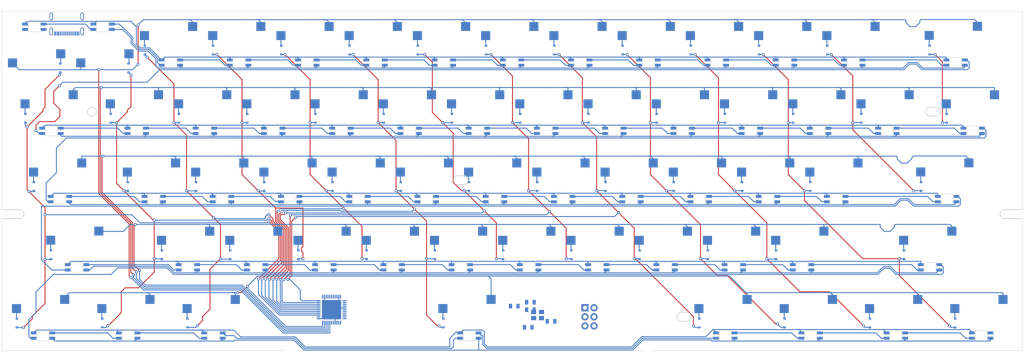
<source format=kicad_pcb>
(kicad_pcb (version 20211014) (generator pcbnew)
  (title_block (title "USBKB 60%"))
  (layers (0 "F.Cu" signal) (31 "B.Cu" signal) (34 "B.Paste" user) (35 "F.Paste" user) (36 "B.SilkS" user "B.Silkscreen") (37 "F.SilkS" user "F.Silkscreen") (38 "B.Mask" user) (39 "F.Mask" user) (44 "Edge.Cuts" user))
  (net 0 "")
  (net 1 "GND")
  (net 2 "Net-(C1-Pad2)")
  (net 3 "Net-(C2-Pad2)")
  (net 4 "Net-(C3-Pad1)")
  (net 5 "/ROW2")
  (net 6 "/COL1")
  (net 7 "/COL11")
  (net 8 "/ROW3")
  (net 9 "/COL5")
  (net 10 "/ROW1")
  (net 11 "/COL13")
  (net 12 "/ROW0")
  (net 13 "/COL3")
  (net 14 "/COL0")
  (net 15 "/COL8")
  (net 16 "/COL12")
  (net 17 "/COL4")
  (net 18 "/ROW4")
  (net 19 "/COL10")
  (net 20 "/COL6")
  (net 21 "/COL7")
  (net 22 "/COL9")
  (net 23 "/COL2")
  (net 24 "Net-(DA1-Pad2)")
  (net 25 "Net-(R1-Pad2)")
  (net 26 "Net-(DAP1-Pad2)")
  (net 27 "Net-(R2-Pad2)")
  (net 32 "Net-(DB1-Pad2)")
  (net 33 "Net-(DBSLASH1-Pad2)")
  (net 34 "Net-(DBSPACE1-Pad2)")
  (net 35 "Net-(DC1-Pad2)")
  (net 36 "VCC")
  (net 37 "Net-(DCAPS1-Pad2)")
  (net 38 "Net-(DCOMMA1-Pad2)")
  (net 39 "Net-(DD1-Pad2)")
  (net 40 "Net-(LA1-Pad2)")
  (net 41 "DIN")
  (net 42 "Net-(LA1-Pad4)")
  (net 43 "Net-(LAP1-Pad2)")
  (net 44 "Net-(LAP1-Pad4)")
  (net 45 "Net-(LB1-Pad2)")
  (net 46 "Net-(LB1-Pad4)")
  (net 47 "Net-(LBSLASH1-Pad2)")
  (net 48 "Net-(LBSLASH1-Pad4)")
  (net 49 "Net-(LBSPACE1-Pad2)")
  (net 50 "Net-(LBSPACE1-Pad4)")
  (net 51 "Net-(LC1-Pad2)")
  (net 52 "Net-(LC1-Pad4)")
  (net 53 "Net-(LCOMMA1-Pad2)")
  (net 54 "Net-(LCOMMA1-Pad4)")
  (net 55 "Net-(LD1-Pad2)")
  (net 56 "Net-(LD1-Pad4)")
  (net 57 "Net-(LDASH1-Pad2)")
  (net 58 "Net-(LDASH1-Pad4)")
  (net 59 "Net-(LE1-Pad2)")
  (net 60 "Net-(LE1-Pad4)")
  (net 61 "Net-(LEIGHT1-Pad2)")
  (net 62 "Net-(LEIGHT1-Pad4)")
  (net 63 "Net-(LESC1-Pad2)")
  (net 64 "Net-(LF1-Pad2)")
  (net 65 "Net-(LFIVE1-Pad2)")
  (net 66 "Net-(LFIVE1-Pad4)")
  (net 68 "Net-(LFN1-Pad4)")
  (net 69 "Net-(LFOUR1-Pad4)")
  (net 70 "Net-(LFSLASH1-Pad2)")
  (net 71 "Net-(LFSLASH1-Pad4)")
  (net 72 "Net-(LG1-Pad2)")
  (net 73 "Net-(LH1-Pad2)")
  (net 74 "Net-(LI1-Pad2)")
  (net 75 "Net-(LI1-Pad4)")
  (net 76 "Net-(LJ1-Pad2)")
  (net 77 "Net-(LK1-Pad2)")
  (net 78 "Net-(LL1-Pad2)")
  (net 79 "Net-(LLALT1-Pad2)")
  (net 80 "Net-(LLALT1-Pad4)")
  (net 81 "Net-(LLB1-Pad2)")
  (net 82 "Net-(LLB1-Pad4)")
  (net 83 "Net-(LLCTRL1-Pad2)")
  (net 84 "Net-(LLCTRL1-Pad4)")
  (net 85 "Net-(LLS1-Pad2)")
  (net 86 "Net-(LLS1-Pad4)")
  (net 87 "Net-(LM1-Pad4)")
  (net 88 "Net-(LNINE1-Pad2)")
  (net 89 "Net-(LO1-Pad2)")
  (net 90 "Net-(LONE1-Pad2)")
  (net 91 "Net-(LQ1-Pad2)")
  (net 92 "Net-(LQ1-Pad4)")
  (net 93 "Net-(LR1-Pad2)")
  (net 94 "Net-(LRALT1-Pad2)")
  (net 95 "Net-(LRALT1-Pad4)")
  (net 96 "Net-(LRCTRL1-Pad4)")
  (net 97 "Net-(LSEVEN1-Pad4)")
  (net 98 "Net-(LT1-Pad2)")
  (net 99 "Net-(LTHREE1-Pad4)")
  (net 100 "Net-(LU1-Pad4)")
  (net 101 "Net-(LX1-Pad4)")
  (net 102 "Net-(DDASH1-Pad2)")
  (net 103 "Net-(DE1-Pad2)")
  (net 104 "Net-(DEIGHT1-Pad2)")
  (net 105 "Net-(DEQUALS1-Pad2)")
  (net 106 "Net-(DESC1-Pad2)")
  (net 107 "Net-(DF1-Pad2)")
  (net 108 "Net-(DFIVE1-Pad2)")
  (net 109 "Net-(DFN1-Pad2)")
  (net 110 "Net-(DFOUR1-Pad2)")
  (net 111 "Net-(DFSLASH1-Pad2)")
  (net 112 "Net-(DG1-Pad2)")
  (net 113 "Net-(DH1-Pad2)")
  (net 114 "Net-(DI1-Pad2)")
  (net 115 "Net-(DJ1-Pad2)")
  (net 116 "Net-(DK1-Pad2)")
  (net 117 "Net-(DL1-Pad2)")
  (net 118 "Net-(DLALT1-Pad2)")
  (net 119 "Net-(DLB1-Pad2)")
  (net 120 "Net-(DLCTRL1-Pad2)")
  (net 121 "Net-(DLMETA1-Pad2)")
  (net 122 "Net-(DLS1-Pad2)")
  (net 123 "Net-(DM1-Pad2)")
  (net 124 "Net-(DN1-Pad2)")
  (net 125 "Net-(DNINE1-Pad2)")
  (net 126 "Net-(DO1-Pad2)")
  (net 127 "Net-(DONE1-Pad2)")
  (net 128 "Net-(DP1-Pad2)")
  (net 129 "Net-(DPERIOD1-Pad2)")
  (net 130 "Net-(DQ1-Pad2)")
  (net 131 "Net-(DR1-Pad2)")
  (net 132 "Net-(DRALT1-Pad2)")
  (net 133 "Net-(DRB1-Pad2)")
  (net 134 "Net-(DRCTRL1-Pad2)")
  (net 135 "Net-(DRMETA1-Pad2)")
  (net 136 "Net-(DRS1-Pad2)")
  (net 137 "Net-(DS1-Pad2)")
  (net 138 "Net-(DSC1-Pad2)")
  (net 139 "Net-(DSEVEN1-Pad2)")
  (net 140 "Net-(DSIX1-Pad2)")
  (net 141 "Net-(DSPACE1-Pad2)")
  (net 142 "Net-(DT1-Pad2)")
  (net 143 "Net-(DTAB1-Pad2)")
  (net 144 "Net-(DTHREE1-Pad2)")
  (net 145 "Net-(DTWO1-Pad2)")
  (net 146 "Net-(DU1-Pad2)")
  (net 147 "Net-(DV1-Pad2)")
  (net 148 "Net-(DW1-Pad2)")
  (net 149 "Net-(DX1-Pad2)")
  (net 150 "Net-(DY1-Pad2)")
  (net 151 "Net-(DZ1-Pad2)")
  (net 152 "Net-(DZERO1-Pad2)")
  (net 153 "Net-(M1-Pad3)")
  (net 154 "Net-(M1-Pad4)")
  (net 155 "Net-(M1-Pad13)")
  (net 162 "Net-(DRETURN1-Pad2)")
  (net 164 "Net-(M1-Pad9)")
  (net 165 "Net-(M1-Pad10)")
  (net 166 "Net-(M1-Pad11)")
  (footprint "USBKB:KAILH-CPG151101S11-1U" (layer "F.Cu") (at 155.375175 22.025)
    (fp_text reference "KSEVEN1")
    (fp_text value "KAILH_CPG151101S11")
  )
  (footprint "USBKB:KAILH-CPG151101S11-2U" (layer "F.Cu") (at 279.2 22.025)
    (fp_text reference "KBSPACE1")
    (fp_text value "KAILH_CPG151101S11")
  )
  (footprint "USBKB:KAILH-CPG151101S11-1U" (layer "F.Cu") (at 88.698998 41.075)
    (fp_text reference "KE1")
    (fp_text value "KAILH_CPG151101S11")
  )
  (footprint "USBKB:KAILH-CPG151101S11-1.5U" (layer "F.Cu") (at 283.961 41.075)
    (fp_text reference "KBSLASH1")
    (fp_text value "KAILH_CPG151101S11")
  )
  (footprint "USBKB:KAILH-CPG151101S11-1U" (layer "F.Cu") (at 55.362 60.125)
    (fp_text reference "KA1")
    (fp_text value "KAILH_CPG151101S11")
  )
  (footprint "USBKB:KAILH-CPG151101S11-6.25U" (layer "F.Cu") (at 143.468 98.225)
    (fp_text reference "KSPACE1")
    (fp_text value "KAILH_CPG151101S11")
  )
  (footprint "USBKB:KAILH-CPG151101S11-1U" (layer "F.Cu") (at 102.987 79.175)
    (fp_text reference "KC1")
    (fp_text value "KAILH_CPG151101S11")
  )
  (footprint "USBKB:KAILH-CPG151101S11-1U" (layer "F.Cu") (at 74.412 60.125)
    (fp_text reference "KS1")
    (fp_text value "KAILH_CPG151101S11")
  )
  (footprint "USBKB:KAILH-CPG151101S11-1U" (layer "F.Cu") (at 112.512 60.125)
    (fp_text reference "KF1")
    (fp_text value "KAILH_CPG151101S11")
  )
  (footprint "USBKB:KAILH-CPG151101S11-1U" (layer "F.Cu") (at 145.848995 41.075)
    (fp_text reference "KY1")
    (fp_text value "KAILH_CPG151101S11")
  )
  (footprint "USBKB:KAILH-CPG151101S11-1.75U" (layer "F.Cu") (at 29.168 60.125)
    (fp_text reference "KCAPS1")
    (fp_text value "KAILH_CPG151101S11")
  )
  (footprint "USBKB:KAILH-CPG151101S11-1U" (layer "F.Cu") (at 207.762 60.125)
    (fp_text reference "KL1")
    (fp_text value "KAILH_CPG151101S11")
  )
  (footprint "USBKB:KAILH-CPG151101S11-1U" (layer "F.Cu") (at 141.087 79.175)
    (fp_text reference "KB1")
    (fp_text value "KAILH_CPG151101S11")
  )
  (footprint "USBKB:KAILH-CPG151101S11-1U" (layer "F.Cu") (at 174.4252 22.025)
    (fp_text reference "KEIGHT1")
    (fp_text value "KAILH_CPG151101S11")
  )
  (footprint "USBKB:KAILH-CPG151101S11-1.25U" (layer "F.Cu") (at 214.905 98.225)
    (fp_text reference "KRALT1")
    (fp_text value "KAILH_CPG151101S11")
  )
  (footprint "USBKB:KAILH-CPG151101S11-1U" (layer "F.Cu") (at 164.898994 41.075)
    (fp_text reference "KU1")
    (fp_text value "KAILH_CPG151101S11")
  )
  (footprint "USBKB:KAILH-CPG151101S11-1U" (layer "F.Cu") (at 169.662 60.125)
    (fp_text reference "KJ1")
    (fp_text value "KAILH_CPG151101S11")
  )
  (footprint "USBKB:KAILH-CPG151101S11-1U" (layer "F.Cu") (at 226.812 60.125)
    (fp_text reference "KSC1")
    (fp_text value "KAILH_CPG151101S11")
  )
  (footprint "USBKB:KAILH-CPG151101S11-1U" (layer "F.Cu") (at 260.148989 41.075)
    (fp_text reference "KRB1")
    (fp_text value "KAILH_CPG151101S11")
  )
  (footprint "USBKB:KAILH-CPG151101S11-1U" (layer "F.Cu") (at 212.52525 22.025)
    (fp_text reference "KZERO1")
    (fp_text value "KAILH_CPG151101S11")
  )
  (footprint "USBKB:KAILH-CPG151101S11-1U" (layer "F.Cu") (at 231.575275 22.025)
    (fp_text reference "KDASH1")
    (fp_text value "KAILH_CPG151101S11")
  )
  (footprint "USBKB:KAILH-CPG151101S11-1.25U" (layer "F.Cu") (at 72.0315 98.225)
    (fp_text reference "KLALT1")
    (fp_text value "KAILH_CPG151101S11")
  )
  (footprint "USBKB:KAILH-CPG151101S11-1.25U" (layer "F.Cu") (at 262.530332 98.225)
    (fp_text reference "KRCTRL1")
    (fp_text value "KAILH_CPG151101S11")
  )
  (footprint "USBKB:KAILH-CPG151101S11-1U" (layer "F.Cu") (at 64.887 79.175)
    (fp_text reference "KZ1")
    (fp_text value "KAILH_CPG151101S11")
  )
  (footprint "USBKB:KAILH-CPG151101S11-1U" (layer "F.Cu") (at 69.648999 41.075)
    (fp_text reference "KW1")
    (fp_text value "KAILH_CPG151101S11")
  )
  (footprint "USBKB:KAILH-CPG151101S11-1.25U" (layer "F.Cu") (at 24.406 98.225)
    (fp_text reference "KLCTRL1")
    (fp_text value "KAILH_CPG151101S11")
  )
  (footprint "USBKB:KAILH-CPG151101S11-2.25U" (layer "F.Cu") (at 33.931 79.175)
    (fp_text reference "KLS1")
    (fp_text value "KAILH_CPG151101S11")
  )
  (footprint "USBKB:KAILH-CPG151101S11-1U" (layer "F.Cu") (at 117.275125 22.025)
    (fp_text reference "KFIVE1")
    (fp_text value "KAILH_CPG151101S11")
  )
  (footprint "USBKB:KAILH-CPG151101S11-1.25U" (layer "F.Cu") (at 238.717666 98.225)
    (fp_text reference "KRMETA1")
    (fp_text value "KAILH_CPG151101S11")
  )
  (footprint "USBKB:KAILH-CPG151101S11-1U" (layer "F.Cu") (at 98.2251 22.025)
    (fp_text reference "KFOUR1")
    (fp_text value "KAILH_CPG151101S11")
  )
  (footprint "USBKB:KAILH-CPG151101S11-1U" (layer "F.Cu") (at 50.599 41.075)
    (fp_text reference "KQ1")
    (fp_text value "KAILH_CPG151101S11")
  )
  (footprint "USBKB:KAILH-CPG151101S11-1U" (layer "F.Cu") (at 183.948993 41.075)
    (fp_text reference "KI1")
    (fp_text value "KAILH_CPG151101S11")
  )
  (footprint "USBKB:KAILH-CPG151101S11-1U" (layer "F.Cu") (at 188.712 60.125)
    (fp_text reference "KK1")
    (fp_text value "KAILH_CPG151101S11")
  )
  (footprint "USBKB:KAILH-CPG151101S11-1.25U" (layer "F.Cu") (at 48.21875 98.225)
    (fp_text reference "KLMETA1")
    (fp_text value "KAILH_CPG151101S11")
  )
  (footprint "USBKB:KAILH-CPG151101S11-1U" (layer "F.Cu") (at 60.12505 22.025)
    (fp_text reference "KTWO1")
    (fp_text value "KAILH_CPG151101S11")
  )
  (footprint "USBKB:KAILH-CPG151101S11-1U" (layer "F.Cu") (at 250.6253 22.025)
    (fp_text reference "KEQUALS1")
    (fp_text value "KAILH_CPG151101S11")
  )
  (footprint "USBKB:KAILH-CPG151101S11-1U" (layer "F.Cu") (at 41.075025 22.025 180)
    (fp_text reference "KONE1")
    (fp_text value "KAILH_CPG151101S11")
  )
  (footprint "USBKB:KAILH-CPG151101S11-1U" (layer "F.Cu") (at 193.475225 22.025)
    (fp_text reference "KNINE1")
    (fp_text value "KAILH_CPG151101S11")
  )
  (footprint "USBKB:KAILH-CPG151101S11-1U" (layer "F.Cu") (at 245.862 60.125)
    (fp_text reference "KAP1")
    (fp_text value "KAILH_CPG151101S11")
  )
  (footprint "USBKB:KAILH-CPG151101S11-1.25U" (layer "F.Cu") (at 286.342998 98.225)
    (fp_text reference "KFN1")
    (fp_text value "KAILH_CPG151101S11")
  )
  (footprint "USBKB:KAILH-CPG151101S11-1U" (layer "F.Cu") (at 150.612 60.125)
    (fp_text reference "KH1")
    (fp_text value "KAILH_CPG151101S11")
  )
  (footprint "USBKB:KAILH-CPG151101S11-1U" (layer "F.Cu") (at 236.337 79.175)
    (fp_text reference "KFSLASH1")
    (fp_text value "KAILH_CPG151101S11")
  )
  (footprint "USBKB:KAILH-CPG151101S11-2.75U" (layer "F.Cu") (at 272.056 79.175)
    (fp_text reference "KRS1")
    (fp_text value "KAILH_CPG151101S11")
  )
  (footprint "USBKB:KAILH-CPG151101S11-1U" (layer "F.Cu") (at 202.998992 41.075)
    (fp_text reference "KO1")
    (fp_text value "KAILH_CPG151101S11")
  )
  (footprint "USBKB:KAILH-CPG151101S11-1U" (layer "F.Cu") (at 22.025 22.025 180)
    (fp_text reference "KESC1")
    (fp_text value "KAILH_CPG151101S11")
  )
  (footprint "USBKB:ICSP" (layer "F.Cu") (at 177 98)
    (fp_text reference "U2")
    (fp_text value "ICSP")
  )
  (footprint "USBKB:KAILH-CPG151101S11-1.5U" (layer "F.Cu") (at 26.787 41.075)
    (fp_text reference "KTAB1")
    (fp_text value "KAILH_CPG151101S11")
  )
  (footprint "USBKB:KAILH-CPG151101S11-1U" (layer "F.Cu") (at 160.137 79.175)
    (fp_text reference "KN1")
    (fp_text value "KAILH_CPG151101S11")
  )
  (footprint "USBKB:KAILH-CPG151101S11-1U" (layer "F.Cu") (at 198.237 79.175)
    (fp_text reference "KCOMMA1")
    (fp_text value "KAILH_CPG151101S11")
  )
  (footprint "USBKB:KAILH-CPG151101S11-1U" (layer "F.Cu") (at 107.748997 41.075)
    (fp_text reference "KR1")
    (fp_text value "KAILH_CPG151101S11")
  )
  (footprint "USBKB:KAILH-CPG151101S11-1U" (layer "F.Cu") (at 217.287 79.175)
    (fp_text reference "KPERIOD1")
    (fp_text value "KAILH_CPG151101S11")
  )
  (footprint "USBKB:KAILH-CPG151101S11-1U" (layer "F.Cu") (at 131.562 60.125)
    (fp_text reference "KG1")
    (fp_text value "KAILH_CPG151101S11")
  )
  (footprint "USBKB:KAILH-CPG151101S11-1U" (layer "F.Cu") (at 222.048991 41.075)
    (fp_text reference "KP1")
    (fp_text value "KAILH_CPG151101S11")
  )
  (footprint "USBKB:KAILH-CPG151101S11-1U" (layer "F.Cu") (at 179.187 79.175)
    (fp_text reference "KM1")
    (fp_text value "KAILH_CPG151101S11")
  )
  (footprint "USBKB:KAILH-CPG151101S11-1U" (layer "F.Cu") (at 136.32515 22.025)
    (fp_text reference "KSIX1")
    (fp_text value "KAILH_CPG151101S11")
  )
  (footprint "USBKB:KAILH-CPG151101S11-2.25U" (layer "F.Cu") (at 276.818 60.125)
    (fp_text reference "KRETURN1")
    (fp_text value "KAILH_CPG151101S11")
  )
  (footprint "USBKB:KAILH-CPG151101S11-1U" (layer "F.Cu") (at 79.175075 22.025)
    (fp_text reference "KTHREE1")
    (fp_text value "KAILH_CPG151101S11")
  )
  (footprint "USBKB:KAILH-CPG151101S11-1U" (layer "F.Cu") (at 83.937 79.175)
    (fp_text reference "KX1")
    (fp_text value "KAILH_CPG151101S11")
  )
  (footprint "USBKB:KAILH-CPG151101S11-1U" (layer "F.Cu") (at 126.798996 41.075)
    (fp_text reference "KT1")
    (fp_text value "KAILH_CPG151101S11")
  )
  (footprint "USBKB:KAILH-CPG151101S11-1U" (layer "F.Cu") (at 241.09899 41.075)
    (fp_text reference "KLB1")
    (fp_text value "KAILH_CPG151101S11")
  )
  (footprint "USBKB:KAILH-CPG151101S11-1U" (layer "F.Cu") (at 122.037 79.175)
    (fp_text reference "KV1")
    (fp_text value "KAILH_CPG151101S11")
  )
  (footprint "USBKB:KAILH-CPG151101S11-1U" (layer "F.Cu") (at 93.462 60.125)
    (fp_text reference "KD1")
    (fp_text value "KAILH_CPG151101S11")
  )
  (footprint "USBKB:SK6812MINI-E" (layer "B.Cu") (at 169.662 65.125)
    (fp_text reference "LJ1")
    (fp_text value "WS2812B")
    (fp_rect (start -1.605 1.405) (end 1.605 -1.405) (layer "Edge.Cuts") (width 0.12) (fill none))
  )
  (footprint "USBKB:SK6812MINI-E" (layer "B.Cu") (at 93.462 65.125)
    (fp_text reference "LD1")
    (fp_text value "WS2812B")
    (fp_rect (start -1.605 1.405) (end 1.605 -1.405) (layer "Edge.Cuts") (width 0.12) (fill none))
  )
  (footprint "USBKB:SK6812MINI-E" (layer "B.Cu") (at 83.937 84.175)
    (fp_text reference "LX1")
    (fp_text value "WS2812B")
    (fp_rect (start -1.605 1.405) (end 1.605 -1.405) (layer "Edge.Cuts") (width 0.12) (fill none))
  )
  (footprint "USBKB:SK6812MINI-E" (layer "B.Cu") (at 136.32515 27.025)
    (fp_text reference "LSIX1")
    (fp_text value "WS2812B")
    (fp_rect (start -1.605 1.405) (end 1.605 -1.405) (layer "Edge.Cuts") (width 0.12) (fill none))
  )
  (footprint "USBKB:1N4148WX" (layer "B.Cu") (at 186.225225 23.525 90)
    (fp_text reference "DNINE1")
    (fp_text value "D")
  )
  (footprint "USBKB:SK6812MINI-E" (layer "B.Cu") (at 24.406 103.225)
    (fp_text reference "LLCTRL1")
    (fp_text value "WS2812B")
    (fp_rect (start -1.605 1.405) (end 1.605 -1.405) (layer "Edge.Cuts") (width 0.12) (fill none))
  )
  (footprint "USBKB:SK6812MINI-E" (layer "B.Cu") (at 74.412 65.125)
    (fp_text reference "LS1")
    (fp_text value "WS2812B")
    (fp_rect (start -1.605 1.405) (end 1.605 -1.405) (layer "Edge.Cuts") (width 0.12) (fill none))
  )
  (footprint "USBKB:SK6812MINI-E" (layer "B.Cu") (at 160.137 84.175)
    (fp_text reference "LN1")
    (fp_text value "WS2812B")
    (fp_rect (start -1.605 1.405) (end 1.605 -1.405) (layer "Edge.Cuts") (width 0.12) (fill none))
  )
  (footprint "USBKB:1N4148WX" (layer "B.Cu") (at 264.806 80.675 90)
    (fp_text reference "DRS1")
    (fp_text value "D")
  )
  (footprint "USBKB:SK6812MINI-E" (layer "B.Cu") (at 88.698998 46.075)
    (fp_text reference "LE1")
    (fp_text value "WS2812B")
    (fp_rect (start -1.605 1.405) (end 1.605 -1.405) (layer "Edge.Cuts") (width 0.12) (fill none))
  )
  (footprint "USBKB:1N4148WX" (layer "B.Cu") (at 48.112 61.625 90)
    (fp_text reference "DA1")
    (fp_text value "D")
  )
  (footprint "USBKB:1N4148WX" (layer "B.Cu") (at 167.1752 23.525 90)
    (fp_text reference "DEIGHT1")
    (fp_text value "D")
  )
  (footprint "USBKB:1N4148WX" (layer "B.Cu") (at 176.698993 42.575 90)
    (fp_text reference "DI1")
    (fp_text value "D")
  )
  (footprint "USBKB:1N4148WX" (layer "B.Cu") (at 29.275 28.525 90)
    (fp_text reference "DESC1")
    (fp_text value "D")
  )
  (footprint "USBKB:1N4148WX" (layer "B.Cu") (at 148.125175 23.525 90)
    (fp_text reference "DSEVEN1")
    (fp_text value "D")
  )
  (footprint "USBKB:1N4148WX" (layer "B.Cu") (at 86.212 61.625 90)
    (fp_text reference "DD1")
    (fp_text value "D")
  )
  (footprint "USBKB:SK6812MINI-E" (layer "B.Cu") (at 236.337 84.175)
    (fp_text reference "LFSLASH1")
    (fp_text value "WS2812B")
    (fp_rect (start -1.605 1.405) (end 1.605 -1.405) (layer "Edge.Cuts") (width 0.12) (fill none))
  )
  (footprint "USBKB:1N4148WX" (layer "B.Cu") (at 43.349 42.575 90)
    (fp_text reference "DQ1")
    (fp_text value "D")
  )
  (footprint "USBKB:SK6812MINI-E" (layer "B.Cu") (at 231.575275 27.025)
    (fp_text reference "LDASH1")
    (fp_text value "WS2812B")
    (fp_rect (start -1.605 1.405) (end 1.605 -1.405) (layer "Edge.Cuts") (width 0.12) (fill none))
  )
  (footprint "USBKB:SK6812MINI-E" (layer "B.Cu") (at 29.168 65.125)
    (fp_text reference "LCAPS1")
    (fp_text value "WS2812B")
    (fp_rect (start -1.605 1.405) (end 1.605 -1.405) (layer "Edge.Cuts") (width 0.12) (fill none))
  )
  (footprint "USBKB:SK6812MINI-E" (layer "B.Cu") (at 79.175075 27.025)
    (fp_text reference "LTHREE1")
    (fp_text value "WS2812B")
    (fp_rect (start -1.605 1.405) (end 1.605 -1.405) (layer "Edge.Cuts") (width 0.12) (fill none))
  )
  (footprint "USBKB:SK6812MINI-E" (layer "B.Cu") (at 262.530332 103.225)
    (fp_text reference "LRCTRL1")
    (fp_text value "WS2812B")
    (fp_rect (start -1.605 1.405) (end 1.605 -1.405) (layer "Edge.Cuts") (width 0.12) (fill none))
  )
  (footprint "USBKB:1N4148WX" (layer "B.Cu") (at 133.837 80.675 90)
    (fp_text reference "DB1")
    (fp_text value "D")
  )
  (footprint "USBKB:1N4148WX" (layer "B.Cu") (at 210.037 80.675 90)
    (fp_text reference "DPERIOD1")
    (fp_text value "D")
  )
  (footprint "USBKB:1N4148WX" (layer "B.Cu") (at 219.562 61.625 90)
    (fp_text reference "DSC1")
    (fp_text value "D")
  )
  (footprint "USBKB:SK6812MINI-E" (layer "B.Cu") (at 64.887 84.175)
    (fp_text reference "LZ1")
    (fp_text value "WS2812B")
    (fp_rect (start -1.605 1.405) (end 1.605 -1.405) (layer "Edge.Cuts") (width 0.12) (fill none))
  )
  (footprint "USBKB:1N4148WX" (layer "B.Cu") (at 129.07515 23.525 90)
    (fp_text reference "DSIX1")
    (fp_text value "D")
  )
  (footprint "USBKB:SK6812MINI-E" (layer "B.Cu") (at 60.12505 27.025)
    (fp_text reference "LTWO1")
    (fp_text value "WS2812B")
    (fp_rect (start -1.605 1.405) (end 1.605 -1.405) (layer "Edge.Cuts") (width 0.12) (fill none))
  )
  (footprint "USBKB:1N4148WX" (layer "B.Cu") (at 76.687 80.675 90)
    (fp_text reference "DX1")
    (fp_text value "D")
  )
  (footprint "USBKB:1N4148WX" (layer "B.Cu") (at 181.462 61.625 90)
    (fp_text reference "DK1")
    (fp_text value "D")
  )
  (footprint "USBKB:1N4148WX" (layer "B.Cu") (at 21.918 61.625 90)
    (fp_text reference "DCAPS1")
    (fp_text value "D")
  )
  (footprint "USBKB:SK6812MINI-E" (layer "B.Cu") (at 279.2 27.025)
    (fp_text reference "LBSPACE1")
    (fp_text value "WS2812B")
    (fp_rect (start -1.605 1.405) (end 1.605 -1.405) (layer "Edge.Cuts") (width 0.12) (fill none))
  )
  (footprint "USBKB:1N4148WX" (layer "B.Cu") (at 71.925075 23.525 90)
    (fp_text reference "DTHREE1")
    (fp_text value "D")
  )
  (footprint "USBKB:USB4105-GF-A" (layer "B.Cu") (at 31.0745 18.9)
    (fp_text reference "U1")
    (fp_text value "USB4105-GF-A")
  )
  (footprint "USBKB:SK6812MINI-E" (layer "B.Cu") (at 174.4252 27.025)
    (fp_text reference "LEIGHT1")
    (fp_text value "WS2812B")
    (fp_rect (start -1.605 1.405) (end 1.605 -1.405) (layer "Edge.Cuts") (width 0.12) (fill none))
  )
  (footprint "USBKB:SK6812MINI-E" (layer "B.Cu") (at 198.237 84.175)
    (fp_text reference "LCOMMA1")
    (fp_text value "WS2812B")
    (fp_rect (start -1.605 1.405) (end 1.605 -1.405) (layer "Edge.Cuts") (width 0.12) (fill none))
  )
  (footprint "USBKB:1N4148WX" (layer "B.Cu") (at 100.498997 42.575 90)
    (fp_text reference "DR1")
    (fp_text value "D")
  )
  (footprint "USBKB:1N4148WX" (layer "B.Cu") (at 114.787 80.675 90)
    (fp_text reference "DV1")
    (fp_text value "D")
  )
  (footprint "USBKB:SK6812MINI-E" (layer "B.Cu") (at 69.648999 46.075)
    (fp_text reference "LW1")
    (fp_text value "WS2812B")
    (fp_rect (start -1.605 1.405) (end 1.605 -1.405) (layer "Edge.Cuts") (width 0.12) (fill none))
  )
  (footprint "USBKB:1N4148WX" (layer "B.Cu") (at 152.887 80.675 90)
    (fp_text reference "DN1")
    (fp_text value "D")
  )
  (footprint "USBKB:SK6812MINI-E" (layer "B.Cu") (at 26.787 46.075)
    (fp_text reference "LTAB1")
    (fp_text value "WS2812B")
    (fp_rect (start -1.605 1.405) (end 1.605 -1.405) (layer "Edge.Cuts") (width 0.12) (fill none))
  )
  (footprint "USBKB:0805" (layer "B.Cu") (at 160.5 93.925 180)
    (fp_text reference "R2")
    (fp_text value "22")
  )
  (footprint "USBKB:1N4148WX" (layer "B.Cu") (at 19.537 42.575 90)
    (fp_text reference "DTAB1")
    (fp_text value "D")
  )
  (footprint "USBKB:SK6812MINI-E" (layer "B.Cu") (at 122.037 84.175)
    (fp_text reference "LV1")
    (fp_text value "WS2812B")
    (fp_rect (start -1.605 1.405) (end 1.605 -1.405) (layer "Edge.Cuts") (width 0.12) (fill none))
  )
  (footprint "USBKB:SK6812MINI-E" (layer "B.Cu") (at 212.52525 27.025)
    (fp_text reference "LZERO1")
    (fp_text value "WS2812B")
    (fp_rect (start -1.605 1.405) (end 1.605 -1.405) (layer "Edge.Cuts") (width 0.12) (fill none))
  )
  (footprint "USBKB:SK6812MINI-E" (layer "B.Cu") (at 22.025 17.025)
    (fp_text reference "LESC1")
    (fp_text value "WS2812B")
    (fp_rect (start -1.605 1.405) (end 1.605 -1.405) (layer "Edge.Cuts") (width 0.12) (fill none))
  )
  (footprint "USBKB:SK6812MINI-E" (layer "B.Cu") (at 183.948993 46.075)
    (fp_text reference "LI1")
    (fp_text value "WS2812B")
    (fp_rect (start -1.605 1.405) (end 1.605 -1.405) (layer "Edge.Cuts") (width 0.12) (fill none))
  )
  (footprint "USBKB:1N4148WX" (layer "B.Cu") (at 171.937 80.675 90)
    (fp_text reference "DM1")
    (fp_text value "D")
  )
  (footprint "USBKB:SK6812MINI-E" (layer "B.Cu") (at 107.748997 46.075)
    (fp_text reference "LR1")
    (fp_text value "WS2812B")
    (fp_rect (start -1.605 1.405) (end 1.605 -1.405) (layer "Edge.Cuts") (width 0.12) (fill none))
  )
  (footprint "USBKB:SK6812MINI-E" (layer "B.Cu") (at 250.6253 27.025)
    (fp_text reference "LEQUALS1")
    (fp_text value "WS2812B")
    (fp_rect (start -1.605 1.405) (end 1.605 -1.405) (layer "Edge.Cuts") (width 0.12) (fill none))
  )
  (footprint "USBKB:SK6812MINI-E" (layer "B.Cu") (at 276.818 65.125)
    (fp_text reference "LRETURN1")
    (fp_text value "WS2812B")
    (fp_rect (start -1.605 1.405) (end 1.605 -1.405) (layer "Edge.Cuts") (width 0.12) (fill none))
  )
  (footprint "USBKB:SK6812MINI-E" (layer "B.Cu") (at 286.342998 103.225)
    (fp_text reference "LFN1")
    (fp_text value "WS2812B")
    (fp_rect (start -1.605 1.405) (end 1.605 -1.405) (layer "Edge.Cuts") (width 0.12) (fill none))
  )
  (footprint "USBKB:SK6812MINI-E" (layer "B.Cu") (at 214.905 103.225)
    (fp_text reference "LRALT1")
    (fp_text value "WS2812B")
    (fp_rect (start -1.605 1.405) (end 1.605 -1.405) (layer "Edge.Cuts") (width 0.12) (fill none))
  )
  (footprint "USBKB:SK6812MINI-E" (layer "B.Cu") (at 145.848995 46.075)
    (fp_text reference "LY1")
    (fp_text value "WS2812B")
    (fp_rect (start -1.605 1.405) (end 1.605 -1.405) (layer "Edge.Cuts") (width 0.12) (fill none))
  )
  (footprint "USBKB:SK6812MINI-E" (layer "B.Cu") (at 126.798996 46.075)
    (fp_text reference "LT1")
    (fp_text value "WS2812B")
    (fp_rect (start -1.605 1.405) (end 1.605 -1.405) (layer "Edge.Cuts") (width 0.12) (fill none))
  )
  (footprint "USBKB:1N4148WX" (layer "B.Cu") (at 271.95 23.525 90)
    (fp_text reference "DBSPACE1")
    (fp_text value "D")
  )
  (footprint "USBKB:SK6812MINI-E" (layer "B.Cu") (at 283.961 46.075)
    (fp_text reference "LBSLASH1")
    (fp_text value "WS2812B")
    (fp_rect (start -1.605 1.405) (end 1.605 -1.405) (layer "Edge.Cuts") (width 0.12) (fill none))
  )
  (footprint "USBKB:1N4148WX" (layer "B.Cu") (at 200.512 61.625 90)
    (fp_text reference "DL1")
    (fp_text value "D")
  )
  (footprint "USBKB:SK6812MINI-E" (layer "B.Cu") (at 55.362 65.125)
    (fp_text reference "LA1")
    (fp_text value "WS2812B")
    (fp_rect (start -1.605 1.405) (end 1.605 -1.405) (layer "Edge.Cuts") (width 0.12) (fill none))
  )
  (footprint "USBKB:1N4148WX" (layer "B.Cu") (at 255.280332 99.725 90)
    (fp_text reference "DRCTRL1")
    (fp_text value "D")
  )
  (footprint "USBKB:1N4148WX" (layer "B.Cu") (at 110.025125 23.525 90)
    (fp_text reference "DFIVE1")
    (fp_text value "D")
  )
  (footprint "USBKB:1N4148WX" (layer "B.Cu") (at 231.467666 99.725 90)
    (fp_text reference "DRMETA1")
    (fp_text value "D")
  )
  (footprint "USBKB:SK6812MINI-E" (layer "B.Cu") (at 155.375175 27.025)
    (fp_text reference "LSEVEN1")
    (fp_text value "WS2812B")
    (fp_rect (start -1.605 1.405) (end 1.605 -1.405) (layer "Edge.Cuts") (width 0.12) (fill none))
  )
  (footprint "USBKB:SK6812MINI-E" (layer "B.Cu") (at 217.287 84.175)
    (fp_text reference "LPERIOD1")
    (fp_text value "WS2812B")
    (fp_rect (start -1.605 1.405) (end 1.605 -1.405) (layer "Edge.Cuts") (width 0.12) (fill none))
  )
  (footprint "USBKB:1N4148WX" (layer "B.Cu") (at 48.325025 28.525 90)
    (fp_text reference "DONE1")
    (fp_text value "D")
  )
  (footprint "USBKB:SK6812MINI-E" (layer "B.Cu") (at 188.712 65.125)
    (fp_text reference "LK1")
    (fp_text value "WS2812B")
    (fp_rect (start -1.605 1.405) (end 1.605 -1.405) (layer "Edge.Cuts") (width 0.12) (fill none))
  )
  (footprint "USBKB:1N4148WX" (layer "B.Cu") (at 162.412 61.625 90)
    (fp_text reference "DJ1")
    (fp_text value "D")
  )
  (footprint "USBKB:1N4148WX" (layer "B.Cu") (at 195.748992 42.575 90)
    (fp_text reference "DO1")
    (fp_text value "D")
  )
  (footprint "USBKB:1N4148WX" (layer "B.Cu") (at 64.7815 99.725 90)
    (fp_text reference "DLALT1")
    (fp_text value "D")
  )
  (footprint "USBKB:SK6812MINI-E" (layer "B.Cu") (at 117.275125 27.025)
    (fp_text reference "LFIVE1")
    (fp_text value "WS2812B")
    (fp_rect (start -1.605 1.405) (end 1.605 -1.405) (layer "Edge.Cuts") (width 0.12) (fill none))
  )
  (footprint "USBKB:1N4148WX" (layer "B.Cu") (at 205.27525 23.525 90)
    (fp_text reference "DZERO1")
    (fp_text value "D")
  )
  (footprint "USBKB:1N4148WX" (layer "B.Cu") (at 252.898989 42.575 90)
    (fp_text reference "DRB1")
    (fp_text value "D")
  )
  (footprint "USBKB:SK6812MINI-E" (layer "B.Cu") (at 238.717666 103.225)
    (fp_text reference "LRMETA1")
    (fp_text value "WS2812B")
    (fp_rect (start -1.605 1.405) (end 1.605 -1.405) (layer "Edge.Cuts") (width 0.12) (fill none))
  )
  (footprint "USBKB:SK6812MINI-E" (layer "B.Cu") (at 112.512 65.125)
    (fp_text reference "LF1")
    (fp_text value "WS2812B")
    (fp_rect (start -1.605 1.405) (end 1.605 -1.405) (layer "Edge.Cuts") (width 0.12) (fill none))
  )
  (footprint "USBKB:1N4148WX" (layer "B.Cu") (at 238.612 61.625 90)
    (fp_text reference "DAP1")
    (fp_text value "D")
  )
  (footprint "USBKB:SK6812MINI-E" (layer "B.Cu") (at 143.468 103.225)
    (fp_text reference "LSPACE1")
    (fp_text value "WS2812B")
    (fp_rect (start -1.605 1.405) (end 1.605 -1.405) (layer "Edge.Cuts") (width 0.12) (fill none))
  )
  (footprint "USBKB:1N4148WX" (layer "B.Cu") (at 224.325275 23.525 90)
    (fp_text reference "DDASH1")
    (fp_text value "D")
  )
  (footprint "USBKB:SK6812MINI-E" (layer "B.Cu") (at 131.562 65.125)
    (fp_text reference "LG1")
    (fp_text value "WS2812B")
    (fp_rect (start -1.605 1.405) (end 1.605 -1.405) (layer "Edge.Cuts") (width 0.12) (fill none))
  )
  (footprint "USBKB:0805" (layer "B.Cu") (at 159.901005 100.925)
    (fp_text reference "C2")
    (fp_text value "22pF")
  )
  (footprint "USBKB:0805" (layer "B.Cu") (at 156 95)
    (fp_text reference "C3")
    (fp_text value "22pF")
  )
  (footprint "USBKB:1N4148WX" (layer "B.Cu") (at 90.9751 23.525 90)
    (fp_text reference "DFOUR1")
    (fp_text value "D")
  )
  (footprint "USBKB:1N4148WX" (layer "B.Cu") (at 190.987 80.675 90)
    (fp_text reference "DCOMMA1")
    (fp_text value "D")
  )
  (footprint "USBKB:SK6812MINI-E" (layer "B.Cu") (at 222.048991 46.075)
    (fp_text reference "LP1")
    (fp_text value "WS2812B")
    (fp_rect (start -1.605 1.405) (end 1.605 -1.405) (layer "Edge.Cuts") (width 0.12) (fill none))
  )
  (footprint "USBKB:SK6812MINI-E" (layer "B.Cu") (at 207.762 65.125)
    (fp_text reference "LL1")
    (fp_text value "WS2812B")
    (fp_rect (start -1.605 1.405) (end 1.605 -1.405) (layer "Edge.Cuts") (width 0.12) (fill none))
  )
  (footprint "USBKB:0805" (layer "B.Cu") (at 166.25 99.25)
    (fp_text reference "C1")
    (fp_text value "1uF")
  )
  (footprint "USBKB:SK6812MINI-E" (layer "B.Cu") (at 48.21875 103.225)
    (fp_text reference "LMETA1")
    (fp_text value "WS2812B")
    (fp_rect (start -1.605 1.405) (end 1.605 -1.405) (layer "Edge.Cuts") (width 0.12) (fill none))
  )
  (footprint "USBKB:SK6812MINI-E" (layer "B.Cu") (at 102.987 84.175)
    (fp_text reference "LC1")
    (fp_text value "WS2812B")
    (fp_rect (start -1.605 1.405) (end 1.605 -1.405) (layer "Edge.Cuts") (width 0.12) (fill none))
  )
  (footprint "USBKB:ATMEGA32U4-MU" (layer "B.Cu") (at 105 96 180)
    (fp_text reference "M1")
    (fp_text value "ATMEGA32U4-MU")
  )
  (footprint "USBKB:1N4148WX" (layer "B.Cu") (at 229.087 80.675 90)
    (fp_text reference "DFSLASH1")
    (fp_text value "D")
  )
  (footprint "USBKB:1N4148WX" (layer "B.Cu") (at 138.598995 42.575 90)
    (fp_text reference "DY1")
    (fp_text value "D")
  )
  (footprint "USBKB:1N4148WX" (layer "B.Cu") (at 233.84899 42.575 90)
    (fp_text reference "DLB1")
    (fp_text value "D")
  )
  (footprint "USBKB:0805" (layer "B.Cu") (at 160.5 96 180)
    (fp_text reference "R1")
    (fp_text value "22")
  )
  (footprint "USBKB:1N4148WX" (layer "B.Cu") (at 143.362 61.625 90)
    (fp_text reference "DH1")
    (fp_text value "D")
  )
  (footprint "USBKB:1N4148WX" (layer "B.Cu") (at 67.162 61.625 90)
    (fp_text reference "DS1")
    (fp_text value "D")
  )
  (footprint "USBKB:SK6812MINI-E" (layer "B.Cu") (at 260.148989 46.075)
    (fp_text reference "LRB1")
    (fp_text value "WS2812B")
    (fp_rect (start -1.605 1.405) (end 1.605 -1.405) (layer "Edge.Cuts") (width 0.12) (fill none))
  )
  (footprint "USBKB:SK6812MINI-E" (layer "B.Cu") (at 150.612 65.125)
    (fp_text reference "LH1")
    (fp_text value "WS2812B")
    (fp_rect (start -1.605 1.405) (end 1.605 -1.405) (layer "Edge.Cuts") (width 0.12) (fill none))
  )
  (footprint "USBKB:SK6812MINI-E" (layer "B.Cu") (at 50.599 46.075)
    (fp_text reference "LQ1")
    (fp_text value "WS2812B")
    (fp_rect (start -1.605 1.405) (end 1.605 -1.405) (layer "Edge.Cuts") (width 0.12) (fill none))
  )
  (footprint "USBKB:1N4148WX" (layer "B.Cu") (at 52.87505 23.525 90)
    (fp_text reference "DTWO1")
    (fp_text value "D")
  )
  (footprint "USBKB:1N4148WX" (layer "B.Cu") (at 136.218 99.725 90)
    (fp_text reference "DSPACE1")
    (fp_text value "D")
  )
  (footprint "USBKB:SK6812MINI-E" (layer "B.Cu") (at 33.931 84.175)
    (fp_text reference "LLS1")
    (fp_text value "WS2812B")
    (fp_rect (start -1.605 1.405) (end 1.605 -1.405) (layer "Edge.Cuts") (width 0.12) (fill none))
  )
  (footprint "USBKB:1N4148WX" (layer "B.Cu") (at 279.092998 99.725 90)
    (fp_text reference "DFN1")
    (fp_text value "D")
  )
  (footprint "USBKB:1N4148WX" (layer "B.Cu") (at 157.648994 42.575 90)
    (fp_text reference "DU1")
    (fp_text value "D")
  )
  (footprint "USBKB:1N4148WX" (layer "B.Cu") (at 62.398999 42.575 90)
    (fp_text reference "DW1")
    (fp_text value "D")
  )
  (footprint "USBKB:SK6812MINI-E" (layer "B.Cu") (at 241.09899 46.075)
    (fp_text reference "LLB1")
    (fp_text value "WS2812B")
    (fp_rect (start -1.605 1.405) (end 1.605 -1.405) (layer "Edge.Cuts") (width 0.12) (fill none))
  )
  (footprint "USBKB:1N4148WX" (layer "B.Cu") (at 124.312 61.625 90)
    (fp_text reference "DG1")
    (fp_text value "D")
  )
  (footprint "USBKB:SK6812MINI-E" (layer "B.Cu") (at 179.187 84.175)
    (fp_text reference "LM1")
    (fp_text value "WS2812B")
    (fp_rect (start -1.605 1.405) (end 1.605 -1.405) (layer "Edge.Cuts") (width 0.12) (fill none))
  )
  (footprint "USBKB:1N4148WX" (layer "B.Cu") (at 214.798991 42.575 90)
    (fp_text reference "DP1")
    (fp_text value "D")
  )
  (footprint "USBKB:SK6812MINI-E" (layer "B.Cu") (at 245.862 65.125)
    (fp_text reference "LAP1")
    (fp_text value "WS2812B")
    (fp_rect (start -1.605 1.405) (end 1.605 -1.405) (layer "Edge.Cuts") (width 0.12) (fill none))
  )
  (footprint "USBKB:1N4148WX" (layer "B.Cu") (at 81.448998 42.575 90)
    (fp_text reference "DE1")
    (fp_text value "D")
  )
  (footprint "USBKB:1N4148WX" (layer "B.Cu") (at 105.262 61.625 90)
    (fp_text reference "DF1")
    (fp_text value "D")
  )
  (footprint "USBKB:SK6812MINI-E" (layer "B.Cu") (at 72.0315 103.225)
    (fp_text reference "LLALT1")
    (fp_text value "WS2812B")
    (fp_rect (start -1.605 1.405) (end 1.605 -1.405) (layer "Edge.Cuts") (width 0.12) (fill none))
  )
  (footprint "USBKB:1N4148WX" (layer "B.Cu") (at 269.568 61.625 90)
    (fp_text reference "DRETURN1")
    (fp_text value "D")
  )
  (footprint "USBKB:SK6812MINI-E" (layer "B.Cu") (at 141.087 84.175)
    (fp_text reference "LB1")
    (fp_text value "WS2812B")
    (fp_rect (start -1.605 1.405) (end 1.605 -1.405) (layer "Edge.Cuts") (width 0.12) (fill none))
  )
  (footprint "USBKB:SK6812MINI-E" (layer "B.Cu") (at 41.075025 17.025)
    (fp_text reference "LONE1")
    (fp_text value "WS2812B")
    (fp_rect (start -1.605 1.405) (end 1.605 -1.405) (layer "Edge.Cuts") (width 0.12) (fill none))
  )
  (footprint "USBKB:SK6812MINI-E" (layer "B.Cu") (at 164.898994 46.075)
    (fp_text reference "LU1")
    (fp_text value "WS2812B")
    (fp_rect (start -1.605 1.405) (end 1.605 -1.405) (layer "Edge.Cuts") (width 0.12) (fill none))
  )
  (footprint "USBKB:1N4148WX" (layer "B.Cu") (at 26.681 80.675 90)
    (fp_text reference "DLS1")
    (fp_text value "D")
  )
  (footprint "USBKB:SK6812MINI-E" (layer "B.Cu") (at 226.812 65.125)
    (fp_text reference "LSC1")
    (fp_text value "WS2812B")
    (fp_rect (start -1.605 1.405) (end 1.605 -1.405) (layer "Edge.Cuts") (width 0.12) (fill none))
  )
  (footprint "USBKB:1N4148WX" (layer "B.Cu") (at 57.637 80.675 90)
    (fp_text reference "DZ1")
    (fp_text value "D")
  )
  (footprint "USBKB:SK6812MINI-E" (layer "B.Cu") (at 193.475225 27.025)
    (fp_text reference "LNINE1")
    (fp_text value "WS2812B")
    (fp_rect (start -1.605 1.405) (end 1.605 -1.405) (layer "Edge.Cuts") (width 0.12) (fill none))
  )
  (footprint "USBKB:1N4148WX" (layer "B.Cu") (at 40.96875 99.725 90)
    (fp_text reference "DLMETA1")
    (fp_text value "D")
  )
  (footprint "USBKB:ABM8G" (layer "B.Cu") (at 162.5 97.5 180)
    (fp_text reference "Y1")
    (fp_text value "Crystal_GND23")
  )
  (footprint "USBKB:SK6812MINI-E" (layer "B.Cu") (at 98.2251 27.025)
    (fp_text reference "LFOUR1")
    (fp_text value "WS2812B")
    (fp_rect (start -1.605 1.405) (end 1.605 -1.405) (layer "Edge.Cuts") (width 0.12) (fill none))
  )
  (footprint "USBKB:1N4148WX" (layer "B.Cu") (at 17.156 99.725 90)
    (fp_text reference "DLCTRL1")
    (fp_text value "D")
  )
  (footprint "USBKB:1N4148WX" (layer "B.Cu") (at 119.548996 42.575 90)
    (fp_text reference "DT1")
    (fp_text value "D")
  )
  (footprint "USBKB:1N4148WX" (layer "B.Cu") (at 207.655 99.725 90)
    (fp_text reference "DRALT1")
    (fp_text value "D")
  )
  (footprint "USBKB:SK6812MINI-E" (layer "B.Cu") (at 202.998992 46.075)
    (fp_text reference "LO1")
    (fp_text value "WS2812B")
    (fp_rect (start -1.605 1.405) (end 1.605 -1.405) (layer "Edge.Cuts") (width 0.12) (fill none))
  )
  (footprint "USBKB:1N4148WX" (layer "B.Cu") (at 243.3753 23.525 90)
    (fp_text reference "DEQUALS1")
    (fp_text value "D")
  )
  (footprint "USBKB:1N4148WX" (layer "B.Cu") (at 276.711 42.575 90)
    (fp_text reference "DBSLASH1")
    (fp_text value "D")
  )
  (footprint "USBKB:SK6812MINI-E" (layer "B.Cu") (at 272.056 84.175)
    (fp_text reference "LRS1")
    (fp_text value "WS2812B")
    (fp_rect (start -1.605 1.405) (end 1.605 -1.405) (layer "Edge.Cuts") (width 0.12) (fill none))
  )
  (footprint "USBKB:1N4148WX" (layer "B.Cu") (at 95.737 80.675 90)
    (fp_text reference "DC1")
    (fp_text value "D")
  )
  (gr_arc (start 140.326 61.075) (mid 139.076 59.825) (end 140.326 58.575) (layer "Edge.Cuts") (width 0.2))
  (gr_circle (center 38.074 40.725) (end 39.324 40.725) (layer "Edge.Cuts") (width 0.2) (fill none))
  (gr_arc (start 292.8745 70.575) (mid 291.6245 69.325) (end 292.8745 68.075) (layer "Edge.Cuts") (width 0.2))
  (gr_line (start 202.625 96.775) (end 204.125 96.775) (layer "Edge.Cuts") (width 0.2))
  (gr_arc (start 272.174 41.975) (mid 270.924 40.725) (end 272.174 39.475) (layer "Edge.Cuts") (width 0.2))
  (gr_arc (start 141.826 58.575) (mid 143.076 59.825) (end 141.826 61.075) (layer "Edge.Cuts") (width 0.2))
  (gr_line (start 17.8745 70.575) (end 12.8745 70.575) (layer "Edge.Cuts") (width 0.2))
  (gr_line (start 204.125 99.275) (end 202.625 99.275) (layer "Edge.Cuts") (width 0.2))
  (gr_line (start 12.8745 68.075) (end 17.8745 68.075) (layer "Edge.Cuts") (width 0.2))
  (gr_arc (start 17.8745 68.075) (mid 19.1245 69.325) (end 17.8745 70.575) (layer "Edge.Cuts") (width 0.2))
  (gr_line (start 12.8745 107.425) (end 12.8745 70.575) (layer "Edge.Cuts") (width 0.1))
  (gr_arc (start 202.625 99.275) (mid 201.375 98.025) (end 202.625 96.775) (layer "Edge.Cuts") (width 0.2))
  (gr_line (start 297.8745 70.575) (end 292.8745 70.575) (layer "Edge.Cuts") (width 0.2))
  (gr_line (start 292.8745 68.075) (end 297.8745 68.075) (layer "Edge.Cuts") (width 0.2))
  (gr_line (start 272.174 39.475) (end 273.674 39.475) (layer "Edge.Cuts") (width 0.2))
  (gr_arc (start 204.125 96.775) (mid 205.375 98.025) (end 204.125 99.275) (layer "Edge.Cuts") (width 0.2))
  (gr_line (start 297.8745 70.575) (end 297.8745 107.425) (layer "Edge.Cuts") (width 0.1))
  (gr_arc (start 273.674 39.475) (mid 274.924 40.725) (end 273.674 41.975) (layer "Edge.Cuts") (width 0.2))
  (gr_line (start 12.8745 107.425) (end 297.8745 107.425) (layer "Edge.Cuts") (width 0.1))
  (gr_line (start 297.8745 12.825) (end 12.8745 12.825) (layer "Edge.Cuts") (width 0.1))
  (gr_line (start 141.826 61.075) (end 140.326 61.075) (layer "Edge.Cuts") (width 0.2))
  (gr_line (start 140.326 58.575) (end 141.826 58.575) (layer "Edge.Cuts") (width 0.2))
  (gr_line (start 297.8745 68.075) (end 297.8745 12.825) (layer "Edge.Cuts") (width 0.1))
  (gr_line (start 273.674 41.975) (end 272.174 41.975) (layer "Edge.Cuts") (width 0.2))
  (gr_line (start 12.8745 12.825) (end 12.8745 68.075) (layer "Edge.Cuts") (width 0.1))
  (segment (start 41.867685 101.695) (end 45.305 101.695) (width 0.25) (layer "B.Cu") (net 1))
  (segment (start 205.162 63.662) (end 205.162 64.375) (width 0.25) (layer "B.Cu") (net 1))
  (segment (start 257.5 44.5) (end 257.648989 44.648989) (width 0.25) (layer "B.Cu") (net 1))
  (segment (start 257.648989 44.648989) (end 257.648989 45.325) (width 0.25) (layer "B.Cu") (net 1))
  (segment (start 166.5 63.5) (end 185.5 63.5) (width 0.25) (layer "B.Cu") (net 1))
  (segment (start 152.005 25.495) (end 171.005 25.495) (width 0.25) (layer "B.Cu") (net 1))
  (segment (start 223.5 63.5) (end 224 63.5) (width 0.25) (layer "B.Cu") (net 1))
  (segment (start 39.418248 15.495) (end 39.995 15.495) (width 0.25) (layer "B.Cu") (net 1))
  (segment (start 138 106.4) (end 97.672792 106.4) (width 0.25) (layer "B.Cu") (net 1))
  (segment (start 281.461 44.961) (end 281.461 45.325) (width 0.25) (layer "B.Cu") (net 1))
  (segment (start 109 63.5) (end 109.5 63.5) (width 0.25) (layer "B.Cu") (net 1))
  (segment (start 38.638248 16.275) (end 39.418248 15.495) (width 0.25) (layer "B.Cu") (net 1))
  (segment (start 76.495 25.495) (end 76.675075 25.675075) (width 0.25) (layer "B.Cu") (net 1))
  (segment (start 106 97) (end 105 96) (width 0.25) (layer "B.Cu") (net 1))
  (segment (start 211.45 101.55) (end 211.55 101.55) (width 0.25) (layer "B.Cu") (net 1))
  (segment (start 205 63.5) (end 205.162 63.662) (width 0.25) (layer "B.Cu") (net 1))
  (segment (start 152.005 25.495) (end 152.495 25.495) (width 0.25) (layer "B.Cu") (net 1))
  (segment (start 94.995 25.495) (end 114.005 25.495) (width 0.25) (layer "B.Cu") (net 1))
  (segment (start 224 63.5) (end 224.212 63.712) (width 0.25) (layer "B.Cu") (net 1))
  (segment (start 105.5 95.5) (end 105 96) (width 0.25) (layer "B.Cu") (net 1))
  (segment (start 200 44.5) (end 219 44.5) (width 0.25) (layer "B.Cu") (net 1))
  (segment (start 238.5 44.5) (end 238.59899 44.59899) (width 0.25) (layer "B.Cu") (net 1))
  (segment (start 248.1253 25.6253) (end 248.1253 26.275) (width 0.25) (layer "B.Cu") (net 1))
  (segment (start 128.962 63.962) (end 128.962 64.375) (width 0.25) (layer "B.Cu") (net 1))
  (segment (start 176.5 82.5) (end 195 82.5) (width 0.25) (layer "B.Cu") (net 1))
  (segment (start 76.005 25.495) (end 76.495 25.495) (width 0.25) (layer "B.Cu") (net 1))
  (segment (start 71.5 63.5) (end 90 63.5) (width 0.25) (layer "B.Cu") (net 1))
  (segment (start 190.495 25.495) (end 209.005 25.495) (width 0.25) (layer "B.Cu") (net 1))
  (segment (start 25 44.5) (end 47.5 44.5) (width 0.25) (layer "B.Cu") (net 1))
  (segment (start 47.5 44.5) (end 48 44.5) (width 0.25) (layer "B.Cu") (net 1))
  (segment (start 108.625 95.5) (end 105.5 95.5) (width 0.25) (layer "B.Cu") (net 1))
  (segment (start 76.005 25.495) (end 94.995 25.495) (width 0.25) (layer "B.Cu") (net 1))
  (segment (start 79.6 103.6) (end 77.695 101.695) (width 0.25) (layer "B.Cu") (net 1))
  (segment (start 243.262 63.762) (end 243.262 64.375) (width 0.25) (layer "B.Cu") (net 1))
  (segment (start 38.575025 16.275) (end 38.638248 16.275) (width 0.25) (layer "B.Cu") (net 1))
  (segment (start 180.5 44.5) (end 181 44.5) (width 0.25) (layer "B.Cu") (net 1))
  (segment (start 101.375 98.5) (end 102.5 98.5) (width 0.25) (layer "B.Cu") (net 1))
  (segment (start 133.82515 25.82515) (end 133.82515 26.275) (width 0.25) (layer "B.Cu") (net 1))
  (segment (start 48.969695 15.495) (end 39.995 15.495) (width 0.25) (layer "B.Cu") (net 1))
  (segment (start 212.305 102.305) (end 212.305 102.475) (width 0.25) (layer "B.Cu") (net 1))
  (segment (start 157 82.5) (end 157.5 82.5) (width 0.25) (layer "B.Cu") (net 1))
  (segment (start 94.872792 103.6) (end 79.6 103.6) (width 0.25) (layer "B.Cu") (net 1))
  (segment (start 142.5 44.5) (end 143 44.5) (width 0.25) (layer "B.Cu") (net 1))
  (segment (start 269.5 82.5) (end 269.456 82.544) (width 0.25) (layer "B.Cu") (net 1))
  (segment (start 71.5 63.5) (end 71.812 63.812) (width 0.25) (layer "B.Cu") (net 1))
  (segment (start 204.5 63.5) (end 223.5 63.5) (width 0.25) (layer "B.Cu") (net 1))
  (segment (start 140.868 102.475) (end 140.65 102.257) (width 0.25) (layer "B.Cu") (net 1))
  (segment (start 41.860209 101.687524) (end 41.867685 101.695) (width 0.25) (layer "B.Cu") (net 1))
  (segment (start 181 44.5) (end 181.448993 44.948993) (width 0.25) (layer "B.Cu") (net 1))
  (segment (start 90.5 63.5) (end 90.862 63.862) (width 0.25) (layer "B.Cu") (net 1))
  (segment (start 147.5 63.5) (end 166.5 63.5) (width 0.25) (layer "B.Cu") (net 1))
  (segment (start 242.5 63.5) (end 274 63.5) (width 0.25) (layer "B.Cu") (net 1))
  (segment (start 50.5 17.025305) (end 48.969695 15.495) (width 0.25) (layer "B.Cu") (net 1))
  (segment (start 114.775125 25.775125) (end 114.775125 26.275) (width 0.25) (layer "B.Cu") (net 1))
  (segment (start 166.5 63.5) (end 167 63.5) (width 0.25) (layer "B.Cu") (net 1))
  (segment (start 214 82.5) (end 233 82.5) (width 0.25) (layer "B.Cu") (net 1))
  (segment (start 54.162281 22.91) (end 51.546396 22.91) (width 0.25) (layer "B.Cu") (net 1))
  (segment (start 52.5 63.5) (end 52.762 63.762) (width 0.25) (layer "B.Cu") (net 1))
  (segment (start 41.852733 101.695) (end 22.586 101.695) (width 0.25) (layer "B.Cu") (net 1))
  (segment (start 67.148999 44.648999) (end 67.148999 45.325) (width 0.25) (layer "B.Cu") (net 1))
  (segment (start 41.860209 101.687524) (end 41.852733 101.695) (width 0.25) (layer "B.Cu") (net 1))
  (segment (start 61.5 82.5) (end 62 82.5) (width 0.25) (layer "B.Cu") (net 1))
  (segment (start 195.5 82.5) (end 195.637 82.637) (width 0.25) (layer "B.Cu") (net 1))
  (segment (start 257 44.5) (end 281 44.5) (width 0.25) (layer "B.Cu") (net 1))
  (segment (start 50.5 21.863604) (end 50.5 17.025305) (width 0.25) (layer "B.Cu") (net 1))
  (segment (start 157 82.5) (end 176.5 82.5) (width 0.25) (layer "B.Cu") (net 1))
  (segment (start 211.55 101.55) (end 212.305 102.305) (width 0.25) (layer "B.Cu") (net 1))
  (segment (start 66.5 44.5) (end 67 44.5) (width 0.25) (layer "B.Cu") (net 1))
  (segment (start 100.387 82.613) (end 100.387 83.425) (width 0.25) (layer "B.Cu") (net 1))
  (segment (start 138.487 82.513) (end 138.487 83.425) (width 0.25) (layer "B.Cu") (net 1))
  (segment (start 247.495 25.495) (end 276.495 25.495) (width 0.25) (layer "B.Cu") (net 1))
  (segment (start 219 44.5) (end 238.5 44.5) (width 0.25) (layer "B.Cu") (net 1))
  (segment (start 107 94) (end 107 92.375) (width 0.25) (layer "B.Cu") (net 1))
  (segment (start 76.675075 25.675075) (end 76.675075 26.275) (width 0.25) (layer "B.Cu") (net 1))
  (segment (start 66.5 44.5) (end 85.5 44.5) (width 0.25) (layer "B.Cu") (net 1))
  (segment (start 90 63.5) (end 90.5 63.5) (width 0.25) (layer "B.Cu") (net 1))
  (segment (start 238.5 44.5) (end 257 44.5) (width 0.25) (layer "B.Cu") (net 1))
  (segment (start 181.448993 44.948993) (end 181.448993 45.325) (width 0.25) (layer "B.Cu") (net 1))
  (segment (start 123 44.5) (end 124 44.5) (width 0.25) (layer "B.Cu") (net 1))
  (segment (start 123 44.5) (end 142.5 44.5) (width 0.25) (layer "B.Cu") (net 1))
  (segment (start 100 82.5) (end 119.5 82.5) (width 0.25) (layer "B.Cu") (net 1))
  (segment (start 143.348995 44.848995) (end 143.348995 45.325) (width 0.25) (layer "B.Cu") (net 1))
  (segment (start 31.331 83.425) (end 32.256 82.5) (width 0.25) (layer "B.Cu") (net 1))
  (segment (start 57.62505 26.275) (end 57.527281 26.275) (width 0.25) (layer "B.Cu") (net 1))
  (segment (start 190.975225 25.524775) (end 190.975225 26.275) (width 0.25) (layer "B.Cu") (net 1))
  (segment (start 195.637 82.637) (end 195.637 83.425) (width 0.25) (layer "B.Cu") (net 1))
  (segment (start 48.099 44.599) (end 48.099 45.325) (width 0.25) (layer "B.Cu") (net 1))
  (segment (start 152.875175 25.875175) (end 152.875175 26.275) (width 0.25) (layer "B.Cu") (net 1))
  (segment (start 105.248997 44.748997) (end 105.248997 45.325) (width 0.25) (layer "B.Cu") (net 1))
  (segment (start 219.548991 44.548991) (end 219.548991 45.325) (width 0.25) (layer "B.Cu") (net 1))
  (segment (start 45.305 102.16125) (end 45.61875 102.475) (width 0.25) (layer "B.Cu") (net 1))
  (segment (start 133.005 25.495) (end 152.005 25.495) (width 0.25) (layer "B.Cu") (net 1))
  (segment (start 214 82.5) (end 214.5 82.5) (width 0.25) (layer "B.Cu") (net 1))
  (segment (start 26.625 64.375) (end 27.5 63.5) (width 0.25) (layer "B.Cu") (net 1))
  (segment (start 67 44.5) (end 67.148999 44.648999) (width 0.25) (layer "B.Cu") (net 1))
  (segment (start 80.5 82.5) (end 81 82.5) (width 0.25) (layer "B.Cu") (net 1))
  (segment (start 114.005 25.495) (end 114.495 25.495) (width 0.25) (layer "B.Cu") (net 1))
  (segment (start 109.912 63.912) (end 109.912 64.375) (width 0.25) (layer "B.Cu") (net 1))
  (segment (start 200.5 44.5) (end 200.498992 44.501008) (width 0.25) (layer "B.Cu") (net 1))
  (segment (start 141.811223 101.695) (end 147.148 101.695) (width 0.25) (layer "B.Cu") (net 1))
  (segment (start 90 63.5) (end 109 63.5) (width 0.25) (layer "B.Cu") (net 1))
  (segment (start 24.287 45.325) (end 24.287 45.213) (width 0.25) (layer "B.Cu") (net 1))
  (segment (start 20.005 15.495) (end 19.525 15.975) (width 0.25) (layer "B.Cu") (net 1))
  (segment (start 24.287 45.213) (end 25 44.5) (width 0.25) (layer "B.Cu") (net 1))
  (segment (start 81 82.5) (end 81.337 82.837) (width 0.25) (layer "B.Cu") (net 1))
  (segment (start 26 15.52) (end 25.975 15.495) (width 0.25) (layer "B.Cu") (net 1))
  (segment (start 233.5 82.5) (end 233.737 82.737) (width 0.25) (layer "B.Cu") (net 1))
  (segment (start 162 44.5) (end 162.398994 44.898994) (width 0.25) (layer "B.Cu") (net 1))
  (segment (start 119.5 82.5) (end 138.5 82.5) (width 0.25) (layer "B.Cu") (net 1))
  (segment (start 21.806 102.475) (end 22.586 101.695) (width 0.25) (layer "B.Cu") (net 1))
  (segment (start 52 63.5) (end 52.5 63.5) (width 0.25) (layer "B.Cu") (net 1))
  (segment (start 25.975 15.495) (end 20.005 15.495) (width 0.25) (layer "B.Cu") (net 1))
  (segment (start 171.005 25.495) (end 171.495 25.495) (width 0.25) (layer "B.Cu") (net 1))
  (segment (start 157.537 82.537) (end 157.537 83.425) (width 0.25) (layer "B.Cu") (net 1))
  (segment (start 180.5 44.5) (end 200 44.5) (width 0.25) (layer "B.Cu") (net 1))
  (segment (start 200 44.5) (end 200.5 44.5) (width 0.25) (layer "B.Cu") (net 1))
  (segment (start 188.736654 106.4) (end 191.611654 103.525) (width 0.25) (layer "B.Cu") (net 1))
  (segment (start 190.995 25.495) (end 191 25.5) (width 0.25) (layer "B.Cu") (net 1))
  (segment (start 128.5 63.5) (end 128.962 63.962) (width 0.25) (layer "B.Cu") (net 1))
  (segment (start 200.498992 44.501008) (end 200.498992 45.325) (width 0.25) (layer "B.Cu") (net 1))
  (segment (start 235.55 101.55) (end 236.117666 102.117666) (width 0.25) (layer "B.Cu") (net 1))
  (segment (start 19.525 15.975) (end 19.525 16.275) (width 0.25) (layer "B.Cu") (net 1))
  (segment (start 68.195 101.695) (end 68.695 101.695) (width 0.25) (layer "B.Cu") (net 1))
  (segment (start 105 96) (end 107 94) (width 0.25) (layer "B.Cu") (net 1))
  (segment (start 219 44.5) (end 219.5 44.5) (width 0.25) (layer "B.Cu") (net 1))
  (segment (start 68.695 101.695) (end 69.4315 102.4315) (width 0.25) (layer "B.Cu") (net 1))
  (segment (start 61.5 82.5) (end 80.5 82.5) (width 0.25) (layer "B.Cu") (net 1))
  (segment (start 233 82.5) (end 233.5 82.5) (width 0.25) (layer "B.Cu") (net 1))
  (segment (start 211.45 101.55) (end 235.55 101.55) (width 0.25) (layer "B.Cu") (net 1))
  (segment (start 176.587 82.587) (end 176.587 83.425) (width 0.25) (layer "B.Cu") (net 1))
  (segment (start 128.5 63.5) (end 147.5 63.5) (width 0.25) (layer "B.Cu") (net 1))
  (segment (start 45.305 101.695) (end 68.195 101.695) (width 0.25) (layer "B.Cu") (net 1))
  (segment (start 276.495 25.495) (end 276.7 25.7) (width 0.25) (layer "B.Cu") (net 1))
  (segment (start 138.5 82.5) (end 138.487 82.513) (width 0.25) (layer "B.Cu") (net 1))
  (segment (start 106 99.625) (end 106 97) (width 0.25) (layer "B.Cu") (net 1))
  (segment (start 104.5 44.5) (end 123 44.5) (width 0.25) (layer "B.Cu") (net 1))
  (segment (start 58.40505 25.495) (end 76.005 25.495) (width 0.25) (layer "B.Cu") (net 1))
  (segment (start 283.742998 102.242998) (end 283.742998 102.475) (width 0.25) (layer "B.Cu") (net 1))
  (segment (start 195 82.5) (end 214 82.5) (width 0.25) (layer "B.Cu") (net 1))
  (segment (start 233.737 82.737) (end 233.737 83.425) (width 0.25) (layer "B.Cu") (net 1))
  (segment (start 176.5 82.5) (end 176.587 82.587) (width 0.25) (layer "B.Cu") (net 1))
  (segment (start 162.398994 44.898994) (end 162.398994 45.325) (width 0.25) (layer "B.Cu") (net 1))
  (segment (start 109.5 63.5) (end 109.912 63.912) (width 0.25) (layer "B.Cu") (net 1))
  (segment (start 185.5 63.5) (end 204.5 63.5) (width 0.25) (layer "B.Cu") (net 1))
  (segment (start 210.02525 25.52525) (end 210.02525 26.275) (width 0.25) (layer "B.Cu") (net 1))
  (segment (start 114.495 25.495) (end 114.775125 25.775125) (width 0.25) (layer "B.Cu") (net 1))
  (segment (start 47.5 44.5) (end 66.5 44.5) (width 0.25) (layer "B.Cu") (net 1))
  (segment (start 209.005 25.495) (end 228.495 25.495) (width 0.25) (layer "B.Cu") (net 1))
  (segment (start 209.005 25.495) (end 209.995 25.495) (width 0.25) (layer "B.Cu") (net 1))
  (segment (start 85.5 44.5) (end 104.5 44.5) (width 0.25) (layer "B.Cu") (net 1))
  (segment (start 147.148 101.695) (end 147.643 102.19) (width 0.25) (layer "B.Cu") (net 1))
  (segment (start 185.5 63.5) (end 186 63.5) (width 0.25) (layer "B.Cu") (net 1))
  (segment (start 104.5 44.5) (end 105 44.5) (width 0.25) (layer "B.Cu") (net 1))
  (segment (start 228.495 25.495) (end 228.995 25.495) (width 0.25) (layer "B.Cu") (net 1))
  (segment (start 48 44.5) (end 48.099 44.599) (width 0.25) (layer "B.Cu") (net 1))
  (segment (start 57.62505 26.275) (end 58.40505 25.495) (width 0.25) (layer "B.Cu") (net 1))
  (segment (start 214.687 82.687) (end 214.687 83.425) (width 0.25) (layer "B.Cu") (net 1))
  (segment (start 274.218 63.718) (end 274.218 64.375) (width 0.25) (layer "B.Cu") (net 1))
  (segment (start 281 44.5) (end 281.461 44.961) (width 0.25) (layer "B.Cu") (net 1))
  (segment (start 124 44.5) (end 124.298996 44.798996) (width 0.25) (layer "B.Cu") (net 1))
  (segment (start 147.5 63.5) (end 148 63.5) (width 0.25) (layer "B.Cu") (net 1))
  (segment (start 283.05 101.55) (end 283.742998 102.242998) (width 0.25) (layer "B.Cu") (net 1))
  (segment (start 167.062 63.562) (end 167.062 64.375) (width 0.25) (layer "B.Cu") (net 1))
  (segment (start 162 44.5) (end 180.5 44.5) (width 0.25) (layer "B.Cu") (net 1))
  (segment (start 276.7 25.7) (end 276.7 26.275) (width 0.25) (layer "B.Cu") (net 1))
  (segment (start 190.495 25.495) (end 190.995 25.495) (width 0.25) (layer "B.Cu") (net 1))
  (segment (start 109 63.5) (end 128.5 63.5) (width 0.25) (layer "B.Cu") (net 1))
  (segment (start 186.112 63.612) (end 186.112 64.375) (width 0.25) (layer "B.Cu") (net 1))
  (segment (start 186 63.5) (end 186.112 63.612) (width 0.25) (layer "B.Cu") (net 1))
  (segment (start 100.5 82.5) (end 100.387 82.613) (width 0.25) (layer "B.Cu") (net 1))
  (segment (start 124.298996 44.798996) (end 124.298996 45.325) (width 0.25) (layer "B.Cu") (net 1))
  (segment (start 141.738 101.768223) (end 141.811223 101.695) (width 0.25) (layer "B.Cu") (net 1))
  (segment (start 94.995 25.495) (end 95.495 25.495) (width 0.25) (layer "B.Cu") (net 1))
  (segment (start 236.117666 102.117666) (end 236.117666 102.475) (width 0.25) (layer "B.Cu") (net 1))
  (segment (start 152.495 25.495) (end 152.875175 25.875175) (width 0.25) (layer "B.Cu") (net 1))
  (segment (start 45.305 101.695) (end 45.305 102.16125) (width 0.25) (layer "B.Cu") (net 1))
  (segment (start 138 104) (end 138 106.4) (width 0.25) (layer "B.Cu") (net 1))
  (segment (start 105 96) (end 103 94) (width 0.25) (layer "B.Cu") (net 1))
  (segment (start 140.868 102.475) (end 141.574777 101.768223) (width 0.25) (layer "B.Cu") (net 1))
  (segment (start 86 44.5) (end 86.198998 44.698998) (width 0.25) (layer "B.Cu") (net 1))
  (segment (start 224.212 63.712) (end 224.212 64.375) (width 0.25) (layer "B.Cu") (net 1))
  (segment (start 85.5 44.5) (end 86 44.5) (width 0.25) (layer "B.Cu") (net 1))
  (segment (start 269.456 82.544) (end 269.456 83.425) (width 0.25) (layer "B.Cu") (net 1))
  (segment (start 157.5 82.5) (end 157.537 82.537) (width 0.25) (layer "B.Cu") (net 1))
  (segment (start 39.393248 15.52) (end 26 15.52) (width 0.25) (layer "B.Cu") (net 1))
  (segment (start 243 63.5) (end 243.262 63.762) (width 0.25) (layer "B.Cu") (net 1))
  (segment (start 114.005 25.495) (end 133.005 25.495) (width 0.25) (layer "B.Cu") (net 1))
  (segment (start 219.5 44.5) (end 219.548991 44.548991) (width 0.25) (layer "B.Cu") (net 1))
  (segment (start 138.5 82.5) (end 157 82.5) (width 0.25) (layer "B.Cu") (net 1))
  (segment (start 214.5 82.5) (end 214.687 82.687) (width 0.25) (layer "B.Cu") (net 1))
  (segment (start 141.574777 101.768223) (end 141.738 101.768223) (width 0.25) (layer "B.Cu") (net 1))
  (segment (start 191.611654 103.525) (end 209.475 103.525) (width 0.25) (layer "B.Cu") (net 1))
  (segment (start 259.005332 101.55) (end 283.05 101.55) (width 0.25) (layer "B.Cu") (net 1))
  (segment (start 62 82.5) (end 62.287 82.787) (width 0.25) (layer "B.Cu") (net 1))
  (segment (start 147.643 102.19) (end 147.643 105.506604) (width 0.25) (layer "B.Cu") (net 1))
  (segment (start 223.5 63.5) (end 242.5 63.5) (width 0.25) (layer "B.Cu") (net 1))
  (segment (start 143 44.5) (end 143.348995 44.848995) (width 0.25) (layer "B.Cu") (net 1))
  (segment (start 238.59899 44.59899) (end 238.59899 45.325) (width 0.25) (layer "B.Cu") (net 1))
  (segment (start 209.995 25.495) (end 210.02525 25.52525) (width 0.25) (layer "B.Cu") (net 1))
  (segment (start 103 94) (end 103 92.375) (width 0.25) (layer "B.Cu") (net 1))
  (segment (start 95.7251 25.7251) (end 95.7251 26.275) (width 0.25) (layer "B.Cu") (net 1))
  (segment (start 162 44.5) (end 142.5 44.5) (width 0.25) (layer "B.Cu") (net 1))
  (segment (start 147.643 105.506604) (end 148.536396 106.4) (width 0.25) (layer "B.Cu") (net 1))
  (segment (start 95.495 25.495) (end 95.7251 25.7251) (width 0.25) (layer "B.Cu") (net 1))
  (segment (start 80.5 82.5) (end 100 82.5) (width 0.25) (layer "B.Cu") (net 1))
  (segment (start 57.527281 26.275) (end 54.162281 22.91) (width 0.25) (layer "B.Cu") (net 1))
  (segment (start 167 63.5) (end 167.062 63.562) (width 0.25) (layer "B.Cu") (net 1))
  (segment (start 105 44.5) (end 105.248997 44.748997) (width 0.25) (layer "B.Cu") (net 1))
  (segment (start 133.005 25.495) (end 133.495 25.495) (width 0.25) (layer "B.Cu") (net 1))
  (segment (start 247.495 25.495) (end 247.995 25.495) (width 0.25) (layer "B.Cu") (net 1))
  (segment (start 62.287 82.787) (end 62.287 83.425) (width 0.25) (layer "B.Cu") (net 1))
  (segment (start 52 63.5) (end 71.5 63.5) (width 0.25) (layer "B.Cu") (net 1))
  (segment (start 51.546396 22.91) (end 50.5 21.863604) (width 0.25) (layer "B.Cu") (net 1))
  (segment (start 171.005 25.495) (end 190.495 25.495) (width 0.25) (layer "B.Cu") (net 1))
  (segment (start 204.5 63.5) (end 205 63.5) (width 0.25) (layer "B.Cu") (net 1))
  (segment (start 191 25.5) (end 190.975225 25.524775) (width 0.25) (layer "B.Cu") (net 1))
  (segment (start 100 82.5) (end 100.5 82.5) (width 0.25) (layer "B.Cu") (net 1))
  (segment (start 195 82.5) (end 195.5 82.5) (width 0.25) (layer "B.Cu") (net 1))
  (segment (start 228.995 25.495) (end 229.075275 25.575275) (width 0.25) (layer "B.Cu") (net 1))
  (segment (start 235.55 101.55) (end 259.005332 101.55) (width 0.25) (layer "B.Cu") (net 1))
  (segment (start 209.475 103.525) (end 211.45 101.55) (width 0.25) (layer "B.Cu") (net 1))
  (segment (start 26.568 64.375) (end 26.625 64.375) (width 0.25) (layer "B.Cu") (net 1))
  (segment (start 27.5 63.5) (end 52 63.5) (width 0.25) (layer "B.Cu") (net 1))
  (segment (start 257 44.5) (end 257.5 44.5) (width 0.25) (layer "B.Cu") (net 1))
  (segment (start 39.5 15.495) (end 39.418248 15.495) (width 0.25) (layer "B.Cu") (net 1))
  (segment (start 242.5 63.5) (end 243 63.5) (width 0.25) (layer "B.Cu") (net 1))
  (segment (start 247.995 25.495) (end 248.1253 25.6253) (width 0.25) (layer "B.Cu") (net 1))
  (segment (start 69.4315 102.4315) (end 69.4315 102.475) (width 0.25) (layer "B.Cu") (net 1))
  (segment (start 148.012 63.512) (end 148.012 64.375) (width 0.25) (layer "B.Cu") (net 1))
  (segment (start 90.862 63.862) (end 90.862 64.375) (width 0.25) (layer "B.Cu") (net 1))
  (segment (start 97.672792 106.4) (end 94.872792 103.6) (width 0.25) (layer "B.Cu") (net 1))
  (segment (start 274 63.5) (end 274.218 63.718) (width 0.25) (layer "B.Cu") (net 1))
  (segment (start 71.812 63.812) (end 71.812 64.375) (width 0.25) (layer "B.Cu") (net 1))
  (segment (start 119.5 82.5) (end 119.437 82.563) (width 0.25) (layer "B.Cu") (net 1))
  (segment (start 171.9252 25.9252) (end 171.9252 26.275) (width 0.25) (layer "B.Cu") (net 1))
  (segment (start 171.495 25.495) (end 171.9252 25.9252) (width 0.25) (layer "B.Cu") (net 1))
  (segment (start 229.075275 25.575275) (end 229.075275 26.275) (width 0.25) (layer "B.Cu") (net 1))
  (segment (start 119.437 82.563) (end 119.437 83.425) (width 0.25) (layer "B.Cu") (net 1))
  (segment (start 39.418248 15.495) (end 39.393248 15.52) (width 0.25) (layer "B.Cu") (net 1))
  (segment (start 148.536396 106.4) (end 188.736654 106.4) (width 0.25) (layer "B.Cu") (net 1))
  (segment (start 32.256 82.5) (end 61.5 82.5) (width 0.25) (layer "B.Cu") (net 1))
  (segment (start 148 63.5) (end 148.012 63.512) (width 0.25) (layer "B.Cu") (net 1))
  (segment (start 102.5 98.5) (end 105 96) (width 0.25) (layer "B.Cu") (net 1))
  (segment (start 139.743 102.257) (end 138 104) (width 0.25) (layer "B.Cu") (net 1))
  (segment (start 52.762 63.762) (end 52.762 64.375) (width 0.25) (layer "B.Cu") (net 1))
  (segment (start 233 82.5) (end 269.5 82.5) (width 0.25) (layer "B.Cu") (net 1))
  (segment (start 81.337 82.837) (end 81.337 83.425) (width 0.25) (layer "B.Cu") (net 1))
  (segment (start 140.65 102.257) (end 139.743 102.257) (width 0.25) (layer "B.Cu") (net 1))
  (segment (start 86.198998 44.698998) (end 86.198998 45.325) (width 0.25) (layer "B.Cu") (net 1))
  (segment (start 77.695 101.695) (end 68.195 101.695) (width 0.25) (layer "B.Cu") (net 1))
  (segment (start 133.495 25.495) (end 133.82515 25.82515) (width 0.25) (layer "B.Cu") (net 1))
  (segment (start 228.495 25.495) (end 247.495 25.495) (width 0.25) (layer "B.Cu") (net 1))
  (segment (start 259.005332 101.55) (end 259.930332 102.475) (width 0.25) (layer "B.Cu") (net 1))
  (segment (start 40.9 63.19049) (end 49.4 71.69049) (width 0.25) (layer "F.Cu") (net 5))
  (segment (start 49.4 71.69049) (end 49.4 84.4) (width 0.25) (layer "F.Cu") (net 5))
  (segment (start 41.1745 53.144999) (end 40.9 53.419499) (width 0.25) (layer "F.Cu") (net 5))
  (segment (start 49.4 84.4) (end 50.5 85.5) (width 0.25) (layer "F.Cu") (net 5))
  (segment (start 40.9 53.419499) (end 40.9 63.19049) (width 0.25) (layer "F.Cu") (net 5))
  (via (at 41.1745 53.144999) (size 0.8) (drill 0.4) (layers "F.Cu" "B.Cu") (net 5))
  (via (at 50.5 85.5) (size 0.8) (drill 0.4) (layers "F.Cu" "B.Cu") (net 5))
  (segment (start 262.644999 53.144999) (end 262.929999 53.429999) (width 0.25) (layer "B.Cu") (net 5))
  (segment (start 117.144999 53.144999) (end 118.144999 53.144999) (width 0.25) (layer "B.Cu") (net 5))
  (segment (start 264.072283 55.090001) (end 265.687717 55.090001) (width 0.25) (layer "B.Cu") (net 5))
  (segment (start 60.355001 53.144999) (end 79.855001 53.144999) (width 0.25) (layer "B.Cu") (net 5))
  (segment (start 79.872792 89.6) (end 91.872792 101.6) (width 0.25) (layer "B.Cu") (net 5))
  (segment (start 175.144999 53.144999) (end 175.752 53.752) (width 0.25) (layer "B.Cu") (net 5))
  (segment (start 79.855001 53.144999) (end 98.644999 53.144999) (width 0.25) (layer "B.Cu") (net 5))
  (segment (start 61.5 53.5) (end 61.5 54.997) (width 0.25) (layer "B.Cu") (net 5))
  (segment (start 79.855001 53.144999) (end 80.144999 53.144999) (width 0.25) (layer "B.Cu") (net 5))
  (segment (start 99.144999 53.144999) (end 99.552 53.552) (width 0.25) (layer "B.Cu") (net 5))
  (segment (start 137.652 53.652) (end 137.652 55.045) (width 0.25) (layer "B.Cu") (net 5))
  (segment (start 267 53.5) (end 267.396476 53.103524) (width 0.25) (layer "B.Cu") (net 5))
  (segment (start 50.5 87.227208) (end 52.872792 89.6) (width 0.25) (layer "B.Cu") (net 5))
  (segment (start 156.144999 53.144999) (end 156.702 53.702) (width 0.25) (layer "B.Cu") (net 5))
  (segment (start 80.144999 53.144999) (end 80.502 53.502) (width 0.25) (layer "B.Cu") (net 5))
  (segment (start 251.644999 53.144999) (end 252 53.5) (width 0.25) (layer "B.Cu") (net 5))
  (segment (start 194.144999 53.144999) (end 194.802 53.802) (width 0.25) (layer "B.Cu") (net 5))
  (segment (start 262.929999 53.429999) (end 262.929999 53.947717) (width 0.25) (layer "B.Cu") (net 5))
  (segment (start 61.5 54.997) (end 61.452 55.045) (width 0.25) (layer "B.Cu") (net 5))
  (segment (start 118.602 53.602) (end 118.602 55.045) (width 0.25) (layer "B.Cu") (net 5))
  (segment (start 52.872792 89.6) (end 79.872792 89.6) (width 0.25) (layer "B.Cu") (net 5))
  (segment (start 136.355001 53.144999) (end 155.855001 53.144999) (width 0.25) (layer "B.Cu") (net 5))
  (segment (start 267 53.777718) (end 267 53.5) (width 0.25) (layer "B.Cu") (net 5))
  (segment (start 35.258 55.045) (end 35.258 53.242) (width 0.25) (layer "B.Cu") (net 5))
  (segment (start 193.355001 53.144999) (end 194.144999 53.144999) (width 0.25) (layer "B.Cu") (net 5))
  (segment (start 155.855001 53.144999) (end 174.855001 53.144999) (width 0.25) (layer "B.Cu") (net 5))
  (segment (start 117.144999 53.144999) (end 136.355001 53.144999) (width 0.25) (layer "B.Cu") (net 5))
  (segment (start 214 54.897) (end 213.852 55.045) (width 0.25) (layer "B.Cu") (net 5))
  (segment (start 98.644999 53.144999) (end 117.144999 53.144999) (width 0.25) (layer "B.Cu") (net 5))
  (segment (start 231.855001 53.144999) (end 232.644999 53.144999) (width 0.25) (layer "B.Cu") (net 5))
  (segment (start 194.802 53.802) (end 194.802 55.045) (width 0.25) (layer "B.Cu") (net 5))
  (segment (start 282.908 53.908) (end 282.908 55.003525) (width 0.25) (layer "B.Cu") (net 5))
  (segment (start 231.855001 53.144999) (end 251.644999 53.144999) (width 0.25) (layer "B.Cu") (net 5))
  (segment (start 233 53.5) (end 233 54.947) (width 0.25) (layer "B.Cu") (net 5))
  (segment (start 35.355001 53.144999) (end 41.355001 53.144999) (width 0.25) (layer "B.Cu") (net 5))
  (segment (start 212.644999 53.144999) (end 213.644999 53.144999) (width 0.25) (layer "B.Cu") (net 5))
  (segment (start 136.355001 53.144999) (end 137.144999 53.144999) (width 0.25) (layer "B.Cu") (net 5))
  (segment (start 262.929999 53.947717) (end 264.072283 55.090001) (width 0.25) (layer "B.Cu") (net 5))
  (segment (start 91.872792 101.6) (end 103.5 101.6) (width 0.25) (layer "B.Cu") (net 5))
  (segment (start 175.752 53.752) (end 175.752 55.045) (width 0.25) (layer "B.Cu") (net 5))
  (segment (start 80.502 53.502) (end 80.502 55.045) (width 0.25) (layer "B.Cu") (net 5))
  (segment (start 212.644999 53.144999) (end 231.855001 53.144999) (width 0.25) (layer "B.Cu") (net 5))
  (segment (start 155.855001 53.144999) (end 156.144999 53.144999) (width 0.25) (layer "B.Cu") (net 5))
  (segment (start 252 53.5) (end 252 54.997) (width 0.25) (layer "B.Cu") (net 5))
  (segment (start 41.355001 53.144999) (end 60.355001 53.144999) (width 0.25) (layer "B.Cu") (net 5))
  (segment (start 267.396476 53.103524) (end 282.103524 53.103524) (width 0.25) (layer "B.Cu") (net 5))
  (segment (start 60.355001 53.144999) (end 61.144999 53.144999) (width 0.25) (layer "B.Cu") (net 5))
  (segment (start 193.355001 53.144999) (end 212.644999 53.144999) (width 0.25) (layer "B.Cu") (net 5))
  (segment (start 41.355001 53.144999) (end 41.1745 53.144999) (width 0.25) (layer "B.Cu") (net 5))
  (segment (start 213.644999 53.144999) (end 214 53.5) (width 0.25) (layer "B.Cu") (net 5))
  (segment (start 103.5 101.6) (end 103.5 99.625) (width 0.25) (layer "B.Cu") (net 5))
  (segment (start 265.687717 55.090001) (end 267 53.777718) (width 0.25) (layer "B.Cu") (net 5))
  (segment (start 98.644999 53.144999) (end 99.144999 53.144999) (width 0.25) (layer "B.Cu") (net 5))
  (segment (start 174.855001 53.144999) (end 175.144999 53.144999) (width 0.25) (layer "B.Cu") (net 5))
  (segment (start 233 54.947) (end 232.902 55.045) (width 0.25) (layer "B.Cu") (net 5))
  (segment (start 232.644999 53.144999) (end 233 53.5) (width 0.25) (layer "B.Cu") (net 5))
  (segment (start 118.144999 53.144999) (end 118.602 53.602) (width 0.25) (layer "B.Cu") (net 5))
  (segment (start 61.144999 53.144999) (end 61.5 53.5) (width 0.25) (layer "B.Cu") (net 5))
  (segment (start 214 53.5) (end 214 54.897) (width 0.25) (layer "B.Cu") (net 5))
  (segment (start 251.644999 53.144999) (end 262.644999 53.144999) (width 0.25) (layer "B.Cu") (net 5))
  (segment (start 50.5 85.5) (end 50.5 87.227208) (width 0.25) (layer "B.Cu") (net 5))
  (segment (start 156.702 53.702) (end 156.702 55.045) (width 0.25) (layer "B.Cu") (net 5))
  (segment (start 282.103524 53.103524) (end 282.908 53.908) (width 0.25) (layer "B.Cu") (net 5))
  (segment (start 174.855001 53.144999) (end 193.355001 53.144999) (width 0.25) (layer "B.Cu") (net 5))
  (segment (start 137.144999 53.144999) (end 137.652 53.652) (width 0.25) (layer "B.Cu") (net 5))
  (segment (start 99.552 53.552) (end 99.552 55.045) (width 0.25) (layer "B.Cu") (net 5))
  (segment (start 35.258 53.242) (end 35.355001 53.144999) (width 0.25) (layer "B.Cu") (net 5))
  (segment (start 252 54.997) (end 251.952 55.045) (width 0.25) (layer "B.Cu") (net 5))
  (segment (start 42.631519 100.5) (end 46 97.131519) (width 0.25) (layer "F.Cu") (net 6))
  (segment (start 46 97) (end 46.308751 96.691249) (width 0.25) (layer "F.Cu") (net 6))
  (segment (start 90.717001 82.282999) (end 90.717001 74.051104) (width 0.25) (layer "F.Cu") (net 6))
  (segment (start 45 43.7755) (end 45 60.7755) (width 0.25) (layer "F.Cu") (net 6))
  (segment (start 48 40.5) (end 48 40.7755) (width 0.25) (layer "F.Cu") (net 6))
  (segment (start 46 97.131519) (end 46 97) (width 0.25) (layer "F.Cu") (net 6))
  (segment (start 48 40.315241) (end 48 40.5) (width 0.25) (layer "F.Cu") (net 6))
  (segment (start 55.5 85.5) (end 55.5 81.7755) (width 0.25) (layer "F.Cu") (net 6))
  (segment (start 55.36225 71.13775) (end 55.5 71.2755) (width 0.25) (layer "F.Cu") (net 6))
  (segment (start 55.5 71.2755) (end 55.5 81.7755) (width 0.25) (layer "F.Cu") (net 6))
  (segment (start 46.308751 90.966749) (end 47.38775 89.88775) (width 0.25) (layer "F.Cu") (net 6))
  (segment (start 47 62.7755) (end 55.36225 71.13775) (width 0.25) (layer "F.Cu") (net 6))
  (segment (start 47.38775 89.88775) (end 51.11225 89.88775) (width 0.25) (layer "F.Cu") (net 6))
  (segment (start 87.774503 70.745499) (end 87.5 70.470996) (width 0.25) (layer "F.Cu") (net 6))
  (segment (start 87.800305 70.745499) (end 87.774503 70.745499) (width 0.25) (layer "F.Cu") (net 6))
  (segment (start 88.225 71.170194) (end 87.800305 70.745499) (width 0.25) (layer "F.Cu") (net 6))
  (segment (start 45 60.7755) (end 47 62.7755) (width 0.25) (layer "F.Cu") (net 6))
  (segment (start 48 40.7755) (end 45 43.7755) (width 0.25) (layer "F.Cu") (net 6))
  (segment (start 46.308751 96.691249) (end 46.308751 90.966749) (width 0.25) (layer "F.Cu") (net 6))
  (segment (start 55.479501 71.020499) (end 55.5 71.020499) (width 0.25) (layer "F.Cu") (net 6))
  (segment (start 42.5 100.5) (end 42.631519 100.5) (width 0.25) (layer "F.Cu") (net 6))
  (segment (start 49 30.5) (end 49 39.315241) (width 0.25) (layer "F.Cu") (net 6))
  (segment (start 51.11225 89.88775) (end 55.5 85.5) (width 0.25) (layer "F.Cu") (net 6))
  (segment (start 85.640642 87.383956) (end 85.640642 87.359358) (width 0.25) (layer "F.Cu") (net 6))
  (segment (start 55.36225 71.13775) (end 55.479501 71.020499) (width 0.25) (layer "F.Cu") (net 6))
  (segment (start 85.640642 87.359358) (end 90.717001 82.282999) (width 0.25) (layer "F.Cu") (net 6))
  (segment (start 49 39.315241) (end 48 40.315241) (width 0.25) (layer "F.Cu") (net 6))
  (segment (start 90.717001 74.051104) (end 88.225 71.559103) (width 0.25) (layer "F.Cu") (net 6))
  (segment (start 88.225 71.559103) (end 88.225 71.170194) (width 0.25) (layer "F.Cu") (net 6))
  (via (at 49 30.5) (size 0.8) (drill 0.4) (layers "F.Cu" "B.Cu") (net 6))
  (via (at 55.5 81.7755) (size 0.8) (drill 0.4) (layers "F.Cu" "B.Cu") (net 6))
  (via (at 55.5 71.020499) (size 0.8) (drill 0.4) (layers "F.Cu" "B.Cu") (net 6))
  (via (at 47 62.7755) (size 0.8) (drill 0.4) (layers "F.Cu" "B.Cu") (net 6))
  (via (at 87.5 70.470996) (size 0.8) (drill 0.4) (layers "F.Cu" "B.Cu") (net 6))
  (via (at 42.5 100.5) (size 0.8) (drill 0.4) (layers "F.Cu" "B.Cu") (net 6))
  (via (at 85.640642 87.383956) (size 0.8) (drill 0.4) (layers "F.Cu" "B.Cu") (net 6))
  (via (at 45 43.7755) (size 0.8) (drill 0.4) (layers "F.Cu" "B.Cu") (net 6))
  (segment (start 48.325025 29.825025) (end 49 30.5) (width 0.25) (layer "B.Cu") (net 6))
  (segment (start 87.199695 70.745499) (end 86.924695 71.020499) (width 0.25) (layer "B.Cu") (net 6))
  (segment (start 85.5 87.524598) (end 85.5 92) (width 0.25) (layer "B.Cu") (net 6))
  (segment (start 45 43.7755) (end 43.3685 43.7755) (width 0.25) (layer "B.Cu") (net 6))
  (segment (start 48.325025 29.745) (end 48.325025 29.825025) (width 0.25) (layer "B.Cu") (net 6))
  (segment (start 90.5 97) (end 101.375 97) (width 0.25) (layer "B.Cu") (net 6))
  (segment (start 48.0425 62.7755) (end 48.112 62.845) (width 0.25) (layer "B.Cu") (net 6))
  (segment (start 85.640642 87.383956) (end 85.5 87.524598) (width 0.25) (layer "B.Cu") (net 6))
  (segment (start 42.5 100.5) (end 42.055 100.945) (width 0.25) (layer "B.Cu") (net 6))
  (segment (start 55.5 81.7755) (end 57.5175 81.7755) (width 0.25) (layer "B.Cu") (net 6))
  (segment (start 87.225497 70.745499) (end 87.199695 70.745499) (width 0.25) (layer "B.Cu") (net 6))
  (segment (start 42.055 100.945) (end 40.96875 100.945) (width 0.25) (layer "B.Cu") (net 6))
  (segment (start 43.3685 43.7755) (end 43.349 43.795) (width 0.25) (layer "B.Cu") (net 6))
  (segment (start 86.924695 71.020499) (end 55.5 71.020499) (width 0.25) (layer "B.Cu") (net 6))
  (segment (start 57.5175 81.7755) (end 57.637 81.895) (width 0.25) (layer "B.Cu") (net 6))
  (segment (start 87.5 70.470996) (end 87.225497 70.745499) (width 0.25) (layer "B.Cu") (net 6))
  (segment (start 85.5 92) (end 90.5 97) (width 0.25) (layer "B.Cu") (net 6))
  (segment (start 47 62.7755) (end 48.0425 62.7755) (width 0.25) (layer "B.Cu") (net 6))
  (segment (start 277.5 100.5) (end 263.5 86.5) (width 0.25) (layer "F.Cu") (net 7))
  (segment (start 232.5 58.2755) (end 237 62.7755) (width 0.25) (layer "F.Cu") (net 7))
  (segment (start 232.5 43.7755) (end 232.5 58.2755) (width 0.25) (layer "F.Cu") (net 7))
  (segment (start 237 65.5) (end 246 74.5) (width 0.25) (layer "F.Cu") (net 7))
  (segment (start 263.5 86.5) (end 263.5 81.7755) (width 0.25) (layer "F.Cu") (net 7))
  (segment (start 225.5 24.7705) (end 232.5 31.7705) (width 0.25) (layer "F.Cu") (net 7))
  (segment (start 246 74.5) (end 253.2755 81.7755) (width 0.25) (layer "F.Cu") (net 7))
  (segment (start 232.5 31.7705) (end 232.5 43.7755) (width 0.25) (layer "F.Cu") (net 7))
  (segment (start 237 62.7755) (end 237 65.5) (width 0.25) (layer "F.Cu") (net 7))
  (segment (start 253.2755 81.7755) (end 263.5 81.7755) (width 0.25) (layer "F.Cu") (net 7))
  (via (at 232.5 43.7755) (size 0.8) (drill 0.4) (layers "F.Cu" "B.Cu") (net 7))
  (via (at 263.5 81.7755) (size 0.8) (drill 0.4) (layers "F.Cu" "B.Cu") (net 7))
  (via (at 277.5 100.5) (size 0.8) (drill 0.4) (layers "F.Cu" "B.Cu") (net 7))
  (via (at 237 62.7755) (size 0.8) (drill 0.4) (layers "F.Cu" "B.Cu") (net 7))
  (via (at 225.5 24.7705) (size 0.8) (drill 0.4) (layers "F.Cu" "B.Cu") (net 7))
  (segment (start 264.6865 81.7755) (end 264.806 81.895) (width 0.25) (layer "B.Cu") (net 7))
  (segment (start 233.82949 43.7755) (end 233.84899 43.795) (width 0.25) (layer "B.Cu") (net 7))
  (segment (start 238.5425 62.7755) (end 238.612 62.845) (width 0.25) (layer "B.Cu") (net 7))
  (segment (start 263.5 81.7755) (end 264.6865 81.7755) (width 0.25) (layer "B.Cu") (net 7))
  (segment (start 277.945 100.945) (end 279.092998 100.945) (width 0.25) (layer "B.Cu") (net 7))
  (segment (start 224.325275 24.745) (end 225.4745 24.745) (width 0.25) (layer "B.Cu") (net 7))
  (segment (start 225.4745 24.745) (end 225.5 24.7705) (width 0.25) (layer "B.Cu") (net 7))
  (segment (start 237 62.7755) (end 238.5425 62.7755) (width 0.25) (layer "B.Cu") (net 7))
  (segment (start 277.5 100.5) (end 277.945 100.945) (width 0.25) (layer "B.Cu") (net 7))
  (segment (start 232.5 43.7755) (end 233.82949 43.7755) (width 0.25) (layer "B.Cu") (net 7))
  (segment (start 50.194999 72.194999) (end 49.85 72.539998) (width 0.25) (layer "F.Cu") (net 8))
  (segment (start 49.85 83.507284) (end 51.392217 85.0495) (width 0.25) (layer "F.Cu") (net 8))
  (segment (start 49.85 72.539998) (end 49.85 83.507284) (width 0.25) (layer "F.Cu") (net 8))
  (via (at 50.194999 72.194999) (size 0.8) (drill 0.4) (layers "F.Cu" "B.Cu") (net 8))
  (via (at 51.392217 85.0495) (size 0.8) (drill 0.4) (layers "F.Cu" "B.Cu") (net 8))
  (segment (start 242.194999 72.194999) (end 242.5 72.5) (width 0.25) (layer "B.Cu") (net 8))
  (segment (start 203.694999 72.194999) (end 204.327 72.827) (width 0.25) (layer "B.Cu") (net 8))
  (segment (start 258.167999 72.997717) (end 259.310283 74.140001) (width 0.25) (layer "B.Cu") (net 8))
  (segment (start 222.805001 72.194999) (end 223.377 72.766998) (width 0.25) (layer "B.Cu") (net 8))
  (segment (start 277.685881 72.185881) (end 278.146 72.646) (width 0.25) (layer "B.Cu") (net 8))
  (segment (start 40.107476 74.140001) (end 46.859999 74.140001) (width 0.25) (layer "B.Cu") (net 8))
  (segment (start 53.059188 89.15) (end 80.059188 89.15) (width 0.25) (layer "B.Cu") (net 8))
  (segment (start 242.427 72.573) (end 242.427 74.095) (width 0.25) (layer "B.Cu") (net 8))
  (segment (start 166.227 72.727) (end 166.227 74.095) (width 0.25) (layer "B.Cu") (net 8))
  (segment (start 89.194999 72.194999) (end 107.805001 72.194999) (width 0.25) (layer "B.Cu") (net 8))
  (segment (start 103 101.15) (end 103 99.625) (width 0.25) (layer "B.Cu") (net 8))
  (segment (start 70.977 72.477) (end 70.977 74.095) (width 0.25) (layer "B.Cu") (net 8))
  (segment (start 89.694999 72.194999) (end 90.027 72.527) (width 0.25) (layer "B.Cu") (net 8))
  (segment (start 89.194999 72.194999) (end 89.694999 72.194999) (width 0.25) (layer "B.Cu") (net 8))
  (segment (start 128.127 72.627) (end 128.127 74.095) (width 0.25) (layer "B.Cu") (net 8))
  (segment (start 203.305001 72.194999) (end 222.805001 72.194999) (width 0.25) (layer "B.Cu") (net 8))
  (segment (start 90.027 72.527) (end 90.027 74.095) (width 0.25) (layer "B.Cu") (net 8))
  (segment (start 184.694999 72.194999) (end 185.277 72.777) (width 0.25) (layer "B.Cu") (net 8))
  (segment (start 278.146 72.646) (end 278.146 74.085882) (width 0.25) (layer "B.Cu") (net 8))
  (segment (start 146.305001 72.194999) (end 146.694999 72.194999) (width 0.25) (layer "B.Cu") (net 8))
  (segment (start 146.305001 72.194999) (end 165.194999 72.194999) (width 0.25) (layer "B.Cu") (net 8))
  (segment (start 80.059188 89.15) (end 92.059188 101.15) (width 0.25) (layer "B.Cu") (net 8))
  (segment (start 70.305001 72.194999) (end 89.194999 72.194999) (width 0.25) (layer "B.Cu") (net 8))
  (segment (start 107.805001 72.194999) (end 108.694999 72.194999) (width 0.25) (layer "B.Cu") (net 8))
  (segment (start 108.694999 72.194999) (end 109.077 72.577) (width 0.25) (layer "B.Cu") (net 8))
  (segment (start 51.392217 85.0495) (end 51.392217 87.483029) (width 0.25) (layer "B.Cu") (net 8))
  (segment (start 165.694999 72.194999) (end 166.227 72.727) (width 0.25) (layer "B.Cu") (net 8))
  (segment (start 262.068001 72.5) (end 262.38212 72.185881) (width 0.25) (layer "B.Cu") (net 8))
  (segment (start 48.805001 72.194999) (end 50.194999 72.194999) (width 0.25) (layer "B.Cu") (net 8))
  (segment (start 51.392217 87.483029) (end 53.059188 89.15) (width 0.25) (layer "B.Cu") (net 8))
  (segment (start 46.859999 74.140001) (end 48.805001 72.194999) (width 0.25) (layer "B.Cu") (net 8))
  (segment (start 165.194999 72.194999) (end 184.305001 72.194999) (width 0.25) (layer "B.Cu") (net 8))
  (segment (start 184.305001 72.194999) (end 184.694999 72.194999) (width 0.25) (layer "B.Cu") (net 8))
  (segment (start 262.068001 72.997717) (end 262.068001 72.5) (width 0.25) (layer "B.Cu") (net 8))
  (segment (start 204.327 72.827) (end 204.327 74.095) (width 0.25) (layer "B.Cu") (net 8))
  (segment (start 127.305001 72.194999) (end 146.305001 72.194999) (width 0.25) (layer "B.Cu") (net 8))
  (segment (start 260.925717 74.140001) (end 262.068001 72.997717) (width 0.25) (layer "B.Cu") (net 8))
  (segment (start 127.305001 72.194999) (end 127.694999 72.194999) (width 0.25) (layer "B.Cu") (net 8))
  (segment (start 258.167999 72.194999) (end 258.167999 72.997717) (width 0.25) (layer "B.Cu") (net 8))
  (segment (start 146.694999 72.194999) (end 147.177 72.677) (width 0.25) (layer "B.Cu") (net 8))
  (segment (start 70.694999 72.194999) (end 70.977 72.477) (width 0.25) (layer "B.Cu") (net 8))
  (segment (start 223.377 72.766998) (end 223.377 74.095) (width 0.25) (layer "B.Cu") (net 8))
  (segment (start 109.077 72.577) (end 109.077 74.095) (width 0.25) (layer "B.Cu") (net 8))
  (segment (start 262.38212 72.185881) (end 277.685881 72.185881) (width 0.25) (layer "B.Cu") (net 8))
  (segment (start 70.305001 72.194999) (end 50.194999 72.194999) (width 0.25) (layer "B.Cu") (net 8))
  (segment (start 185.277 72.777) (end 185.277 74.095) (width 0.25) (layer "B.Cu") (net 8))
  (segment (start 259.310283 74.140001) (end 260.925717 74.140001) (width 0.25) (layer "B.Cu") (net 8))
  (segment (start 242.194999 72.194999) (end 258.167999 72.194999) (width 0.25) (layer "B.Cu") (net 8))
  (segment (start 184.305001 72.194999) (end 203.305001 72.194999) (width 0.25) (layer "B.Cu") (net 8))
  (segment (start 107.805001 72.194999) (end 127.305001 72.194999) (width 0.25) (layer "B.Cu") (net 8))
  (segment (start 165.194999 72.194999) (end 165.694999 72.194999) (width 0.25) (layer "B.Cu") (net 8))
  (segment (start 222.805001 72.194999) (end 242.194999 72.194999) (width 0.25) (layer "B.Cu") (net 8))
  (segment (start 127.694999 72.194999) (end 128.127 72.627) (width 0.25) (layer "B.Cu") (net 8))
  (segment (start 40.021 74.053525) (end 40.107476 74.140001) (width 0.25) (layer "B.Cu") (net 8))
  (segment (start 92.059188 101.15) (end 103 101.15) (width 0.25) (layer "B.Cu") (net 8))
  (segment (start 242.5 72.5) (end 242.427 72.573) (width 0.25) (layer "B.Cu") (net 8))
  (segment (start 147.177 72.677) (end 147.177 74.095) (width 0.25) (layer "B.Cu") (net 8))
  (segment (start 70.305001 72.194999) (end 70.694999 72.194999) (width 0.25) (layer "B.Cu") (net 8))
  (segment (start 203.305001 72.194999) (end 203.694999 72.194999) (width 0.25) (layer "B.Cu") (net 8))
  (segment (start 118 31.7705) (end 118 43.7755) (width 0.25) (layer "F.Cu") (net 9))
  (segment (start 131.5 97.5) (end 131.5 81.7755) (width 0.25) (layer "F.Cu") (net 9))
  (segment (start 92.517001 84.678609) (end 92.517001 83.982999) (width 0.25) (layer "F.Cu") (net 9))
  (segment (start 89.683055 87.512555) (end 92.517001 84.678609) (width 0.25) (layer "F.Cu") (net 9))
  (segment (start 118 43.7755) (end 123 48.7755) (width 0.25) (layer "F.Cu") (net 9))
  (segment (start 92.517001 73.30552) (end 90.26225 71.050769) (width 0.25) (layer "F.Cu") (net 9))
  (segment (start 123 48.7755) (end 123 62.7755) (width 0.25) (layer "F.Cu") (net 9))
  (segment (start 123 62.7755) (end 131.5 71.2755) (width 0.25) (layer "F.Cu") (net 9))
  (segment (start 92.517001 83.982999) (end 92.517001 73.30552) (width 0.25) (layer "F.Cu") (net 9))
  (segment (start 90.26225 71.050769) (end 90.26225 69.454656) (width 0.25) (layer "F.Cu") (net 9))
  (segment (start 90.26225 69.454656) (end 91.162906 68.554) (width 0.25) (layer "F.Cu") (net 9))
  (segment (start 135 100.5) (end 134.5 100.5) (width 0.25) (layer "F.Cu") (net 9))
  (segment (start 134.5 100.5) (end 131.5 97.5) (width 0.25) (layer "F.Cu") (net 9))
  (segment (start 131.5 71.2755) (end 131.5 81.7755) (width 0.25) (layer "F.Cu") (net 9))
  (segment (start 111 24.7705) (end 118 31.7705) (width 0.25) (layer "F.Cu") (net 9))
  (via (at 89.683055 87.512555) (size 0.8) (drill 0.4) (layers "F.Cu" "B.Cu") (net 9))
  (via (at 111 24.7705) (size 0.8) (drill 0.4) (layers "F.Cu" "B.Cu") (net 9))
  (via (at 123 62.7755) (size 0.8) (drill 0.4) (layers "F.Cu" "B.Cu") (net 9))
  (via (at 118 43.7755) (size 0.8) (drill 0.4) (layers "F.Cu" "B.Cu") (net 9))
  (via (at 128.11225 67.88775) (size 0.8) (drill 0.4) (layers "F.Cu" "B.Cu") (net 9))
  (via (at 135 100.5) (size 0.8) (drill 0.4) (layers "F.Cu" "B.Cu") (net 9))
  (via (at 91.162906 68.554) (size 0.8) (drill 0.4) (layers "F.Cu" "B.Cu") (net 9))
  (via (at 131.5 81.7755) (size 0.8) (drill 0.4) (layers "F.Cu" "B.Cu") (net 9))
  (via (at 111 24.7705) (size 0.8) (drill 0.4) (layers "F.Cu" "B.Cu") (net 9))
  (segment (start 110.9745 24.745) (end 111 24.7705) (width 0.25) (layer "B.Cu") (net 9))
  (segment (start 127.4455 68.5545) (end 107.775 68.5545) (width 0.25) (layer "B.Cu") (net 9))
  (segment (start 107.775 68.5545) (end 107.5 68.2795) (width 0.25) (layer "B.Cu") (net 9))
  (segment (start 119.529496 43.7755) (end 119.548996 43.795) (width 0.25) (layer "B.Cu") (net 9))
  (segment (start 91.437406 68.2795) (end 91.162906 68.554) (width 0.25) (layer "B.Cu") (net 9))
  (segment (start 123 62.7755) (end 124.2425 62.7755) (width 0.25) (layer "B.Cu") (net 9))
  (segment (start 118 43.7755) (end 119.529496 43.7755) (width 0.25) (layer "B.Cu") (net 9))
  (segment (start 107.5 68.2795) (end 91.437406 68.2795) (width 0.25) (layer "B.Cu") (net 9))
  (segment (start 91.045584 95) (end 101.375 95) (width 0.25) (layer "B.Cu") (net 9))
  (segment (start 124.2425 62.7755) (end 124.312 62.845) (width 0.25) (layer "B.Cu") (net 9))
  (segment (start 89.683055 93.637471) (end 91.045584 95) (width 0.25) (layer "B.Cu") (net 9))
  (segment (start 110.025125 24.745) (end 110.9745 24.745) (width 0.25) (layer "B.Cu") (net 9))
  (segment (start 135 100.5) (end 135.445 100.945) (width 0.25) (layer "B.Cu") (net 9))
  (segment (start 131.5 81.7755) (end 133.7175 81.7755) (width 0.25) (layer "B.Cu") (net 9))
  (segment (start 135.445 100.945) (end 136.218 100.945) (width 0.25) (layer "B.Cu") (net 9))
  (segment (start 89.683055 87.512555) (end 89.683055 93.637471) (width 0.25) (layer "B.Cu") (net 9))
  (segment (start 133.7175 81.7755) (end 133.837 81.895) (width 0.25) (layer "B.Cu") (net 9))
  (segment (start 128.11225 67.88775) (end 127.4455 68.5545) (width 0.25) (layer "B.Cu") (net 9))
  (segment (start 40.45 34.2745) (end 40.45 43.5) (width 0.25) (layer "F.Cu") (net 10))
  (segment (start 40.45 63.376886) (end 41.286557 64.213443) (width 0.25) (layer "F.Cu") (net 10))
  (segment (start 48.95 75) (end 48.95 85.536491) (width 0.25) (layer "F.Cu") (net 10))
  (segment (start 40.45 43.5) (end 40.45 63.376886) (width 0.25) (layer "F.Cu") (net 10))
  (segment (start 48.95 85.536491) (end 49.706755 86.293246) (width 0.25) (layer "F.Cu") (net 10))
  (segment (start 40.7245 34) (end 40.45 34.2745) (width 0.25) (layer "F.Cu") (net 10))
  (segment (start 41.286557 64.213443) (end 48.95 71.876886) (width 0.25) (layer "F.Cu") (net 10))
  (segment (start 48.95 71.876886) (end 48.95 75) (width 0.25) (layer "F.Cu") (net 10))
  (via (at 40.7245 34) (size 0.8) (drill 0.4) (layers "F.Cu" "B.Cu") (net 10))
  (via (at 49.706755 86.293246) (size 0.8) (drill 0.4) (layers "F.Cu" "B.Cu") (net 10))
  (segment (start 227.5 34) (end 228 34) (width 0.25) (layer "B.Cu") (net 10))
  (segment (start 41 34) (end 40.7245 34) (width 0.25) (layer "B.Cu") (net 10))
  (segment (start 113 34) (end 132 34) (width 0.25) (layer "B.Cu") (net 10))
  (segment (start 132 34) (end 151.5 34) (width 0.25) (layer "B.Cu") (net 10))
  (segment (start 227.5 34) (end 246.5 34) (width 0.25) (layer "B.Cu") (net 10))
  (segment (start 52.686396 90.05) (end 79.686396 90.05) (width 0.25) (layer "B.Cu") (net 10))
  (segment (start 49.725 86.699695) (end 49.725 87.088604) (width 0.25) (layer "B.Cu") (net 10))
  (segment (start 228.138991 34.138991) (end 228.138991 35.995) (width 0.25) (layer "B.Cu") (net 10))
  (segment (start 49.706755 86.293246) (end 49.706755 86.68145) (width 0.25) (layer "B.Cu") (net 10))
  (segment (start 189.5 34) (end 190 34) (width 0.25) (layer "B.Cu") (net 10))
  (segment (start 49.725 87.088604) (end 52.686396 90.05) (width 0.25) (layer "B.Cu") (net 10))
  (segment (start 290.051 34.051) (end 290.051 35.995) (width 0.25) (layer "B.Cu") (net 10))
  (segment (start 152 34) (end 151.938995 34.061005) (width 0.25) (layer "B.Cu") (net 10))
  (segment (start 247.18899 34.18899) (end 247.18899 35.995) (width 0.25) (layer "B.Cu") (net 10))
  (segment (start 171 34) (end 170.988994 34.011006) (width 0.25) (layer "B.Cu") (net 10))
  (segment (start 75.5 34) (end 75.738999 34.238999) (width 0.25) (layer "B.Cu") (net 10))
  (segment (start 33.5 34) (end 41 34) (width 0.25) (layer "B.Cu") (net 10))
  (segment (start 266.238989 34.238989) (end 266.238989 35.995) (width 0.25) (layer "B.Cu") (net 10))
  (segment (start 190.038993 34.038993) (end 190.038993 35.995) (width 0.25) (layer "B.Cu") (net 10))
  (segment (start 246.5 34) (end 247 34) (width 0.25) (layer "B.Cu") (net 10))
  (segment (start 41 34) (end 56 34) (width 0.25) (layer "B.Cu") (net 10))
  (segment (start 228 34) (end 228.138991 34.138991) (width 0.25) (layer "B.Cu") (net 10))
  (segment (start 151.938995 34.061005) (end 151.938995 35.995) (width 0.25) (layer "B.Cu") (net 10))
  (segment (start 170 34) (end 189.5 34) (width 0.25) (layer "B.Cu") (net 10))
  (segment (start 75 34) (end 75.5 34) (width 0.25) (layer "B.Cu") (net 10))
  (segment (start 94 34) (end 94.5 34) (width 0.25) (layer "B.Cu") (net 10))
  (segment (start 209 34) (end 227.5 34) (width 0.25) (layer "B.Cu") (net 10))
  (segment (start 75 34) (end 94 34) (width 0.25) (layer "B.Cu") (net 10))
  (segment (start 94 34) (end 113 34) (width 0.25) (layer "B.Cu") (net 10))
  (segment (start 170 34) (end 171 34) (width 0.25) (layer "B.Cu") (net 10))
  (segment (start 113.838997 34.338997) (end 113.838997 35.995) (width 0.25) (layer "B.Cu") (net 10))
  (segment (start 247 34) (end 247.18899 34.18899) (width 0.25) (layer "B.Cu") (net 10))
  (segment (start 151.5 34) (end 152 34) (width 0.25) (layer "B.Cu") (net 10))
  (segment (start 151.5 34) (end 170 34) (width 0.25) (layer "B.Cu") (net 10))
  (segment (start 56.5 34) (end 56.689 34.189) (width 0.25) (layer "B.Cu") (net 10))
  (segment (start 32.877 34.623) (end 33.5 34) (width 0.25) (layer "B.Cu") (net 10))
  (segment (start 56 34) (end 56.5 34) (width 0.25) (layer "B.Cu") (net 10))
  (segment (start 189.5 34) (end 209 34) (width 0.25) (layer "B.Cu") (net 10))
  (segment (start 170.988994 34.011006) (end 170.988994 35.995) (width 0.25) (layer "B.Cu") (net 10))
  (segment (start 104 102.05) (end 104 99.625) (width 0.25) (layer "B.Cu") (net 10))
  (segment (start 113 34) (end 113.5 34) (width 0.25) (layer "B.Cu") (net 10))
  (segment (start 56.689 34.189) (end 56.689 35.995) (width 0.25) (layer "B.Cu") (net 10))
  (segment (start 56 34) (end 75 34) (width 0.25) (layer "B.Cu") (net 10))
  (segment (start 190 34) (end 190.038993 34.038993) (width 0.25) (layer "B.Cu") (net 10))
  (segment (start 113.5 34) (end 113.838997 34.338997) (width 0.25) (layer "B.Cu") (net 10))
  (segment (start 132.5 34) (end 132.888996 34.388996) (width 0.25) (layer "B.Cu") (net 10))
  (segment (start 91.686396 102.05) (end 104 102.05) (width 0.25) (layer "B.Cu") (net 10))
  (segment (start 266 34) (end 266.238989 34.238989) (width 0.25) (layer "B.Cu") (net 10))
  (segment (start 79.686396 90.05) (end 91.686396 102.05) (width 0.25) (layer "B.Cu") (net 10))
  (segment (start 209 34) (end 209.088992 34.088992) (width 0.25) (layer "B.Cu") (net 10))
  (segment (start 209.088992 34.088992) (end 209.088992 35.995) (width 0.25) (layer "B.Cu") (net 10))
  (segment (start 32.877 35.995) (end 32.877 34.623) (width 0.25) (layer "B.Cu") (net 10))
  (segment (start 132.888996 34.388996) (end 132.888996 35.995) (width 0.25) (layer "B.Cu") (net 10))
  (segment (start 75.738999 34.238999) (end 75.738999 35.995) (width 0.25) (layer "B.Cu") (net 10))
  (segment (start 290 34) (end 290.051 34.051) (width 0.25) (layer "B.Cu") (net 10))
  (segment (start 94.5 34) (end 94.788998 34.288998) (width 0.25) (layer "B.Cu") (net 10))
  (segment (start 49.706755 86.68145) (end 49.725 86.699695) (width 0.25) (layer "B.Cu") (net 10))
  (segment (start 132 34) (end 132.5 34) (width 0.25) (layer "B.Cu") (net 10))
  (segment (start 94.788998 34.288998) (end 94.788998 35.995) (width 0.25) (layer "B.Cu") (net 10))
  (segment (start 265.5 34) (end 266 34) (width 0.25) (layer "B.Cu") (net 10))
  (segment (start 265.5 34) (end 290 34) (width 0.25) (layer "B.Cu") (net 10))
  (segment (start 246.5 34) (end 265.5 34) (width 0.25) (layer "B.Cu") (net 10))
  (segment (start 273.5 24.7705) (end 275.5 26.7705) (width 0.25) (layer "F.Cu") (net 11))
  (segment (start 275.5 26.7705) (end 275.5 43.7755) (width 0.25) (layer "F.Cu") (net 11))
  (via (at 275.5 43.7755) (size 0.8) (drill 0.4) (layers "F.Cu" "B.Cu") (net 11))
  (via (at 273.5 24.7705) (size 0.8) (drill 0.4) (layers "F.Cu" "B.Cu") (net 11))
  (segment (start 273.4745 24.745) (end 273.5 24.7705) (width 0.25) (layer "B.Cu") (net 11))
  (segment (start 276.6915 43.7755) (end 276.711 43.795) (width 0.25) (layer "B.Cu") (net 11))
  (segment (start 275.5 43.7755) (end 276.6915 43.7755) (width 0.25) (layer "B.Cu") (net 11))
  (segment (start 271.95 24.745) (end 273.4745 24.745) (width 0.25) (layer "B.Cu") (net 11))
  (segment (start 40 63.563282) (end 48.5 72.063282) (width 0.25) (layer "F.Cu") (net 12))
  (segment (start 51 27.5) (end 51 16.5) (width 0.25) (layer "F.Cu") (net 12))
  (segment (start 40.005001 29.005001) (end 40 29.010002) (width 0.25) (layer "F.Cu") (net 12))
  (segment (start 48.5 72.063282) (end 48.5 86.5) (width 0.25) (layer "F.Cu") (net 12))
  (segment (start 48.5 86.5) (end 49 87) (width 0.25) (layer "F.Cu") (net 12))
  (segment (start 40 29.010002) (end 40 63.563282) (width 0.25) (layer "F.Cu") (net 12))
  (via (at 51 16.5) (size 0.8) (drill 0.4) (layers "F.Cu" "B.Cu") (net 12))
  (via (at 51 27.5) (size 0.8) (drill 0.4) (layers "F.Cu" "B.Cu") (net 12))
  (via (at 49 87) (size 0.8) (drill 0.4) (layers "F.Cu" "B.Cu") (net 12))
  (via (at 40.005001 29.005001) (size 0.8) (drill 0.4) (layers "F.Cu" "B.Cu") (net 12))
  (segment (start 65.544999 15.044999) (end 66.21505 15.71505) (width 0.25) (layer "B.Cu") (net 12))
  (segment (start 17.835001 29.005001) (end 34.505001 29.005001) (width 0.25) (layer "B.Cu") (net 12))
  (segment (start 269.49661 15.00339) (end 284.50339 15.00339) (width 0.25) (layer "B.Cu") (net 12))
  (segment (start 84.044999 15.044999) (end 84.544999 15.044999) (width 0.25) (layer "B.Cu") (net 12))
  (segment (start 15.935 27.105) (end 17.835001 29.005001) (width 0.25) (layer "B.Cu") (net 12))
  (segment (start 104.5 102.5) (end 104.5 99.625) (width 0.25) (layer "B.Cu") (net 12))
  (segment (start 198.544999 15.044999) (end 217.544999 15.044999) (width 0.25) (layer "B.Cu") (net 12))
  (segment (start 265.311999 15.847717) (end 266.454283 16.990001) (width 0.25) (layer "B.Cu") (net 12))
  (segment (start 161.044999 15.044999) (end 161.5 15.5) (width 0.25) (layer "B.Cu") (net 12))
  (segment (start 180.044999 15.044999) (end 180.5152 15.5152) (width 0.25) (layer "B.Cu") (net 12))
  (segment (start 142.41515 15.91515) (end 142.41515 16.945) (width 0.25) (layer "B.Cu") (net 12))
  (segment (start 218.044999 15.044999) (end 218.61525 15.61525) (width 0.25) (layer "B.Cu") (net 12))
  (segment (start 179.544999 15.044999) (end 180.044999 15.044999) (width 0.25) (layer "B.Cu") (net 12))
  (segment (start 255.544999 15.044999) (end 265.044999 15.044999) (width 0.25) (layer "B.Cu") (net 12))
  (segment (start 236.955001 15.044999) (end 237.044999 15.044999) (width 0.25) (layer "B.Cu") (net 12))
  (segment (start 52.455001 15.044999) (end 65.044999 15.044999) (width 0.25) (layer "B.Cu") (net 12))
  (segment (start 40.005001 29.005001) (end 49.494999 29.005001) (width 0.25) (layer "B.Cu") (net 12))
  (segment (start 123.365125 15.865125) (end 123.365125 16.945) (width 0.25) (layer "B.Cu") (net 12))
  (segment (start 237.665275 15.665275) (end 237.665275 16.945) (width 0.25) (layer "B.Cu") (net 12))
  (segment (start 52.5 90.5) (end 79.5 90.5) (width 0.25) (layer "B.Cu") (net 12))
  (segment (start 34.505001 29.005001) (end 40.005001 29.005001) (width 0.25) (layer "B.Cu") (net 12))
  (segment (start 141.544999 15.044999) (end 142.41515 15.91515) (width 0.25) (layer "B.Cu") (net 12))
  (segment (start 268.069717 16.990001) (end 269.212001 15.847717) (width 0.25) (layer "B.Cu") (net 12))
  (segment (start 199.044999 15.044999) (end 199.565225 15.565225) (width 0.25) (layer "B.Cu") (net 12))
  (segment (start 161.5 16.910175) (end 161.465175 16.945) (width 0.25) (layer "B.Cu") (net 12))
  (segment (start 49 87) (end 52.5 90.5) (width 0.25) (layer "B.Cu") (net 12))
  (segment (start 265.311999 15.311999) (end 265.311999 15.847717) (width 0.25) (layer "B.Cu") (net 12))
  (segment (start 104.3151 15.8151) (end 104.3151 16.945) (width 0.25) (layer "B.Cu") (net 12))
  (segment (start 217.544999 15.044999) (end 218.044999 15.044999) (width 0.25) (layer "B.Cu") (net 12))
  (segment (start 35 29) (end 34.985025 28.985025) (width 0.25) (layer "B.Cu") (net 12))
  (segment (start 102.455001 15.044999) (end 103.544999 15.044999) (width 0.25) (layer "B.Cu") (net 12))
  (segment (start 34.994999 29.005001) (end 35 29) (width 0.25) (layer "B.Cu") (net 12))
  (segment (start 65.044999 15.044999) (end 65.544999 15.044999) (width 0.25) (layer "B.Cu") (net 12))
  (segment (start 161.5 15.5) (end 161.5 16.910175) (width 0.25) (layer "B.Cu") (net 12))
  (segment (start 84.544999 15.044999) (end 85.265075 15.765075) (width 0.25) (layer "B.Cu") (net 12))
  (segment (start 84.044999 15.044999) (end 102.455001 15.044999) (width 0.25) (layer "B.Cu") (net 12))
  (segment (start 217.544999 15.044999) (end 236.955001 15.044999) (width 0.25) (layer "B.Cu") (net 12))
  (segment (start 218.61525 15.61525) (end 218.61525 16.945) (width 0.25) (layer "B.Cu") (net 12))
  (segment (start 34.505001 29.005001) (end 34.994999 29.005001) (width 0.25) (layer "B.Cu") (net 12))
  (segment (start 51 16.5) (end 52.455001 15.044999) (width 0.25) (layer "B.Cu") (net 12))
  (segment (start 122.544999 15.044999) (end 141.455001 15.044999) (width 0.25) (layer "B.Cu") (net 12))
  (segment (start 255.544999 15.044999) (end 256.044999 15.044999) (width 0.25) (layer "B.Cu") (net 12))
  (segment (start 269.212001 15.847717) (end 269.212001 15.287999) (width 0.25) (layer "B.Cu") (net 12))
  (segment (start 34.985025 28.985025) (end 34.985025 27.105) (width 0.25) (layer "B.Cu") (net 12))
  (segment (start 236.955001 15.044999) (end 255.544999 15.044999) (width 0.25) (layer "B.Cu") (net 12))
  (segment (start 285.29 15.79) (end 285.29 16.903391) (width 0.25) (layer "B.Cu") (net 12))
  (segment (start 265.044999 15.044999) (end 265.311999 15.311999) (width 0.25) (layer "B.Cu") (net 12))
  (segment (start 284.50339 15.00339) (end 285.29 15.79) (width 0.25) (layer "B.Cu") (net 12))
  (segment (start 84 95) (end 91.5 102.5) (width 0.25) (layer "B.Cu") (net 12))
  (segment (start 85.265075 15.765075) (end 85.265075 16.945) (width 0.25) (layer "B.Cu") (net 12))
  (segment (start 103.544999 15.044999) (end 104.3151 15.8151) (width 0.25) (layer "B.Cu") (net 12))
  (segment (start 141.455001 15.044999) (end 160.544999 15.044999) (width 0.25) (layer "B.Cu") (net 12))
  (segment (start 102.455001 15.044999) (end 122.544999 15.044999) (width 0.25) (layer "B.Cu") (net 12))
  (segment (start 160.544999 15.044999) (end 161.044999 15.044999) (width 0.25) (layer "B.Cu") (net 12))
  (segment (start 66.21505 15.71505) (end 66.21505 16.945) (width 0.25) (layer "B.Cu") (net 12))
  (segment (start 269.212001 15.287999) (end 269.49661 15.00339) (width 0.25) (layer "B.Cu") (net 12))
  (segment (start 256.044999 15.044999) (end 256.7153 15.7153) (width 0.25) (layer "B.Cu") (net 12))
  (segment (start 179.544999 15.044999) (end 198.544999 15.044999) (width 0.25) (layer "B.Cu") (net 12))
  (segment (start 266.454283 16.990001) (end 268.069717 16.990001) (width 0.25) (layer "B.Cu") (net 12))
  (segment (start 160.544999 15.044999) (end 179.544999 15.044999) (width 0.25) (layer "B.Cu") (net 12))
  (segment (start 91.5 102.5) (end 104.5 102.5) (width 0.25) (layer "B.Cu") (net 12))
  (segment (start 199.565225 15.565225) (end 199.565225 16.945) (width 0.25) (layer "B.Cu") (net 12))
  (segment (start 198.544999 15.044999) (end 199.044999 15.044999) (width 0.25) (layer "B.Cu") (net 12))
  (segment (start 180.5152 15.5152) (end 180.5152 16.945) (width 0.25) (layer "B.Cu") (net 12))
  (segment (start 141.455001 15.044999) (end 141.544999 15.044999) (width 0.25) (layer "B.Cu") (net 12))
  (segment (start 49.494999 29.005001) (end 51 27.5) (width 0.25) (layer "B.Cu") (net 12))
  (segment (start 122.544999 15.044999) (end 123.365125 15.865125) (width 0.25) (layer "B.Cu") (net 12))
  (segment (start 79.5 90.5) (end 84 95) (width 0.25) (layer "B.Cu") (net 12))
  (segment (start 256.7153 15.7153) (end 256.7153 16.945) (width 0.25) (layer "B.Cu") (net 12))
  (segment (start 237.044999 15.044999) (end 237.665275 15.665275) (width 0.25) (layer "B.Cu") (net 12))
  (segment (start 65.044999 15.044999) (end 84.044999 15.044999) (width 0.25) (layer "B.Cu") (net 12))
  (segment (start 91.617001 73.678312) (end 89.36225 71.423561) (width 0.25) (layer "F.Cu") (net 13))
  (segment (start 91.617001 83.529412) (end 91.617001 73.678312) (width 0.25) (layer "F.Cu") (net 13))
  (segment (start 96.656999 78.657232) (end 97 78.314231) (width 0.25) (layer "F.Cu") (net 13))
  (segment (start 96.656999 79.692768) (end 96.656999 78.657232) (width 0.25) (layer "F.Cu") (net 13))
  (segment (start 97 80.035769) (end 96.656999 79.692768) (width 0.25) (layer "F.Cu") (net 13))
  (segment (start 89.36225 67.63775) (end 84.5 62.7755) (width 0.25) (layer "F.Cu") (net 13))
  (segment (start 87.635246 87.511167) (end 91.617001 83.529412) (width 0.25) (layer "F.Cu") (net 13))
  (segment (start 97 67.63775) (end 89.36225 67.63775) (width 0.25) (layer "F.Cu") (net 13))
  (segment (start 80 31.7705) (end 80 43.7755) (width 0.25) (layer "F.Cu") (net 13))
  (segment (start 80 58.2755) (end 84.5 62.7755) (width 0.25) (layer "F.Cu") (net 13))
  (segment (start 80 43.7755) (end 80 58.2755) (width 0.25) (layer "F.Cu") (net 13))
  (segment (start 97 81.7755) (end 97 80.035769) (width 0.25) (layer "F.Cu") (net 13))
  (segment (start 97 78.314231) (end 97 67.63775) (width 0.25) (layer "F.Cu") (net 13))
  (segment (start 73 24.7705) (end 80 31.7705) (width 0.25) (layer "F.Cu") (net 13))
  (segment (start 89.36225 71.423561) (end 89.36225 67.63775) (width 0.25) (layer "F.Cu") (net 13))
  (via (at 84.5 62.7755) (size 0.8) (drill 0.4) (layers "F.Cu" "B.Cu") (net 13))
  (via (at 73 24.7705) (size 0.8) (drill 0.4) (layers "F.Cu" "B.Cu") (net 13))
  (via (at 80 43.7755) (size 0.8) (drill 0.4) (layers "F.Cu" "B.Cu") (net 13))
  (via (at 97 81.7755) (size 0.8) (drill 0.4) (layers "F.Cu" "B.Cu") (net 13))
  (via (at 87.635246 87.511167) (size 0.8) (drill 0.4) (layers "F.Cu" "B.Cu") (net 13))
  (segment (start 71.925075 24.745) (end 72.9745 24.745) (width 0.25) (layer "B.Cu") (net 13))
  (segment (start 87.635246 87.511167) (end 87.5 87.646413) (width 0.25) (layer "B.Cu") (net 13))
  (segment (start 90.772792 96) (end 101.375 96) (width 0.25) (layer "B.Cu") (net 13))
  (segment (start 95.8565 81.7755) (end 95.737 81.895) (width 0.25) (layer "B.Cu") (net 13))
  (segment (start 81.429498 43.7755) (end 81.448998 43.795) (width 0.25) (layer "B.Cu") (net 13))
  (segment (start 84.5 62.7755) (end 84.5695 62.845) (width 0.25) (layer "B.Cu") (net 13))
  (segment (start 87.5 87.646413) (end 87.5 92.727208) (width 0.25) (layer "B.Cu") (net 13))
  (segment (start 84.5695 62.845) (end 86.212 62.845) (width 0.25) (layer "B.Cu") (net 13))
  (segment (start 87.5 92.727208) (end 90.772792 96) (width 0.25) (layer "B.Cu") (net 13))
  (segment (start 97 81.7755) (end 95.8565 81.7755) (width 0.25) (layer "B.Cu") (net 13))
  (segment (start 80 43.7755) (end 81.429498 43.7755) (width 0.25) (layer "B.Cu") (net 13))
  (segment (start 72.9745 24.745) (end 73 24.7705) (width 0.25) (layer "B.Cu") (net 13))
  (segment (start 25 94.272241) (end 21.5 97.772241) (width 0.25) (layer "F.Cu") (net 14))
  (segment (start 90.267001 74.2375) (end 87.5 71.470499) (width 0.25) (layer "F.Cu") (net 14))
  (segment (start 25 34.5) (end 29 30.5) (width 0.25) (layer "F.Cu") (net 14))
  (segment (start 25 39.503241) (end 25 34.5) (width 0.25) (layer "F.Cu") (net 14))
  (segment (start 20.5 63) (end 25 67.5) (width 0.25) (layer "F.Cu") (net 14))
  (segment (start 23.498379 41.501621) (end 23.5 41.501621) (width 0.25) (layer "F.Cu") (net 14))
  (segment (start 24.411999 40.091242) (end 25 39.503241) (width 0.25) (layer "F.Cu") (net 14))
  (segment (start 21.5 97.772241) (end 21.5 98.5) (width 0.25) (layer "F.Cu") (net 14))
  (segment (start 25 67.5) (end 25 82) (width 0.25) (layer "F.Cu") (net 14))
  (segment (start 84.597549 87.402451) (end 90.267001 81.732999) (width 0.25) (layer "F.Cu") (net 14))
  (segment (start 25 82) (end 25 94.272241) (width 0.25) (layer "F.Cu") (net 14))
  (segment (start 84.597549 87.427049) (end 84.597549 87.402451) (width 0.25) (layer "F.Cu") (net 14))
  (segment (start 90.267001 81.732999) (end 90.267001 74.2375) (width 0.25) (layer "F.Cu") (net 14))
  (segment (start 24.411999 40.589622) (end 24.411999 40.091242) (width 0.25) (layer "F.Cu") (net 14))
  (segment (start 20 62.5) (end 20.5 63) (width 0.25) (layer "F.Cu") (net 14))
  (segment (start 20 45) (end 23.498379 41.501621) (width 0.25) (layer "F.Cu") (net 14))
  (segment (start 20 45) (end 20 62.5) (width 0.25) (layer "F.Cu") (net 14))
  (segment (start 21.5 98.5) (end 19 101) (width 0.25) (layer "F.Cu") (net 14))
  (segment (start 23.5 41.501621) (end 24.411999 40.589622) (width 0.25) (layer "F.Cu") (net 14))
  (via (at 19 101) (size 0.8) (drill 0.4) (layers "F.Cu" "B.Cu") (net 14))
  (via (at 25 82) (size 0.8) (drill 0.4) (layers "F.Cu" "B.Cu") (net 14))
  (via (at 20 45) (size 0.8) (drill 0.4) (layers "F.Cu" "B.Cu") (net 14))
  (via (at 84.597549 87.427049) (size 0.8) (drill 0.4) (layers "F.Cu" "B.Cu") (net 14))
  (via (at 29 30.5) (size 0.8) (drill 0.4) (layers "F.Cu" "B.Cu") (net 14))
  (via (at 87.5 71.470499) (size 0.8) (drill 0.4) (layers "F.Cu" "B.Cu") (net 14))
  (via (at 25 69.5) (size 0.8) (drill 0.4) (layers "F.Cu" "B.Cu") (net 14))
  (via (at 20.5 63) (size 0.8) (drill 0.4) (layers "F.Cu" "B.Cu") (net 14))
  (segment (start 87.2255 71.744999) (end 87.5 71.470499) (width 0.25) (layer "B.Cu") (net 14))
  (segment (start 21.763 63) (end 21.918 62.845) (width 0.25) (layer "B.Cu") (net 14))
  (segment (start 49.255001 69.5) (end 51.5 71.744999) (width 0.25) (layer "B.Cu") (net 14))
  (segment (start 17.211 101) (end 17.156 100.945) (width 0.25) (layer "B.Cu") (net 14))
  (segment (start 84.597549 91.733945) (end 90.363604 97.5) (width 0.25) (layer "B.Cu") (net 14))
  (segment (start 25 69.5) (end 49.255001 69.5) (width 0.25) (layer "B.Cu") (net 14))
  (segment (start 29.275 29.745) (end 29.275 30.225) (width 0.25) (layer "B.Cu") (net 14))
  (segment (start 25 82) (end 26.576 82) (width 0.25) (layer "B.Cu") (net 14))
  (segment (start 20.5 63) (end 21.763 63) (width 0.25) (layer "B.Cu") (net 14))
  (segment (start 26.576 82) (end 26.681 81.895) (width 0.25) (layer "B.Cu") (net 14))
  (segment (start 90.363604 97.5) (end 101.375 97.5) (width 0.25) (layer "B.Cu") (net 14))
  (segment (start 51.5 71.744999) (end 87.2255 71.744999) (width 0.25) (layer "B.Cu") (net 14))
  (segment (start 19 101) (end 17.211 101) (width 0.25) (layer "B.Cu") (net 14))
  (segment (start 29.275 30.225) (end 29 30.5) (width 0.25) (layer "B.Cu") (net 14))
  (segment (start 20 45) (end 19.537 44.537) (width 0.25) (layer "B.Cu") (net 14))
  (segment (start 84.597549 87.427049) (end 84.597549 91.733945) (width 0.25) (layer "B.Cu") (net 14))
  (segment (start 19.537 44.537) (end 19.537 43.795) (width 0.25) (layer "B.Cu") (net 14))
  (segment (start 93.867001 86) (end 93.867001 86.476416) (width 0.25) (layer "F.Cu") (net 15))
  (segment (start 189.5 73.2755) (end 189.5 81.7755) (width 0.25) (layer "F.Cu") (net 15))
  (segment (start 179 47.7755) (end 179 62.7755) (width 0.25) (layer "F.Cu") (net 15))
  (segment (start 93.867001 71.357499) (end 93.867001 86) (width 0.25) (layer "F.Cu") (net 15))
  (segment (start 168.5 24.7705) (end 175 31.2705) (width 0.25) (layer "F.Cu") (net 15))
  (segment (start 206 100.5) (end 206 97.944306) (width 0.25) (layer "F.Cu") (net 15))
  (segment (start 175 31.2705) (end 175 43.7755) (width 0.25) (layer "F.Cu") (net 15))
  (segment (start 206 97.944306) (end 189.831194 81.7755) (width 0.25) (layer "F.Cu") (net 15))
  (segment (start 175 43.7755) (end 179 47.7755) (width 0.25) (layer "F.Cu") (net 15))
  (segment (start 93.867001 86.476416) (end 92.773974 87.569443) (width 0.25) (layer "F.Cu") (net 15))
  (segment (start 179 62.7755) (end 189.5 73.2755) (width 0.25) (layer "F.Cu") (net 15))
  (segment (start 95 70.2245) (end 93.867001 71.357499) (width 0.25) (layer "F.Cu") (net 15))
  (segment (start 189.831194 81.7755) (end 189.5 81.7755) (width 0.25) (layer "F.Cu") (net 15))
  (via (at 185.11225 68.88775) (size 0.8) (drill 0.4) (layers "F.Cu" "B.Cu") (net 15))
  (via (at 92.773974 87.569443) (size 0.8) (drill 0.4) (layers "F.Cu" "B.Cu") (net 15))
  (via (at 189.5 81.7755) (size 0.8) (drill 0.4) (layers "F.Cu" "B.Cu") (net 15))
  (via (at 95 70.2245) (size 0.8) (drill 0.4) (layers "F.Cu" "B.Cu") (net 15))
  (via (at 206 100.5) (size 0.8) (drill 0.4) (layers "F.Cu" "B.Cu") (net 15))
  (via (at 175 43.7755) (size 0.8) (drill 0.4) (layers "F.Cu" "B.Cu") (net 15))
  (via (at 168.5 24.7705) (size 0.8) (drill 0.4) (layers "F.Cu" "B.Cu") (net 15))
  (via (at 179 62.7755) (size 0.8) (drill 0.4) (layers "F.Cu" "B.Cu") (net 15))
  (segment (start 206.445 100.945) (end 207.655 100.945) (width 0.25) (layer "B.Cu") (net 15))
  (segment (start 167.1752 24.745) (end 168.4745 24.745) (width 0.25) (layer "B.Cu") (net 15))
  (segment (start 93.335997 87.569443) (end 96.25 90.483446) (width 0.25) (layer "B.Cu") (net 15))
  (segment (start 189.5 81.7755) (end 190.8675 81.7755) (width 0.25) (layer "B.Cu") (net 15))
  (segment (start 184 70) (end 162 70) (width 0.25) (layer "B.Cu") (net 15))
  (segment (start 175 43.7755) (end 176.679493 43.7755) (width 0.25) (layer "B.Cu") (net 15))
  (segment (start 96.25 90.483446) (end 96.25 93) (width 0.25) (layer "B.Cu") (net 15))
  (segment (start 179 62.7755) (end 181.3925 62.7755) (width 0.25) (layer "B.Cu") (net 15))
  (segment (start 162 70) (end 95.2245 70) (width 0.25) (layer "B.Cu") (net 15))
  (segment (start 96.75 93.5) (end 101.375 93.5) (width 0.25) (layer "B.Cu") (net 15))
  (segment (start 190.8675 81.7755) (end 190.987 81.895) (width 0.25) (layer "B.Cu") (net 15))
  (segment (start 206 100.5) (end 206.445 100.945) (width 0.25) (layer "B.Cu") (net 15))
  (segment (start 96.25 93) (end 96.75 93.5) (width 0.25) (layer "B.Cu") (net 15))
  (segment (start 181.3925 62.7755) (end 181.462 62.845) (width 0.25) (layer "B.Cu") (net 15))
  (segment (start 95.2245 70) (end 95 70.2245) (width 0.25) (layer "B.Cu") (net 15))
  (segment (start 185.11225 68.88775) (end 184 70) (width 0.25) (layer "B.Cu") (net 15))
  (segment (start 168.4745 24.745) (end 168.5 24.7705) (width 0.25) (layer "B.Cu") (net 15))
  (segment (start 176.679493 43.7755) (end 176.698993 43.795) (width 0.25) (layer "B.Cu") (net 15))
  (segment (start 92.773974 87.569443) (end 93.335997 87.569443) (width 0.25) (layer "B.Cu") (net 15))
  (segment (start 244.5 24.7705) (end 250.5 30.7705) (width 0.25) (layer "F.Cu") (net 16))
  (segment (start 250.5 45.7755) (end 267.5 62.7755) (width 0.25) (layer "F.Cu") (net 16))
  (segment (start 250.5 30.7705) (end 250.5 43.7755) (width 0.25) (layer "F.Cu") (net 16))
  (segment (start 250.5 43.7755) (end 250.5 45.7755) (width 0.25) (layer "F.Cu") (net 16))
  (via (at 267.5 62.7755) (size 0.8) (drill 0.4) (layers "F.Cu" "B.Cu") (net 16))
  (via (at 244.5 24.7705) (size 0.8) (drill 0.4) (layers "F.Cu" "B.Cu") (net 16))
  (via (at 250.5 43.7755) (size 0.8) (drill 0.4) (layers "F.Cu" "B.Cu") (net 16))
  (segment (start 267.5 62.7755) (end 269.4985 62.7755) (width 0.25) (layer "B.Cu") (net 16))
  (segment (start 244.4745 24.745) (end 244.5 24.7705) (width 0.25) (layer "B.Cu") (net 16))
  (segment (start 252.879489 43.7755) (end 252.898989 43.795) (width 0.25) (layer "B.Cu") (net 16))
  (segment (start 243.3753 24.745) (end 244.4745 24.745) (width 0.25) (layer "B.Cu") (net 16))
  (segment (start 250.5 43.7755) (end 252.879489 43.7755) (width 0.25) (layer "B.Cu") (net 16))
  (segment (start 269.4985 62.7755) (end 269.568 62.845) (width 0.25) (layer "B.Cu") (net 16))
  (segment (start 92.067001 73.491916) (end 89.81225 71.237165) (width 0.25) (layer "F.Cu") (net 17))
  (segment (start 108.36225 67.63775) (end 113.5 72.7755) (width 0.25) (layer "F.Cu") (net 17))
  (segment (start 99 58.2755) (end 103.5 62.7755) (width 0.25) (layer "F.Cu") (net 17))
  (segment (start 89.81225 71.237165) (end 89.81225 68.7745) (width 0.25) (layer "F.Cu") (net 17))
  (segment (start 89.81225 68.7745) (end 90.08675 68.5) (width 0.25) (layer "F.Cu") (net 17))
  (segment (start 92.067001 84.104011) (end 92.067001 73.491916) (width 0.25) (layer "F.Cu") (net 17))
  (segment (start 99 31.7705) (end 99 43.7755) (width 0.25) (layer "F.Cu") (net 17))
  (segment (start 113.5 72.7755) (end 113.5 81.7755) (width 0.25) (layer "F.Cu") (net 17))
  (segment (start 108.36225 67.63775) (end 108.36225 67.8295) (width 0.25) (layer "F.Cu") (net 17))
  (segment (start 103.5 62.7755) (end 108.36225 67.63775) (width 0.25) (layer "F.Cu") (net 17))
  (segment (start 99 43.7755) (end 99 58.2755) (width 0.25) (layer "F.Cu") (net 17))
  (segment (start 92 24.7705) (end 99 31.7705) (width 0.25) (layer "F.Cu") (net 17))
  (segment (start 88.653708 87.517304) (end 92.067001 84.104011) (width 0.25) (layer "F.Cu") (net 17))
  (via (at 90.08675 68.5) (size 0.8) (drill 0.4) (layers "F.Cu" "B.Cu") (net 17))
  (via (at 103.5 62.7755) (size 0.8) (drill 0.4) (layers "F.Cu" "B.Cu") (net 17))
  (via (at 113.5 81.7755) (size 0.8) (drill 0.4) (layers "F.Cu" "B.Cu") (net 17))
  (via (at 99 43.7755) (size 0.8) (drill 0.4) (layers "F.Cu" "B.Cu") (net 17))
  (via (at 108.36225 67.8295) (size 0.8) (drill 0.4) (layers "F.Cu" "B.Cu") (net 17))
  (via (at 88.653708 87.517304) (size 0.8) (drill 0.4) (layers "F.Cu" "B.Cu") (net 17))
  (via (at 92 24.7705) (size 0.8) (drill 0.4) (layers "F.Cu" "B.Cu") (net 17))
  (segment (start 103.5 62.7755) (end 105.1925 62.7755) (width 0.25) (layer "B.Cu") (net 17))
  (segment (start 108.36225 67.8295) (end 90.75725 67.8295) (width 0.25) (layer "B.Cu") (net 17))
  (segment (start 114.6675 81.7755) (end 114.787 81.895) (width 0.25) (layer "B.Cu") (net 17))
  (segment (start 90.9751 24.745) (end 91.9745 24.745) (width 0.25) (layer "B.Cu") (net 17))
  (segment (start 113.5 81.7755) (end 114.6675 81.7755) (width 0.25) (layer "B.Cu") (net 17))
  (segment (start 105.1925 62.7755) (end 105.262 62.845) (width 0.25) (layer "B.Cu") (net 17))
  (segment (start 100.479497 43.7755) (end 100.498997 43.795) (width 0.25) (layer "B.Cu") (net 17))
  (segment (start 99 43.7755) (end 100.479497 43.7755) (width 0.25) (layer "B.Cu") (net 17))
  (segment (start 90.75725 67.8295) (end 90.08675 68.5) (width 0.25) (layer "B.Cu") (net 17))
  (segment (start 90.909188 95.5) (end 101.375 95.5) (width 0.25) (layer "B.Cu") (net 17))
  (segment (start 91.9745 24.745) (end 92 24.7705) (width 0.25) (layer "B.Cu") (net 17))
  (segment (start 88.653708 87.517304) (end 88.653708 93.24452) (width 0.25) (layer "B.Cu") (net 17))
  (segment (start 88.653708 93.24452) (end 90.909188 95.5) (width 0.25) (layer "B.Cu") (net 17))
  (segment (start 81.5 89.5) (end 79.755001 91.244999) (width 0.25) (layer "F.Cu") (net 18))
  (segment (start 79.755001 91.244999) (end 78.755001 91.244999) (width 0.25) (layer "F.Cu") (net 18))
  (via (at 78.755001 91.244999) (size 0.8) (drill 0.4) (layers "F.Cu" "B.Cu") (net 18))
  (via (at 81.5 89.5) (size 0.8) (drill 0.4) (layers "F.Cu" "B.Cu") (net 18))
  (segment (start 81.5 89.5) (end 81.5 89.954416) (width 0.25) (layer "B.Cu") (net 18))
  (segment (start 30.496 93.145) (end 30.496 92.504) (width 0.25) (layer "B.Cu") (net 18))
  (segment (start 267.755001 91.244999) (end 268.244999 91.244999) (width 0.25) (layer "B.Cu") (net 18))
  (segment (start 81.5 89.954416) (end 92.245584 100.7) (width 0.25) (layer "B.Cu") (net 18))
  (segment (start 148.736817 86.605) (end 216.105 86.605) (width 0.25) (layer "B.Cu") (net 18))
  (segment (start 53.244999 91.244999) (end 77.255001 91.244999) (width 0.25) (layer "B.Cu") (net 18))
  (segment (start 268.244999 91.244999) (end 268.620332 91.620332) (width 0.25) (layer "B.Cu") (net 18))
  (segment (start 77.255001 91.244999) (end 77.744999 91.244999) (width 0.25) (layer "B.Cu") (net 18))
  (segment (start 30.496 92.504) (end 31.755001 91.244999) (width 0.25) (layer "B.Cu") (net 18))
  (segment (start 267.755001 91.244999) (end 292.244999 91.244999) (width 0.25) (layer "B.Cu") (net 18))
  (segment (start 243.744999 91.244999) (end 267.755001 91.244999) (width 0.25) (layer "B.Cu") (net 18))
  (segment (start 77.744999 91.244999) (end 78.1215 91.6215) (width 0.25) (layer "B.Cu") (net 18))
  (segment (start 221 91.5) (end 220.995 91.505) (width 0.25) (layer "B.Cu") (net 18))
  (segment (start 54.30875 91.80875) (end 54.30875 93.145) (width 0.25) (layer "B.Cu") (net 18))
  (segment (start 92.245584 100.7) (end 102.5 100.7) (width 0.25) (layer "B.Cu") (net 18))
  (segment (start 81.5 89.5) (end 84.395 86.605) (width 0.25) (layer "B.Cu") (net 18))
  (segment (start 244.244999 91.244999) (end 244.807666 91.807666) (width 0.25) (layer "B.Cu") (net 18))
  (segment (start 84.395 86.605) (end 148.736817 86.605) (width 0.25) (layer "B.Cu") (net 18))
  (segment (start 78.755001 91.244999) (end 77.255001 91.244999) (width 0.25) (layer "B.Cu") (net 18))
  (segment (start 31.755001 91.244999) (end 53.244999 91.244999) (width 0.25) (layer "B.Cu") (net 18))
  (segment (start 292.432998 91.567002) (end 292.432998 93.145) (width 0.25) (layer "B.Cu") (net 18))
  (segment (start 149.532509 87.400692) (end 149.532509 93.136818) (width 0.25) (layer "B.Cu") (net 18))
  (segment (start 292.244999 91.244999) (end 292.5 91.5) (width 0.25) (layer "B.Cu") (net 18))
  (segment (start 244.807666 91.807666) (end 244.807666 93.145) (width 0.25) (layer "B.Cu") (net 18))
  (segment (start 53.744999 91.244999) (end 54.30875 91.80875) (width 0.25) (layer "B.Cu") (net 18))
  (segment (start 53.244999 91.244999) (end 53.744999 91.244999) (width 0.25) (layer "B.Cu") (net 18))
  (segment (start 220.744999 91.244999) (end 243.744999 91.244999) (width 0.25) (layer "B.Cu") (net 18))
  (segment (start 216.105 86.605) (end 220.744999 91.244999) (width 0.25) (layer "B.Cu") (net 18))
  (segment (start 220.995 91.505) (end 220.995 93.145) (width 0.25) (layer "B.Cu") (net 18))
  (segment (start 220.744999 91.244999) (end 221 91.5) (width 0.25) (layer "B.Cu") (net 18))
  (segment (start 102.5 100.7) (end 102.5 99.625) (width 0.25) (layer "B.Cu") (net 18))
  (segment (start 292.5 91.5) (end 292.432998 91.567002) (width 0.25) (layer "B.Cu") (net 18))
  (segment (start 78.1215 91.6215) (end 78.1215 93.145) (width 0.25) (layer "B.Cu") (net 18))
  (segment (start 243.744999 91.244999) (end 244.244999 91.244999) (width 0.25) (layer "B.Cu") (net 18))
  (segment (start 148.736817 86.605) (end 149.532509 87.400692) (width 0.25) (layer "B.Cu") (net 18))
  (segment (start 268.620332 91.620332) (end 268.620332 93.145) (width 0.25) (layer "B.Cu") (net 18))
  (segment (start 213 58.2755) (end 217.5 62.7755) (width 0.25) (layer "F.Cu") (net 19))
  (segment (start 213 31.2705) (end 213 43.7755) (width 0.25) (layer "F.Cu") (net 19))
  (segment (start 235.7245 91) (end 226.5 81.7755) (width 0.25) (layer "F.Cu") (net 19))
  (segment (start 253.5 100.5) (end 244 91) (width 0.25) (layer "F.Cu") (net 19))
  (segment (start 226.5 71.7755) (end 226.5 81.7755) (width 0.25) (layer "F.Cu") (net 19))
  (segment (start 244 91) (end 235.7245 91) (width 0.25) (layer "F.Cu") (net 19))
  (segment (start 206.5 24.7705) (end 213 31.2705) (width 0.25) (layer "F.Cu") (net 19))
  (segment (start 217.5 62.7755) (end 226.5 71.7755) (width 0.25) (layer "F.Cu") (net 19))
  (segment (start 213 43.7755) (end 213 58.2755) (width 0.25) (layer "F.Cu") (net 19))
  (via (at 217.5 62.7755) (size 0.8) (drill 0.4) (layers "F.Cu" "B.Cu") (net 19))
  (via (at 226.5 81.7755) (size 0.8) (drill 0.4) (layers "F.Cu" "B.Cu") (net 19))
  (via (at 213 43.7755) (size 0.8) (drill 0.4) (layers "F.Cu" "B.Cu") (net 19))
  (via (at 253.5 100.5) (size 0.8) (drill 0.4) (layers "F.Cu" "B.Cu") (net 19))
  (via (at 206.5 24.7705) (size 0.8) (drill 0.4) (layers "F.Cu" "B.Cu") (net 19))
  (segment (start 206.4745 24.745) (end 206.5 24.7705) (width 0.25) (layer "B.Cu") (net 19))
  (segment (start 253.5 100.5) (end 253.945 100.945) (width 0.25) (layer "B.Cu") (net 19))
  (segment (start 217.5 62.7755) (end 219.4925 62.7755) (width 0.25) (layer "B.Cu") (net 19))
  (segment (start 219.4925 62.7755) (end 219.562 62.845) (width 0.25) (layer "B.Cu") (net 19))
  (segment (start 205.27525 24.745) (end 206.4745 24.745) (width 0.25) (layer "B.Cu") (net 19))
  (segment (start 226.5 81.7755) (end 226.6195 81.895) (width 0.25) (layer "B.Cu") (net 19))
  (segment (start 253.945 100.945) (end 255.280332 100.945) (width 0.25) (layer "B.Cu") (net 19))
  (segment (start 214.779491 43.7755) (end 214.798991 43.795) (width 0.25) (layer "B.Cu") (net 19))
  (segment (start 213 43.7755) (end 214.779491 43.7755) (width 0.25) (layer "B.Cu") (net 19))
  (segment (start 226.6195 81.895) (end 229.087 81.895) (width 0.25) (layer "B.Cu") (net 19))
  (segment (start 142 62.7755) (end 147.61225 68.38775) (width 0.25) (layer "F.Cu") (net 20))
  (segment (start 90.71225 70.864373) (end 90.71225 69.641052) (width 0.25) (layer "F.Cu") (net 20))
  (segment (start 133.128997 40.904497) (end 136 43.7755) (width 0.25) (layer "F.Cu") (net 20))
  (segment (start 138.948378 60.448378) (end 141.2755 62.7755) (width 0.25) (layer "F.Cu") (net 20))
  (segment (start 90.926651 69.426651) (end 91.721192 69.426651) (width 0.25) (layer "F.Cu") (net 20))
  (segment (start 90.71225 69.641052) (end 90.926651 69.426651) (width 0.25) (layer "F.Cu") (net 20))
  (segment (start 92.967001 73.119124) (end 90.71225 70.864373) (width 0.25) (layer "F.Cu") (net 20))
  (segment (start 92.967001 85.069077) (end 92.967001 73.119124) (width 0.25) (layer "F.Cu") (net 20))
  (segment (start 91.721192 69.426651) (end 92.143843 69.004) (width 0.25) (layer "F.Cu") (net 20))
  (segment (start 138.948378 46.723878) (end 138.948378 60.448378) (width 0.25) (layer "F.Cu") (net 20))
  (segment (start 92.018039 86.018039) (end 92.967001 85.069077) (width 0.25) (layer "F.Cu") (net 20))
  (segment (start 141.2755 62.7755) (end 142 62.7755) (width 0.25) (layer "F.Cu") (net 20))
  (segment (start 92.018039 86.202171) (end 92.018039 86.018039) (width 0.25) (layer "F.Cu") (net 20))
  (segment (start 90.695355 87.524855) (end 92.018039 86.202171) (width 0.25) (layer "F.Cu") (net 20))
  (segment (start 136 43.7755) (end 138.948378 46.723878) (width 0.25) (layer "F.Cu") (net 20))
  (segment (start 147.61225 68.38775) (end 151 71.7755) (width 0.25) (layer "F.Cu") (net 20))
  (segment (start 133.128997 26.899497) (end 133.128997 40.904497) (width 0.25) (layer "F.Cu") (net 20))
  (segment (start 151 71.7755) (end 151 81.7755) (width 0.25) (layer "F.Cu") (net 20))
  (segment (start 131 24.7705) (end 133.128997 26.899497) (width 0.25) (layer "F.Cu") (net 20))
  (via (at 142 62.7755) (size 0.8) (drill 0.4) (layers "F.Cu" "B.Cu") (net 20))
  (via (at 131 24.7705) (size 0.8) (drill 0.4) (layers "F.Cu" "B.Cu") (net 20))
  (via (at 136 43.7755) (size 0.8) (drill 0.4) (layers "F.Cu" "B.Cu") (net 20))
  (via (at 90.695355 87.524855) (size 0.8) (drill 0.4) (layers "F.Cu" "B.Cu") (net 20))
  (via (at 147.61225 68.38775) (size 0.8) (drill 0.4) (layers "F.Cu" "B.Cu") (net 20))
  (via (at 92.143843 69.004) (size 0.8) (drill 0.4) (layers "F.Cu" "B.Cu") (net 20))
  (via (at 151 81.7755) (size 0.8) (drill 0.4) (layers "F.Cu" "B.Cu") (net 20))
  (segment (start 136.0195 43.795) (end 138.598995 43.795) (width 0.25) (layer "B.Cu") (net 20))
  (segment (start 91.18198 94.5) (end 101.375 94.5) (width 0.25) (layer "B.Cu") (net 20))
  (segment (start 152.7675 81.7755) (end 152.887 81.895) (width 0.25) (layer "B.Cu") (net 20))
  (segment (start 151 81.7755) (end 152.7675 81.7755) (width 0.25) (layer "B.Cu") (net 20))
  (segment (start 146.9955 69.0045) (end 147.61225 68.38775) (width 0.25) (layer "B.Cu") (net 20))
  (segment (start 107.588604 69.0045) (end 146.9955 69.0045) (width 0.25) (layer "B.Cu") (net 20))
  (segment (start 136 43.7755) (end 136.0195 43.795) (width 0.25) (layer "B.Cu") (net 20))
  (segment (start 90.695355 94.013375) (end 91.18198 94.5) (width 0.25) (layer "B.Cu") (net 20))
  (segment (start 143.2925 62.7755) (end 143.362 62.845) (width 0.25) (layer "B.Cu") (net 20))
  (segment (start 90.695355 87.524855) (end 90.695355 94.013375) (width 0.25) (layer "B.Cu") (net 20))
  (segment (start 92.143843 69.004) (end 107.588104 69.004) (width 0.25) (layer "B.Cu") (net 20))
  (segment (start 142 62.7755) (end 143.2925 62.7755) (width 0.25) (layer "B.Cu") (net 20))
  (segment (start 107.588104 69.004) (end 107.588604 69.0045) (width 0.25) (layer "B.Cu") (net 20))
  (segment (start 130.9745 24.745) (end 131 24.7705) (width 0.25) (layer "B.Cu") (net 20))
  (segment (start 129.07515 24.745) (end 130.9745 24.745) (width 0.25) (layer "B.Cu") (net 20))
  (segment (start 93.417001 85.901818) (end 91.689369 87.62945) (width 0.25) (layer "F.Cu") (net 21))
  (segment (start 160 62.7755) (end 170.5 73.2755) (width 0.25) (layer "F.Cu") (net 21))
  (segment (start 93.417001 75.5) (end 93.417001 85.901818) (width 0.25) (layer "F.Cu") (net 21))
  (segment (start 160 48.2755) (end 160 62.7755) (width 0.25) (layer "F.Cu") (net 21))
  (segment (start 170.5 73.2755) (end 170.5 81.7755) (width 0.25) (layer "F.Cu") (net 21))
  (segment (start 93.5 69.7285) (end 93.417001 69.811499) (width 0.25) (layer "F.Cu") (net 21))
  (segment (start 149.5 24.7705) (end 155.5 30.7705) (width 0.25) (layer "F.Cu") (net 21))
  (segment (start 155.5 30.7705) (end 155.5 43.7755) (width 0.25) (layer "F.Cu") (net 21))
  (segment (start 155.5 43.7755) (end 160 48.2755) (width 0.25) (layer "F.Cu") (net 21))
  (segment (start 93.417001 69.811499) (end 93.417001 75.5) (width 0.25) (layer "F.Cu") (net 21))
  (via (at 91.689369 87.62945) (size 0.8) (drill 0.4) (layers "F.Cu" "B.Cu") (net 21))
  (via (at 170.5 81.7755) (size 0.8) (drill 0.4) (layers "F.Cu" "B.Cu") (net 21))
  (via (at 155.5 43.7755) (size 0.8) (drill 0.4) (layers "F.Cu" "B.Cu") (net 21))
  (via (at 165.86225 68.63775) (size 0.8) (drill 0.4) (layers "F.Cu" "B.Cu") (net 21))
  (via (at 149.5 24.7705) (size 0.8) (drill 0.4) (layers "F.Cu" "B.Cu") (net 21))
  (via (at 93.5 69.7285) (size 0.8) (drill 0.4) (layers "F.Cu" "B.Cu") (net 21))
  (via (at 160 62.7755) (size 0.8) (drill 0.4) (layers "F.Cu" "B.Cu") (net 21))
  (segment (start 157.629494 43.7755) (end 157.648994 43.795) (width 0.25) (layer "B.Cu") (net 21))
  (segment (start 91.145355 93.645355) (end 91.5 94) (width 0.25) (layer "B.Cu") (net 21))
  (segment (start 146 69.5) (end 93.7285 69.5) (width 0.25) (layer "B.Cu") (net 21))
  (segment (start 148.125175 24.745) (end 149.4745 24.745) (width 0.25) (layer "B.Cu") (net 21))
  (segment (start 160 62.7755) (end 162.3425 62.7755) (width 0.25) (layer "B.Cu") (net 21))
  (segment (start 165 69.5) (end 146 69.5) (width 0.25) (layer "B.Cu") (net 21))
  (segment (start 162.3425 62.7755) (end 162.412 62.845) (width 0.25) (layer "B.Cu") (net 21))
  (segment (start 93.7285 69.5) (end 93.5 69.7285) (width 0.25) (layer "B.Cu") (net 21))
  (segment (start 91.689369 87.62945) (end 91.145355 88.173464) (width 0.25) (layer "B.Cu") (net 21))
  (segment (start 149.4745 24.745) (end 149.5 24.7705) (width 0.25) (layer "B.Cu") (net 21))
  (segment (start 91.5 94) (end 101.375 94) (width 0.25) (layer "B.Cu") (net 21))
  (segment (start 170.5 81.7755) (end 171.8175 81.7755) (width 0.25) (layer "B.Cu") (net 21))
  (segment (start 155.5 43.7755) (end 157.629494 43.7755) (width 0.25) (layer "B.Cu") (net 21))
  (segment (start 171.8175 81.7755) (end 171.937 81.895) (width 0.25) (layer "B.Cu") (net 21))
  (segment (start 91.145355 88.173464) (end 91.145355 93.645355) (width 0.25) (layer "B.Cu") (net 21))
  (segment (start 165.86225 68.63775) (end 165 69.5) (width 0.25) (layer "B.Cu") (net 21))
  (segment (start 212.7245 86.5) (end 208 81.7755) (width 0.25) (layer "F.Cu") (net 22))
  (segment (start 208 72.2755) (end 208 81.7755) (width 0.25) (layer "F.Cu") (net 22))
  (segment (start 229.5 100) (end 229 100) (width 0.25) (layer "F.Cu") (net 22))
  (segment (start 215.5 86.5) (end 212.7245 86.5) (width 0.25) (layer "F.Cu") (net 22))
  (segment (start 229 100) (end 215.5 86.5) (width 0.25) (layer "F.Cu") (net 22))
  (segment (start 187.5 24.7705) (end 194 31.2705) (width 0.25) (layer "F.Cu") (net 22))
  (segment (start 194 58.2755) (end 198.5 62.7755) (width 0.25) (layer "F.Cu") (net 22))
  (segment (start 194 31.2705) (end 194 43.7755) (width 0.25) (layer "F.Cu") (net 22))
  (segment (start 194 43.7755) (end 194 58.2755) (width 0.25) (layer "F.Cu") (net 22))
  (segment (start 198.5 62.7755) (end 208 72.2755) (width 0.25) (layer "F.Cu") (net 22))
  (via (at 187.5 24.7705) (size 0.8) (drill 0.4) (layers "F.Cu" "B.Cu") (net 22))
  (via (at 194 43.7755) (size 0.8) (drill 0.4) (layers "F.Cu" "B.Cu") (net 22))
  (via (at 229.5 100) (size 0.8) (drill 0.4) (layers "F.Cu" "B.Cu") (net 22))
  (via (at 208 81.7755) (size 0.8) (drill 0.4) (layers "F.Cu" "B.Cu") (net 22))
  (via (at 198.5 62.7755) (size 0.8) (drill 0.4) (layers "F.Cu" "B.Cu") (net 22))
  (segment (start 209.9175 81.7755) (end 210.037 81.895) (width 0.25) (layer "B.Cu") (net 22))
  (segment (start 187.4745 24.745) (end 187.5 24.7705) (width 0.25) (layer "B.Cu") (net 22))
  (segment (start 200.4425 62.7755) (end 200.512 62.845) (width 0.25) (layer "B.Cu") (net 22))
  (segment (start 198.5 62.7755) (end 200.4425 62.7755) (width 0.25) (layer "B.Cu") (net 22))
  (segment (start 194 43.7755) (end 195.729492 43.7755) (width 0.25) (layer "B.Cu") (net 22))
  (segment (start 186.225225 24.745) (end 187.4745 24.745) (width 0.25) (layer "B.Cu") (net 22))
  (segment (start 230.445 100.945) (end 231.467666 100.945) (width 0.25) (layer "B.Cu") (net 22))
  (segment (start 195.729492 43.7755) (end 195.748992 43.795) (width 0.25) (layer "B.Cu") (net 22))
  (segment (start 208 81.7755) (end 209.9175 81.7755) (width 0.25) (layer "B.Cu") (net 22))
  (segment (start 229.5 100) (end 230.445 100.945) (width 0.25) (layer "B.Cu") (net 22))
  (segment (start 71.047742 84.727758) (end 74 81.7755) (width 0.25) (layer "F.Cu") (net 23))
  (segment (start 87.525802 69.471493) (end 87.5 69.471493) (width 0.25) (layer "F.Cu") (net 23))
  (segment (start 71.047742 95.849999) (end 71.047742 84.727758) (width 0.25) (layer "F.Cu") (net 23))
  (segment (start 64.5 62.7755) (end 71.61225 69.88775) (width 0.25) (layer "F.Cu") (net 23))
  (segment (start 64.5 47.2755) (end 64.5 62.7755) (width 0.25) (layer "F.Cu") (net 23))
  (segment (start 71.61225 69.88775) (end 74 72.2755) (width 0.25) (layer "F.Cu") (net 23))
  (segment (start 69 97.897741) (end 71.047742 95.849999) (width 0.25) (layer "F.Cu") (net 23))
  (segment (start 91.167001 73.864708) (end 88.675 71.372707) (width 0.25) (layer "F.Cu") (net 23))
  (segment (start 86.639133 87.428922) (end 86.639133 87.360867) (width 0.25) (layer "F.Cu") (net 23))
  (segment (start 86.639133 87.360867) (end 91.167001 82.832999) (width 0.25) (layer "F.Cu") (net 23))
  (segment (start 88.675 71.372707) (end 88.675 70.983798) (width 0.25) (layer "F.Cu") (net 23))
  (segment (start 67.5 100.5) (end 69 99) (width 0.25) (layer "F.Cu") (net 23))
  (segment (start 88.675 70.983798) (end 88.595601 70.904399) (width 0.25) (layer "F.Cu") (net 23))
  (segment (start 61 33) (end 61 43.7755) (width 0.25) (layer "F.Cu") (net 23))
  (segment (start 88.595601 70.904399) (end 88.595601 70.541292) (width 0.25) (layer "F.Cu") (net 23))
  (segment (start 72 70.2755) (end 72 70.295999) (width 0.25) (layer "F.Cu") (net 23))
  (segment (start 61 43.7755) (end 64.5 47.2755) (width 0.25) (layer "F.Cu") (net 23))
  (segment (start 71.61225 69.88775) (end 72 70.2755) (width 0.25) (layer "F.Cu") (net 23))
  (segment (start 74 72.2755) (end 74 81.7755) (width 0.25) (layer "F.Cu") (net 23))
  (segment (start 69 99) (end 69 97.897741) (width 0.25) (layer "F.Cu") (net 23))
  (segment (start 91.167001 82.832999) (end 91.167001 73.864708) (width 0.25) (layer "F.Cu") (net 23))
  (segment (start 53.5 25.5) (end 61 33) (width 0.25) (layer "F.Cu") (net 23))
  (segment (start 88.595601 70.541292) (end 87.525802 69.471493) (width 0.25) (layer "F.Cu") (net 23))
  (via (at 72 70.295999) (size 0.8) (drill 0.4) (layers "F.Cu" "B.Cu") (net 23))
  (via (at 74 81.7755) (size 0.8) (drill 0.4) (layers "F.Cu" "B.Cu") (net 23))
  (via (at 53.5 25.5) (size 0.8) (drill 0.4) (layers "F.Cu" "B.Cu") (net 23))
  (via (at 64.5 62.7755) (size 0.8) (drill 0.4) (layers "F.Cu" "B.Cu") (net 23))
  (via (at 86.639133 87.428922) (size 0.8) (drill 0.4) (layers "F.Cu" "B.Cu") (net 23))
  (via (at 87.5 69.471493) (size 0.8) (drill 0.4) (layers "F.Cu" "B.Cu") (net 23))
  (via (at 61 43.7755) (size 0.8) (drill 0.4) (layers "F.Cu" "B.Cu") (net 23))
  (via (at 67.5 100.5) (size 0.8) (drill 0.4) (layers "F.Cu" "B.Cu") (net 23))
  (segment (start 72.204001 70.5) (end 72.5 70.5) (width 0.25) (layer "B.Cu") (net 23))
  (segment (start 64.5695 62.845) (end 67.162 62.845) (width 0.25) (layer "B.Cu") (net 23))
  (segment (start 74 81.7755) (end 74.1195 81.895) (width 0.25) (layer "B.Cu") (net 23))
  (segment (start 86.5 70.570499) (end 86.5 70) (width 0.25) (layer "B.Cu") (net 23))
  (segment (start 62.379499 43.7755) (end 62.398999 43.795) (width 0.25) (layer "B.Cu") (net 23))
  (segment (start 61 43.7755) (end 62.379499 43.7755) (width 0.25) (layer "B.Cu") (net 23))
  (segment (start 86.5 87.568055) (end 86.5 92.363604) (width 0.25) (layer "B.Cu") (net 23))
  (segment (start 87.028507 69.471493) (end 87.5 69.471493) (width 0.25) (layer "B.Cu") (net 23))
  (segment (start 90.636396 96.5) (end 101.375 96.5) (width 0.25) (layer "B.Cu") (net 23))
  (segment (start 67.055 100.945) (end 64.7815 100.945) (width 0.25) (layer "B.Cu") (net 23))
  (segment (start 86.639133 87.428922) (end 86.5 87.568055) (width 0.25) (layer "B.Cu") (net 23))
  (segment (start 64.5 62.7755) (end 64.5695 62.845) (width 0.25) (layer "B.Cu") (net 23))
  (segment (start 72.5 70.5) (end 72.570499 70.570499) (width 0.25) (layer "B.Cu") (net 23))
  (segment (start 86.5 92.363604) (end 90.636396 96.5) (width 0.25) (layer "B.Cu") (net 23))
  (segment (start 72.570499 70.570499) (end 86.5 70.570499) (width 0.25) (layer "B.Cu") (net 23))
  (segment (start 52.87505 24.87505) (end 53.5 25.5) (width 0.25) (layer "B.Cu") (net 23))
  (segment (start 74.1195 81.895) (end 76.687 81.895) (width 0.25) (layer "B.Cu") (net 23))
  (segment (start 52.87505 24.745) (end 52.87505 24.87505) (width 0.25) (layer "B.Cu") (net 23))
  (segment (start 67.5 100.5) (end 67.055 100.945) (width 0.25) (layer "B.Cu") (net 23))
  (segment (start 86.5 70) (end 87.028507 69.471493) (width 0.25) (layer "B.Cu") (net 23))
  (segment (start 72 70.295999) (end 72.204001 70.5) (width 0.25) (layer "B.Cu") (net 23))
  (segment (start 48.002 57.585) (end 48.002 60.295) (width 0.25) (layer "B.Cu") (net 24))
  (segment (start 48.002 60.295) (end 48.112 60.405) (width 0.25) (layer "B.Cu") (net 24))
  (segment (start 238.502 60.295) (end 238.612 60.405) (width 0.25) (layer "B.Cu") (net 26))
  (segment (start 238.502 57.585) (end 238.502 60.295) (width 0.25) (layer "B.Cu") (net 26))
  (segment (start 133.727 79.345) (end 133.837 79.455) (width 0.25) (layer "B.Cu") (net 32))
  (segment (start 133.727 76.635) (end 133.727 79.345) (width 0.25) (layer "B.Cu") (net 32))
  (segment (start 276.601 38.535) (end 276.601 41.245) (width 0.25) (layer "B.Cu") (net 33))
  (segment (start 276.601 41.245) (end 276.711 41.355) (width 0.25) (layer "B.Cu") (net 33))
  (segment (start 271.84 22.195) (end 271.95 22.305) (width 0.25) (layer "B.Cu") (net 34))
  (segment (start 271.84 19.443391) (end 271.84 22.195) (width 0.25) (layer "B.Cu") (net 34))
  (segment (start 95.627 79.345) (end 95.737 79.455) (width 0.25) (layer "B.Cu") (net 35))
  (segment (start 95.627 76.635) (end 95.627 79.345) (width 0.25) (layer "B.Cu") (net 35))
  (segment (start 252.555 28.555) (end 252.945 28.555) (width 0.25) (layer "B.Cu") (net 36))
  (segment (start 51.173604 23.81) (end 53.789489 23.81) (width 0.25) (layer "B.Cu") (net 36))
  (segment (start 124.295 85.705) (end 124.637 85.363) (width 0.25) (layer "B.Cu") (net 36))
  (segment (start 100.445 28.555) (end 100.7251 28.2749) (width 0.25) (layer "B.Cu") (net 36))
  (segment (start 109.895 47.605) (end 128.605 47.605) (width 0.25) (layer "B.Cu") (net 36))
  (segment (start 279.418 66.082) (end 279.418 65.875) (width 0.25) (layer "B.Cu") (net 36))
  (segment (start 195.975225 28.475225) (end 195.975225 27.775) (width 0.25) (layer "B.Cu") (net 36))
  (segment (start 243.59899 47.40101) (end 243.59899 46.825) (width 0.25) (layer "B.Cu") (net 36))
  (segment (start 239 85.5) (end 239 84.988) (width 0.25) (layer "B.Cu") (net 36))
  (segment (start 224.105 47.605) (end 224.395 47.605) (width 0.25) (layer "B.Cu") (net 36))
  (segment (start 263.755 104.755) (end 264.745 104.755) (width 0.25) (layer "B.Cu") (net 36))
  (segment (start 209.655 66.655) (end 228.655 66.655) (width 0.25) (layer "B.Cu") (net 36))
  (segment (start 32.155 66.655) (end 57.155 66.655) (width 0.25) (layer "B.Cu") (net 36))
  (segment (start 167.398994 47.101006) (end 167.398994 46.825) (width 0.25) (layer "B.Cu") (net 36))
  (segment (start 241.317666 104.182334) (end 241.317666 103.975) (width 0.25) (layer "B.Cu") (net 36))
  (segment (start 81.675075 28.324925) (end 81.675075 27.775) (width 0.25) (layer "B.Cu") (net 36))
  (segment (start 261.395 47.605) (end 262.395 47.605) (width 0.25) (layer "B.Cu") (net 36))
  (segment (start 50.03875 104.755) (end 50.81875 103.975) (width 0.25) (layer "B.Cu") (net 36))
  (segment (start 239 84.988) (end 238.937 84.925) (width 0.25) (layer "B.Cu") (net 36))
  (segment (start 52.605 47.605) (end 71.895 47.605) (width 0.25) (layer "B.Cu") (net 36))
  (segment (start 209.845 66.655) (end 210.362 66.138) (width 0.25) (layer "B.Cu") (net 36))
  (segment (start 38.535 83.875) (end 37.454 84.956) (width 0.25) (layer "B.Cu") (net 36))
  (segment (start 240.245 104.755) (end 263.755 104.755) (width 0.25) (layer "B.Cu") (net 36))
  (segment (start 119.775125 28.224875) (end 119.775125 27.775) (width 0.25) (layer "B.Cu") (net 36))
  (segment (start 105.587 85.413) (end 105.587 84.925) (width 0.25) (layer "B.Cu") (net 36))
  (segment (start 176.445 28.555) (end 176.9252 28.0748) (width 0.25) (layer "B.Cu") (net 36))
  (segment (start 71.895 47.605) (end 90.895 47.605) (width 0.25) (layer "B.Cu") (net 36))
  (segment (start 264.745 104.755) (end 265.130332 104.369668) (width 0.25) (layer "B.Cu") (net 36))
  (segment (start 262.742027 85.705) (end 273.876 85.705) (width 0.25) (layer "B.Cu") (net 36))
  (segment (start 67.487 84.925) (end 67.5 84.938) (width 0.25) (layer "B.Cu") (net 36))
  (segment (start 205.5 47.5) (end 205.498992 47.498992) (width 0.25) (layer "B.Cu") (net 36))
  (segment (start 29.287 47.287) (end 29.605 47.605) (width 0.25) (layer "B.Cu") (net 36))
  (segment (start 56.44505 28.555) (end 63.445 28.555) (width 0.25) (layer "B.Cu") (net 36))
  (segment (start 185.605 47.605) (end 205.105 47.605) (width 0.25) (layer "B.Cu") (net 36))
  (segment (start 128.895 47.605) (end 129.298996 47.201004) (width 0.25) (layer "B.Cu") (net 36))
  (segment (start 91.198998 47.301002) (end 91.198998 46.825) (width 0.25) (layer "B.Cu") (net 36))
  (segment (start 143.687 85.313) (end 143.687 84.925) (width 0.25) (layer "B.Cu") (net 36))
  (segment (start 72.148999 47.351001) (end 72.148999 46.825) (width 0.25) (layer "B.Cu") (net 36))
  (segment (start 66.705 85.705) (end 61.068604 85.705) (width 0.25) (layer "B.Cu") (net 36))
  (segment (start 264.522973 28.555) (end 266.077973 27) (width 0.25) (layer "B.Cu") (net 36))
  (segment (start 49.05 20.186396) (end 49.05 21.686396) (width 0.25) (layer "B.Cu") (net 36))
  (segment (start 228.655 66.655) (end 247.845 66.655) (width 0.25) (layer "B.Cu") (net 36))
  (segment (start 100.055 28.555) (end 118.945 28.555) (width 0.25) (layer "B.Cu") (net 36))
  (segment (start 157.445 28.555) (end 157.875175 28.124825) (width 0.25) (layer "B.Cu") (net 36))
  (segment (start 217.505 104.495) (end 217.505 103.975) (width 0.25) (layer "B.Cu") (net 36))
  (segment (start 229.412 66.088) (end 229.412 65.875) (width 0.25) (layer "B.Cu") (net 36))
  (segment (start 166.605 47.605) (end 166.895 47.605) (width 0.25) (layer "B.Cu") (net 36))
  (segment (start 243.105 47.605) (end 243.395 47.605) (width 0.25) (layer "B.Cu") (net 36))
  (segment (start 228.845 66.655) (end 229.412 66.088) (width 0.25) (layer "B.Cu") (net 36))
  (segment (start 205.105 47.605) (end 205.395 47.605) (width 0.25) (layer "B.Cu") (net 36))
  (segment (start 59.238604 83.875) (end 38.535 83.875) (width 0.25) (layer "B.Cu") (net 36))
  (segment (start 157.055 28.555) (end 175.945 28.555) (width 0.25) (layer "B.Cu") (net 36))
  (segment (start 77.745 104.755) (end 78 104.5) (width 0.25) (layer "B.Cu") (net 36))
  (segment (start 257.330699 85.705) (end 259.035699 84) (width 0.25) (layer "B.Cu") (net 36))
  (segment (start 90.895 47.605) (end 91.198998 47.301002) (width 0.25) (layer "B.Cu") (net 36))
  (segment (start 124.637 85.363) (end 124.637 84.925) (width 0.25) (layer "B.Cu") (net 36))
  (segment (start 77.012 66.488) (end 77.012 65.875) (width 0.25) (layer "B.Cu") (net 36))
  (segment (start 146.068 107.3) (end 146.068 103.975) (width 0.25) (layer "B.Cu") (net 36))
  (segment (start 219.295 85.705) (end 219.887 85.113) (width 0.25) (layer "B.Cu") (net 36))
  (segment (start 175.945 28.555) (end 195.555 28.555) (width 0.25) (layer "B.Cu") (net 36))
  (segment (start 95.845 66.655) (end 114.655 66.655) (width 0.25) (layer "B.Cu") (net 36))
  (segment (start 185.605 47.605) (end 185.895 47.605) (width 0.25) (layer "B.Cu") (net 36))
  (segment (start 190.845 66.655) (end 191.312 66.188) (width 0.25) (layer "B.Cu") (net 36))
  (segment (start 209.655 66.655) (end 209.845 66.655) (width 0.25) (layer "B.Cu") (net 36))
  (segment (start 181.295 85.705) (end 181.787 85.213) (width 0.25) (layer "B.Cu") (net 36))
  (segment (start 200.205 85.705) (end 219.295 85.705) (width 0.25) (layer "B.Cu") (net 36))
  (segment (start 57.962 66.038) (end 57.962 65.875) (width 0.25) (layer "B.Cu") (net 36))
  (segment (start 266.077973 27) (end 268.434027 27) (width 0.25) (layer "B.Cu") (net 36))
  (segment (start 233.945 28.555) (end 234.075275 28.424725) (width 0.25) (layer "B.Cu") (net 36))
  (segment (start 285.895 47.605) (end 286.461 47.039) (width 0.25) (layer "B.Cu") (net 36))
  (segment (start 261.395 47.605) (end 285.895 47.605) (width 0.25) (layer "B.Cu") (net 36))
  (segment (start 43.575025 17.775) (end 46.638604 17.775) (width 0.25) (layer "B.Cu") (net 36))
  (segment (start 114.655 66.655) (end 133.345 66.655) (width 0.25) (layer "B.Cu") (net 36))
  (segment (start 76.845 66.655) (end 77.012 66.488) (width 0.25) (layer "B.Cu") (net 36))
  (segment (start 133.345 66.655) (end 133.845 66.655) (width 0.25) (layer "B.Cu") (net 36))
  (segment (start 134.162 66.338) (end 134.162 65.875) (width 0.25) (layer "B.Cu") (net 36))
  (segment (start 73.745 104.755) (end 74.245 104.755) (width 0.25) (layer "B.Cu") (net 36))
  (segment (start 55.95005 25.970561) (end 55.95005 28.06) (width 0.25) (layer "B.Cu") (net 36))
  (segment (start 100.055 28.555) (end 100.445 28.555) (width 0.25) (layer "B.Cu") (net 36))
  (segment (start 238.795 85.705) (end 239 85.5) (width 0.25) (layer "B.Cu") (net 36))
  (segment (start 216.745 104.755) (end 217.245 104.755) (width 0.25) (layer "B.Cu") (net 36))
  (segment (start 118.945 28.555) (end 138.055 28.555) (width 0.25) (layer "B.Cu") (net 36))
  (segment (start 67.5 84.938) (end 67.5 85.5) (width 0.25) (layer "B.Cu") (net 36))
  (segment (start 114.845 66.655) (end 115.112 66.388) (width 0.25) (layer "B.Cu") (net 36))
  (segment (start 115.112 66.388) (end 115.112 65.875) (width 0.25) (layer "B.Cu") (net 36))
  (segment (start 27.006 104.006) (end 27.755 104.755) (width 0.25) (layer "B.Cu") (net 36))
  (segment (start 281.445 28.555) (end 281.7 28.3) (width 0.25) (layer "B.Cu") (net 36))
  (segment (start 172.262 66.238) (end 172.262 65.875) (width 0.25) (layer "B.Cu") (net 36))
  (segment (start 189.109446 107.3) (end 146.068 107.3) (width 0.25) (layer "B.Cu") (net 36))
  (segment (start 118.945 28.555) (end 119.445 28.555) (width 0.25) (layer "B.Cu") (net 36))
  (segment (start 191.312 66.188) (end 191.312 65.875) (width 0.25) (layer "B.Cu") (net 36))
  (segment (start 289 104.032002) (end 288.942998 103.975) (width 0.25) (layer "B.Cu") (net 36))
  (segment (start 31.768 65.875) (end 31.768 66.268) (width 0.25) (layer "B.Cu") (net 36))
  (segment (start 152.345 66.655) (end 171.655 66.655) (width 0.25) (layer "B.Cu") (net 36))
  (segment (start 62.62505 28.12505) (end 63.055 28.555) (width 0.25) (layer "B.Cu") (net 36))
  (segment (start 105.295 85.705) (end 105.587 85.413) (width 0.25) (layer "B.Cu") (net 36))
  (segment (start 81.445 28.555) (end 81.675075 28.324925) (width 0.25) (layer "B.Cu") (net 36))
  (segment (start 157.055 28.555) (end 157.445 28.555) (width 0.25) (layer "B.Cu") (net 36))
  (segment (start 181.787 85.213) (end 181.787 84.925) (width 0.25) (layer "B.Cu") (net 36))
  (segment (start 224.105 47.605) (end 243.105 47.605) (width 0.25) (layer "B.Cu") (net 36))
  (segment (start 191.984446 104.425) (end 189.109446 107.3) (width 0.25) (layer "B.Cu") (net 36))
  (segment (start 205.498992 47.498992) (end 205.498992 46.825) (width 0.25) (layer "B.Cu") (net 36))
  (segment (start 234.075275 28.424725) (end 234.075275 27.775) (width 0.25) (layer "B.Cu") (net 36))
  (segment (start 114.655 66.655) (end 114.845 66.655) (width 0.25) (layer "B.Cu") (net 36))
  (segment (start 224.395 47.605) (end 224.548991 47.451009) (width 0.25) (layer "B.Cu") (net 36))
  (segment (start 94.5 104.5) (end 97.3 107.3) (width 0.25) (layer "B.Cu") (net 36))
  (segment (start 248.462 66.038) (end 248.462 65.875) (width 0.25) (layer "B.Cu") (net 36))
  (segment (start 217.245 104.755) (end 217.505 104.495) (width 0.25) (layer "B.Cu") (net 36))
  (segment (start 240.745 104.755) (end 241.317666 104.182334) (width 0.25) (layer "B.Cu") (net 36))
  (segment (start 180.795 85.705) (end 181.295 85.705) (width 0.25) (layer "B.Cu") (net 36))
  (segment (start 233.555 28.555) (end 233.945 28.555) (width 0.25) (layer "B.Cu") (net 36))
  (segment (start 31.768 66.268) (end 32.155 66.655) (width 0.25) (layer "B.Cu") (net 36))
  (segment (start 288.745 104.755) (end 289 104.5) (width 0.25) (layer "B.Cu") (net 36))
  (segment (start 49.755 104.755) (end 73.745 104.755) (width 0.25) (layer "B.Cu") (net 36))
  (segment (start 240.245 104.755) (end 240.745 104.755) (width 0.25) (layer "B.Cu") (net 36))
  (segment (start 74.245 104.755) (end 77.745 104.755) (width 0.25) (layer "B.Cu") (net 36))
  (segment (start 278.845 66.655) (end 279.418 66.082) (width 0.25) (layer "B.Cu") (net 36))
  (segment (start 200.837 85.163) (end 200.837 84.925) (width 0.25) (layer "B.Cu") (net 36))
  (segment (start 76.655 66.655) (end 95.845 66.655) (width 0.25) (layer "B.Cu") (net 36))
  (segment (start 200.295 85.705) (end 200.837 85.163) (width 0.25) (layer "B.Cu") (net 36))
  (segment (start 100.7251 28.2749) (end 100.7251 27.775) (width 0.25) (layer "B.Cu") (net 36))
  (segment (start 52.895 47.605) (end 53.099 47.401) (width 0.25) (layer "B.Cu") (net 36))
  (segment (start 85.705 85.705) (end 105.295 85.705) (width 0.25) (layer "B.Cu") (net 36))
  (segment (start 96.062 66.438) (end 96.062 65.875) (width 0.25) (layer "B.Cu") (net 36))
  (segment (start 200.205 85.705) (end 200.295 85.705) (width 0.25) (layer "B.Cu") (net 36))
  (segment (start 61.068604 85.705) (end 59.238604 83.875) (width 0.25) (layer "B.Cu") (net 36))
  (segment (start 205.395 47.605) (end 205.5 47.5) (width 0.25) (layer "B.Cu") (net 36))
  (segment (start 66.705 85.705) (end 85.705 85.705) (width 0.25) (layer "B.Cu") (net 36))
  (segment (start 71.895 47.605) (end 72.148999 47.351001) (width 0.25) (layer "B.Cu") (net 36))
  (segment (start 162.737 85.263) (end 162.737 84.925) (width 0.25) (layer "B.Cu") (net 36))
  (segment (start 210.362 66.138) (end 210.362 65.875) (width 0.25) (layer "B.Cu") (net 36))
  (segment (start 138.055 28.555) (end 157.055 28.555) (width 0.25) (layer "B.Cu") (net 36))
  (segment (start 281.7 28.3) (end 281.7 27.775) (width 0.25) (layer "B.Cu") (net 36))
  (segment (start 195.945 28.555) (end 196 28.5) (width 0.25) (layer "B.Cu") (net 36))
  (segment (start 233.555 28.555) (end 252.555 28.555) (width 0.25) (layer "B.Cu") (net 36))
  (segment (start 109.895 47.605) (end 110.248997 47.251003) (width 0.25) (layer "B.Cu") (net 36))
  (segment (start 214.945 28.555) (end 215.02525 28.47475) (width 0.25) (layer "B.Cu") (net 36))
  (segment (start 133.845 66.655) (end 134.162 66.338) (width 0.25) (layer "B.Cu") (net 36))
  (segment (start 138.82515 28.17485) (end 138.82515 27.775) (width 0.25) (layer "B.Cu") (net 36))
  (segment (start 171.845 66.655) (end 172.262 66.238) (width 0.25) (layer "B.Cu") (net 36))
  (segment (start 266 65) (end 267.655 66.655) (width 0.25) (layer "B.Cu") (net 36))
  (segment (start 228.655 66.655) (end 228.845 66.655) (width 0.25) (layer "B.Cu") (net 36))
  (segment (start 49.755 104.755) (end 50.03875 104.755) (width 0.25) (layer "B.Cu") (net 36))
  (segment (start 76.655 66.655) (end 76.845 66.655) (width 0.25) (layer "B.Cu") (net 36))
  (segment (start 105.295 85.705) (end 124.295 85.705) (width 0.25) (layer "B.Cu") (net 36))
  (segment (start 53.099 47.401) (end 53.099 46.825) (width 0.25) (layer "B.Cu") (net 36))
  (segment (start 252.945 28.555) (end 253.1253 28.3747) (width 0.25) (layer "B.Cu") (net 36))
  (segment (start 49.05 21.686396) (end 51.173604 23.81) (width 0.25) (layer "B.Cu") (net 36))
  (segment (start 175.945 28.555) (end 176.445 28.555) (width 0.25) (layer "B.Cu") (net 36))
  (segment (start 80.945 28.555) (end 81.445 28.555) (width 0.25) (layer "B.Cu") (net 36))
  (segment (start 196 28.5) (end 195.975225 28.475225) (width 0.25) (layer "B.Cu") (net 36))
  (segment (start 147.605 47.605) (end 147.895 47.605) (width 0.25) (layer "B.Cu") (net 36))
  (segment (start 262.648989 47.351011) (end 262.648989 46.825) (width 0.25) (layer "B.Cu") (net 36))
  (segment (start 162.295 85.705) (end 180.795 85.705) (width 0.25) (layer "B.Cu") (net 36))
  (segment (start 97.3 107.3) (end 146.068 107.3) (width 0.25) (layer "B.Cu") (net 36))
  (segment (start 57.155 66.655) (end 57.345 66.655) (width 0.25) (layer "B.Cu") (net 36))
  (segment (start 211.225 104.755) (end 210.895 104.425) (width 0.25) (layer "B.Cu") (net 36))
  (segment (start 110.248997 47.251003) (end 110.248997 46.825) (width 0.25) (layer "B.Cu") (net 36))
  (segment (start 219.295 85.705) (end 238.795 85.705) (width 0.25) (layer "B.Cu") (net 36))
  (segment (start 128.605 47.605) (end 128.895 47.605) (width 0.25) (layer "B.Cu") (net 36))
  (segment (start 216.745 104.755) (end 240.245 104.755) (width 0.25) (layer "B.Cu") (net 36))
  (segment (start 147.895 47.605) (end 148.348995 47.151005) (width 0.25) (layer "B.Cu") (net 36))
  (segment (start 176.9252 28.0748) (end 176.9252 27.775) (width 0.25) (layer "B.Cu") (net 36))
  (segment (start 147.605 47.605) (end 166.605 47.605) (width 0.25) (layer "B.Cu") (net 36))
  (segment (start 263.755 104.755) (end 288.745 104.755) (width 0.25) (layer "B.Cu") (net 36))
  (segment (start 205.105 47.605) (end 224.105 47.605) (width 0.25) (layer "B.Cu") (net 36))
  (segment (start 180.795 85.705) (end 200.205 85.705) (width 0.25) (layer "B.Cu") (net 36))
  (segment (start 259.035699 84) (end 261.037027 84) (width 0.25) (layer "B.Cu") (net 36))
  (segment (start 190.655 66.655) (end 190.845 66.655) (width 0.25) (layer "B.Cu") (net 36))
  (segment (start 273.876 85.705) (end 274.656 84.925) (width 0.25) (layer "B.Cu") (net 36))
  (segment (start 195.555 28.555) (end 195.945 28.555) (width 0.25) (layer "B.Cu") (net 36))
  (segment (start 57.155 66.655) (end 76.655 66.655) (width 0.25) (layer "B.Cu") (net 36))
  (segment (start 153.212 66.288) (end 153.212 65.875) (width 0.25) (layer "B.Cu") (net 36))
  (segment (start 74.6315 104.3685) (end 74.6315 103.975) (width 0.25) (layer "B.Cu") (net 36))
  (segment (start 224.548991 47.451009) (end 224.548991 46.825) (width 0.25) (layer "B.Cu") (net 36))
  (segment (start 219.887 85.113) (end 219.887 84.925) (width 0.25) (layer "B.Cu") (net 36))
  (segment (start 265.130332 104.369668) (end 265.130332 103.975) (width 0.25) (layer "B.Cu") (net 36))
  (segment (start 55.95005 28.06) (end 56.44505 28.555) (width 0.25) (layer "B.Cu") (net 36))
  (segment (start 252.555 28.555) (end 264.522973 28.555) (width 0.25) (layer "B.Cu") (net 36))
  (segment (start 214.445 28.555) (end 214.945 28.555) (width 0.25) (layer "B.Cu") (net 36))
  (segment (start 90.895 47.605) (end 109.895 47.605) (width 0.25) (layer "B.Cu") (net 36))
  (segment (start 74.245 104.755) (end 74.6315 104.3685) (width 0.25) (layer "B.Cu") (net 36))
  (segment (start 268.434027 27) (end 269.989027 28.555) (width 0.25) (layer "B.Cu") (net 36))
  (segment (start 261.037027 84) (end 262.742027 85.705) (width 0.25) (layer "B.Cu") (net 36))
  (segment (start 67.295 85.705) (end 66.705 85.705) (width 0.25) (layer "B.Cu") (net 36))
  (segment (start 148.348995 47.151005) (end 148.348995 46.825) (width 0.25) (layer "B.Cu") (net 36))
  (segment (start 143.295 85.705) (end 143.687 85.313) (width 0.25) (layer "B.Cu") (net 36))
  (segment (start 37.454 84.956) (end 36.5 84.956) (width 0.25) (layer "B.Cu") (net 36))
  (segment (start 243.395 47.605) (end 243.59899 47.40101) (width 0.25) (layer "B.Cu") (net 36))
  (segment (start 190.655 66.655) (end 209.655 66.655) (width 0.25) (layer "B.Cu") (net 36))
  (segment (start 63.055 28.555) (end 63.445 28.555) (width 0.25) (layer "B.Cu") (net 36))
  (segment (start 52.605 47.605) (end 52.895 47.605) (width 0.25) (layer "B.Cu") (net 36))
  (segment (start 95.845 66.655) (end 96.062 66.438) (width 0.25) (layer "B.Cu") (net 36))
  (segment (start 124.295 85.705) (end 143.295 85.705) (width 0.25) (layer "B.Cu") (net 36))
  (segment (start 80.945 28.555) (end 100.055 28.555) (width 0.25) (layer "B.Cu") (net 36))
  (segment (start 210.895 104.425) (end 191.984446 104.425) (width 0.25) (layer "B.Cu") (net 36))
  (segment (start 86.295 85.705) (end 86.537 85.463) (width 0.25) (layer "B.Cu") (net 36))
  (segment (start 152.845 66.655) (end 153.212 66.288) (width 0.25) (layer "B.Cu") (net 36))
  (segment (start 262.395 47.605) (end 262.648989 47.351011) (width 0.25) (layer "B.Cu") (net 36))
  (segment (start 63.445 28.555) (end 80.945 28.555) (width 0.25) (layer "B.Cu") (net 36))
  (segment (start 186.448993 47.051007) (end 186.448993 46.825) (width 0.25) (layer "B.Cu") (net 36))
  (segment (start 247.845 66.655) (end 248.462 66.038) (width 0.25) (layer "B.Cu") (net 36))
  (segment (start 253.1253 28.3747) (end 253.1253 27.775) (width 0.25) (layer "B.Cu") (net 36))
  (segment (start 162.295 85.705) (end 162.737 85.263) (width 0.25) (layer "B.Cu") (net 36))
  (segment (start 263.75 65) (end 266 65) (width 0.25) (layer "B.Cu") (net 36))
  (segment (start 171.655 66.655) (end 190.655 66.655) (width 0.25) (layer "B.Cu") (net 36))
  (segment (start 29.287 46.825) (end 29.287 47.287) (width 0.25) (layer "B.Cu") (net 36))
  (segment (start 143.295 85.705) (end 162.295 85.705) (width 0.25) (layer "B.Cu") (net 36))
  (segment (start 67.5 85.5) (end 67.295 85.705) (width 0.25) (layer "B.Cu") (net 36))
  (segment (start 195.555 28.555) (end 214.445 28.555) (width 0.25) (layer "B.Cu") (net 36))
  (segment (start 267.655 66.655) (end 278.845 66.655) (width 0.25) (layer "B.Cu") (net 36))
  (segment (start 86.537 85.463) (end 86.537 84.925) (width 0.25) (layer "B.Cu") (net 36))
  (segment (start 152.345 66.655) (end 152.845 66.655) (width 0.25) (layer "B.Cu") (net 36))
  (segment (start 119.445 28.555) (end 119.775125 28.224875) (width 0.25) (layer "B.Cu") (net 36))
  (segment (start 247.845 66.655) (end 262.095 66.655) (width 0.25) (layer "B.Cu") (net 36))
  (segment (start 129.298996 47.201004) (end 129.298996 46.825) (width 0.25) (layer "B.Cu") (net 36))
  (segment (start 286.461 47.039) (end 286.461 46.825) (width 0.25) (layer "B.Cu") (net 36))
  (segment (start 138.055 28.555) (end 138.445 28.555) (width 0.25) (layer "B.Cu") (net 36))
  (segment (start 62.62505 27.775) (end 62.62505 28.12505) (width 0.25) (layer "B.Cu") (net 36))
  (segment (start 214.445 28.555) (end 233.555 28.555) (width 0.25) (layer "B.Cu") (net 36))
  (segment (start 29.605 47.605) (end 52.605 47.605) (width 0.25) (layer "B.Cu") (net 36))
  (segment (start 138.445 28.555) (end 138.82515 28.17485) (width 0.25) (layer "B.Cu") (net 36))
  (segment (start 27.755 104.755) (end 49.755 104.755) (width 0.25) (layer "B.Cu") (net 36))
  (segment (start 185.895 47.605) (end 186.448993 47.051007) (width 0.25) (layer "B.Cu") (net 36))
  (segment (start 46.638604 17.775) (end 49.05 20.186396) (width 0.25) (layer "B.Cu") (net 36))
  (segment (start 128.605 47.605) (end 147.605 47.605) (width 0.25) (layer "B.Cu") (net 36))
  (segment (start 216.745 104.755) (end 211.225 104.755) (width 0.25) (layer "B.Cu") (net 36))
  (segment (start 53.789489 23.81) (end 55.95005 25.970561) (width 0.25) (layer "B.Cu") (net 36))
  (segment (start 85.705 85.705) (end 86.295 85.705) (width 0.25) (layer "B.Cu") (net 36))
  (segment (start 289 104.5) (end 289 104.032002) (width 0.25) (layer "B.Cu") (net 36))
  (segment (start 157.875175 28.124825) (end 157.875175 27.775) (width 0.25) (layer "B.Cu") (net 36))
  (segment (start 166.895 47.605) (end 167.398994 47.101006) (width 0.25) (layer "B.Cu") (net 36))
  (segment (start 215.02525 28.47475) (end 215.02525 27.775) (width 0.25) (layer "B.Cu") (net 36))
  (segment (start 166.605 47.605) (end 185.605 47.605) (width 0.25) (layer "B.Cu") (net 36))
  (segment (start 269.989027 28.555) (end 281.445 28.555) (width 0.25) (layer "B.Cu") (net 36))
  (segment (start 78 104.5) (end 94.5 104.5) (width 0.25) (layer "B.Cu") (net 36))
  (segment (start 57.345 66.655) (end 57.962 66.038) (width 0.25) (layer "B.Cu") (net 36))
  (segment (start 243.105 47.605) (end 261.395 47.605) (width 0.25) (layer "B.Cu") (net 36))
  (segment (start 133.345 66.655) (end 152.345 66.655) (width 0.25) (layer "B.Cu") (net 36))
  (segment (start 238.795 85.705) (end 257.330699 85.705) (width 0.25) (layer "B.Cu") (net 36))
  (segment (start 27.006 103.975) (end 27.006 104.006) (width 0.25) (layer "B.Cu") (net 36))
  (segment (start 171.655 66.655) (end 171.845 66.655) (width 0.25) (layer "B.Cu") (net 36))
  (segment (start 262.095 66.655) (end 263.75 65) (width 0.25) (layer "B.Cu") (net 36))
  (segment (start 21.808 60.295) (end 21.918 60.405) (width 0.25) (layer "B.Cu") (net 37))
  (segment (start 21.808 57.585) (end 21.808 60.295) (width 0.25) (layer "B.Cu") (net 37))
  (segment (start 190.877 76.635) (end 190.877 79.345) (width 0.25) (layer "B.Cu") (net 38))
  (segment (start 190.877 79.345) (end 190.987 79.455) (width 0.25) (layer "B.Cu") (net 38))
  (segment (start 86.102 60.295) (end 86.212 60.405) (width 0.25) (layer "B.Cu") (net 39))
  (segment (start 86.102 57.585) (end 86.102 60.295) (width 0.25) (layer "B.Cu") (net 39))
  (segment (start 68.875 64.375) (end 70.375 65.875) (width 0.25) (layer "B.Cu") (net 40))
  (segment (start 57.962 64.375) (end 68.875 64.375) (width 0.25) (layer "B.Cu") (net 40))
  (segment (start 70.375 65.875) (end 71.812 65.875) (width 0.25) (layer "B.Cu") (net 40))
  (segment (start 31.768 64.375) (end 49.875 64.375) (width 0.25) (layer "B.Cu") (net 42))
  (segment (start 51.375 65.875) (end 52.762 65.875) (width 0.25) (layer "B.Cu") (net 42))
  (segment (start 49.875 64.375) (end 51.375 65.875) (width 0.25) (layer "B.Cu") (net 42))
  (segment (start 272.875 65.875) (end 274.218 65.875) (width 0.25) (layer "B.Cu") (net 43))
  (segment (start 271.375 64.375) (end 272.875 65.875) (width 0.25) (layer "B.Cu") (net 43))
  (segment (start 248.462 64.375) (end 271.375 64.375) (width 0.25) (layer "B.Cu") (net 43))
  (segment (start 229.412 64.375) (end 240.375 64.375) (width 0.25) (layer "B.Cu") (net 44))
  (segment (start 241.875 65.875) (end 243.262 65.875) (width 0.25) (layer "B.Cu") (net 44))
  (segment (start 240.375 64.375) (end 241.875 65.875) (width 0.25) (layer "B.Cu") (net 44))
  (segment (start 143.687 83.425) (end 154.925 83.425) (width 0.25) (layer "B.Cu") (net 45))
  (segment (start 156.425 84.925) (end 157.537 84.925) (width 0.25) (layer "B.Cu") (net 45))
  (segment (start 154.925 83.425) (end 156.425 84.925) (width 0.25) (layer "B.Cu") (net 45))
  (segment (start 124.637 83.425) (end 135.925 83.425) (width 0.25) (layer "B.Cu") (net 46))
  (segment (start 135.925 83.425) (end 137.425 84.925) (width 0.25) (layer "B.Cu") (net 46))
  (segment (start 137.425 84.925) (end 138.487 84.925) (width 0.25) (layer "B.Cu") (net 46))
  (segment (start 28.184242 50.870758) (end 28.184242 57.749999) (width 0.25) (layer "B.Cu") (net 47))
  (segment (start 25.338001 60.59624) (end 25.338001 65.338001) (width 0.25) (layer "B.Cu") (net 47))
  (segment (start 25.338001 65.338001) (end 25.875 65.875) (width 0.25) (layer "B.Cu") (net 47))
  (segment (start 25.875 65.875) (end 26.568 65.875) (width 0.25) (layer "B.Cu") (net 47))
  (segment (start 286.951 45.325) (end 287.686 46.06) (width 0.25) (layer "B.Cu") (net 47))
  (segment (start 286.561 45.325) (end 286.951 45.325) (width 0.25) (layer "B.Cu") (net 47))
  (segment (start 287.686 46.06) (end 287.686 47.56) (width 0.25) (layer "B.Cu") (net 47))
  (segment (start 287.686 47.56) (end 287.191 48.055) (width 0.25) (layer "B.Cu") (net 47))
  (segment (start 31 48.055) (end 28.184242 50.870758) (width 0.25) (layer "B.Cu") (net 47))
  (segment (start 28.184242 57.749999) (end 25.338001 60.59624) (width 0.25) (layer "B.Cu") (net 47))
  (segment (start 287.191 48.055) (end 31 48.055) (width 0.25) (layer "B.Cu") (net 47))
  (segment (start 278.825 45.325) (end 280.325 46.825) (width 0.25) (layer "B.Cu") (net 48))
  (segment (start 262.748989 45.325) (end 278.825 45.325) (width 0.25) (layer "B.Cu") (net 48))
  (segment (start 280.325 46.825) (end 281.361 46.825) (width 0.25) (layer "B.Cu") (net 48))
  (segment (start 29.162001 42.058758) (end 27.720759 43.5) (width 0.25) (layer "F.Cu") (net 49))
  (segment (start 29.162001 40.091242) (end 29.162001 42.058758) (width 0.25) (layer "F.Cu") (net 49))
  (segment (start 27.426999 35.073001) (end 27.426999 38.35624) (width 0.25) (layer "F.Cu") (net 49))
  (segment (start 23.5 43.5) (end 22.5 44.5) (width 0.25) (layer "F.Cu") (net 49))
  (segment (start 27.720759 43.5) (end 23.5 43.5) (width 0.25) (layer "F.Cu") (net 49))
  (segment (start 27.426999 38.35624) (end 29.162001 40.091242) (width 0.25) (layer "F.Cu") (net 49))
  (segment (start 29 33.5) (end 27.426999 35.073001) (width 0.25) (layer "F.Cu") (net 49))
  (segment (start 22.5 44.5) (end 22.5 46) (width 0.25) (layer "F.Cu") (net 49))
  (via (at 22.5 46) (size 0.8) (drill 0.4) (layers "F.Cu" "B.Cu") (net 49))
  (via (at 29 33.5) (size 0.8) (drill 0.4) (layers "F.Cu" "B.Cu") (net 49))
  (segment (start 266.264369 27.45) (end 264.709369 29.005) (width 0.25) (layer "B.Cu") (net 49))
  (segment (start 23.325 46.825) (end 24.187 46.825) (width 0.25) (layer "B.Cu") (net 49))
  (segment (start 22.5 46) (end 23.325 46.825) (width 0.25) (layer "B.Cu") (net 49))
  (segment (start 282.275 26.275) (end 283 27) (width 0.25) (layer "B.Cu") (net 49))
  (segment (start 57 29.005) (end 53.505 32.5) (width 0.25) (layer "B.Cu") (net 49))
  (segment (start 264.709369 29.005) (end 57 29.005) (width 0.25) (layer "B.Cu") (net 49))
  (segment (start 53.505 32.5) (end 30 32.5) (width 0.25) (layer "B.Cu") (net 49))
  (segment (start 269.802631 29.005) (end 268.247631 27.45) (width 0.25) (layer "B.Cu") (net 49))
  (segment (start 281.8 26.275) (end 282.275 26.275) (width 0.25) (layer "B.Cu") (net 49))
  (segment (start 283 27) (end 283 28.5) (width 0.25) (layer "B.Cu") (net 49))
  (segment (start 283 28.5) (end 282.495 29.005) (width 0.25) (layer "B.Cu") (net 49))
  (segment (start 30 32.5) (end 29 33.5) (width 0.25) (layer "B.Cu") (net 49))
  (segment (start 282.495 29.005) (end 269.802631 29.005) (width 0.25) (layer "B.Cu") (net 49))
  (segment (start 268.247631 27.45) (end 266.264369 27.45) (width 0.25) (layer "B.Cu") (net 49))
  (segment (start 275.275 27.775) (end 276.6 27.775) (width 0.25) (layer "B.Cu") (net 50))
  (segment (start 253.2253 26.275) (end 273.775 26.275) (width 0.25) (layer "B.Cu") (net 50))
  (segment (start 273.775 26.275) (end 275.275 27.775) (width 0.25) (layer "B.Cu") (net 50))
  (segment (start 105.587 83.425) (end 116.925 83.425) (width 0.25) (layer "B.Cu") (net 51))
  (segment (start 116.925 83.425) (end 118.425 84.925) (width 0.25) (layer "B.Cu") (net 51))
  (segment (start 118.425 84.925) (end 119.437 84.925) (width 0.25) (layer "B.Cu") (net 51))
  (segment (start 98.925 84.925) (end 100.387 84.925) (width 0.25) (layer "B.Cu") (net 52))
  (segment (start 86.537 83.425) (end 97.425 83.425) (width 0.25) (layer "B.Cu") (net 52))
  (segment (start 97.425 83.425) (end 98.925 84.925) (width 0.25) (layer "B.Cu") (net 52))
  (segment (start 200.837 83.425) (end 211.925 83.425) (width 0.25) (layer "B.Cu") (net 53))
  (segment (start 213.425 84.925) (end 214.687 84.925) (width 0.25) (layer "B.Cu") (net 53))
  (segment (start 211.925 83.425) (end 213.425 84.925) (width 0.25) (layer "B.Cu") (net 53))
  (segment (start 192.925 83.425) (end 194.425 84.925) (width 0.25) (layer "B.Cu") (net 54))
  (segment (start 181.787 83.425) (end 192.925 83.425) (width 0.25) (layer "B.Cu") (net 54))
  (segment (start 194.425 84.925) (end 195.637 84.925) (width 0.25) (layer "B.Cu") (net 54))
  (segment (start 96.062 64.375) (end 107.375 64.375) (width 0.25) (layer "B.Cu") (net 55))
  (segment (start 108.875 65.875) (end 109.912 65.875) (width 0.25) (layer "B.Cu") (net 55))
  (segment (start 107.375 64.375) (end 108.875 65.875) (width 0.25) (layer "B.Cu") (net 55))
  (segment (start 89.375 65.875) (end 90.862 65.875) (width 0.25) (layer "B.Cu") (net 56))
  (segment (start 77.012 64.375) (end 87.875 64.375) (width 0.25) (layer "B.Cu") (net 56))
  (segment (start 87.875 64.375) (end 89.375 65.875) (width 0.25) (layer "B.Cu") (net 56))
  (segment (start 246.775 27.775) (end 248.0253 27.775) (width 0.25) (layer "B.Cu") (net 57))
  (segment (start 245.275 26.275) (end 246.775 27.775) (width 0.25) (layer "B.Cu") (net 57))
  (segment (start 234.175275 26.275) (end 245.275 26.275) (width 0.25) (layer "B.Cu") (net 57))
  (segment (start 215.12525 26.275) (end 226.275 26.275) (width 0.25) (layer "B.Cu") (net 58))
  (segment (start 227.775 27.775) (end 228.975275 27.775) (width 0.25) (layer "B.Cu") (net 58))
  (segment (start 226.275 26.275) (end 227.775 27.775) (width 0.25) (layer "B.Cu") (net 58))
  (segment (start 103.825 46.825) (end 105.148997 46.825) (width 0.25) (layer "B.Cu") (net 59))
  (segment (start 102.325 45.325) (end 103.825 46.825) (width 0.25) (layer "B.Cu") (net 59))
  (segment (start 91.298998 45.325) (end 102.325 45.325) (width 0.25) (layer "B.Cu") (net 59))
  (segment (start 84.825 46.825) (end 86.098998 46.825) (width 0.25) (layer "B.Cu") (net 60))
  (segment (start 72.248999 45.325) (end 83.325 45.325) (width 0.25) (layer "B.Cu") (net 60))
  (segment (start 83.325 45.325) (end 84.825 46.825) (width 0.25) (layer "B.Cu") (net 60))
  (segment (start 177.0252 26.275) (end 187.775 26.275) (width 0.25) (layer "B.Cu") (net 61))
  (segment (start 187.775 26.275) (end 189.275 27.775) (width 0.25) (layer "B.Cu") (net 61))
  (segment (start 189.275 27.775) (end 190.875225 27.775) (width 0.25) (layer "B.Cu") (net 61))
  (segment (start 168.775 26.275) (end 170.275 27.775) (width 0.25) (layer "B.Cu") (net 62))
  (segment (start 157.975175 26.275) (end 168.775 26.275) (width 0.25) (layer "B.Cu") (net 62))
  (segment (start 170.275 27.775) (end 171.8252 27.775) (width 0.25) (layer "B.Cu") (net 62))
  (segment (start 37.775 17.775) (end 38.575025 17.775) (width 0.25) (layer "B.Cu") (net 63))
  (segment (start 24.525 16.275) (end 36.275 16.275) (width 0.25) (layer "B.Cu") (net 63))
  (segment (start 36.275 16.275) (end 37.775 17.775) (width 0.25) (layer "B.Cu") (net 63))
  (segment (start 126.375 64.375) (end 127.875 65.875) (width 0.25) (layer "B.Cu") (net 64))
  (segment (start 127.875 65.875) (end 128.962 65.875) (width 0.25) (layer "B.Cu") (net 64))
  (segment (start 115.112 64.375) (end 126.375 64.375) (width 0.25) (layer "B.Cu") (net 64))
  (segment (start 130.775 26.275) (end 132.275 27.775) (width 0.25) (layer "B.Cu") (net 65))
  (segment (start 119.875125 26.275) (end 130.775 26.275) (width 0.25) (layer "B.Cu") (net 65))
  (segment (start 132.275 27.775) (end 133.72515 27.775) (width 0.25) (layer "B.Cu") (net 65))
  (segment (start 100.8251 26.275) (end 111.775 26.275) (width 0.25) (layer "B.Cu") (net 66))
  (segment (start 113.275 27.775) (end 114.675125 27.775) (width 0.25) (layer "B.Cu") (net 66))
  (segment (start 111.775 26.275) (end 113.275 27.775) (width 0.25) (layer "B.Cu") (net 66))
  (segment (start 282 104) (end 282.025 103.975) (width 0.25) (layer "B.Cu") (net 68))
  (segment (start 280.475 102.475) (end 282 104) (width 0.25) (layer "B.Cu") (net 68))
  (segment (start 265.130332 102.475) (end 280.475 102.475) (width 0.25) (layer "B.Cu") (net 68))
  (segment (start 282.025 103.975) (end 283.742998 103.975) (width 0.25) (layer "B.Cu") (net 68))
  (segment (start 81.775075 26.275) (end 92.775 26.275) (width 0.25) (layer "B.Cu") (net 69))
  (segment (start 94.275 27.775) (end 95.6251 27.775) (width 0.25) (layer "B.Cu") (net 69))
  (segment (start 92.775 26.275) (end 94.275 27.775) (width 0.25) (layer "B.Cu") (net 69))
  (segment (start 238.937 83.425) (end 266.925 83.425) (width 0.25) (layer "B.Cu") (net 70))
  (segment (start 268.425 84.925) (end 269.456 84.925) (width 0.25) (layer "B.Cu") (net 70))
  (segment (start 266.925 83.425) (end 268.425 84.925) (width 0.25) (layer "B.Cu") (net 70))
  (segment (start 232.425 84.925) (end 233.737 84.925) (width 0.25) (layer "B.Cu") (net 71))
  (segment (start 230.925 83.425) (end 232.425 84.925) (width 0.25) (layer "B.Cu") (net 71))
  (segment (start 219.887 83.425) (end 230.925 83.425) (width 0.25) (layer "B.Cu") (net 71))
  (segment (start 134.162 64.375) (end 145.375 64.375) (width 0.25) (layer "B.Cu") (net 72))
  (segment (start 145.375 64.375) (end 146.875 65.875) (width 0.25) (layer "B.Cu") (net 72))
  (segment (start 146.875 65.875) (end 148.012 65.875) (width 0.25) (layer "B.Cu") (net 72))
  (segment (start 153.212 64.375) (end 164.375 64.375) (width 0.25) (layer "B.Cu") (net 73))
  (segment (start 164.375 64.375) (end 165.875 65.875) (width 0.25) (layer "B.Cu") (net 73))
  (segment (start 165.875 65.875) (end 167.062 65.875) (width 0.25) (layer "B.Cu") (net 73))
  (segment (start 186.548993 45.325) (end 197.325 45.325) (width 0.25) (layer "B.Cu") (net 74))
  (segment (start 198.825 46.825) (end 200.398992 46.825) (width 0.25) (layer "B.Cu") (net 74))
  (segment (start 197.325 45.325) (end 198.825 46.825) (width 0.25) (layer "B.Cu") (net 74))
  (segment (start 179.825 46.825) (end 181.348993 46.825) (width 0.25) (layer "B.Cu") (net 75))
  (segment (start 167.498994 45.325) (end 178.325 45.325) (width 0.25) (layer "B.Cu") (net 75))
  (segment (start 178.325 45.325) (end 179.825 46.825) (width 0.25) (layer "B.Cu") (net 75))
  (segment (start 184.875 65.875) (end 186.112 65.875) (width 0.25) (layer "B.Cu") (net 76))
  (segment (start 183.375 64.375) (end 184.875 65.875) (width 0.25) (layer "B.Cu") (net 76))
  (segment (start 172.262 64.375) (end 183.375 64.375) (width 0.25) (layer "B.Cu") (net 76))
  (segment (start 203.875 65.875) (end 205.162 65.875) (width 0.25) (layer "B.Cu") (net 77))
  (segment (start 202.375 64.375) (end 203.875 65.875) (width 0.25) (layer "B.Cu") (net 77))
  (segment (start 191.312 64.375) (end 202.375 64.375) (width 0.25) (layer "B.Cu") (net 77))
  (segment (start 210.362 64.375) (end 221.375 64.375) (width 0.25) (layer "B.Cu") (net 78))
  (segment (start 222.875 65.875) (end 224.212 65.875) (width 0.25) (layer "B.Cu") (net 78))
  (segment (start 221.375 64.375) (end 222.875 65.875) (width 0.25) (layer "B.Cu") (net 78))
  (segment (start 138.5 106.85) (end 97.486396 106.85) (width 0.25) (layer "B.Cu") (net 79))
  (segment (start 139 106.35) (end 138.5 106.85) (width 0.25) (layer "B.Cu") (net 79))
  (segment (start 97.486396 106.85) (end 94.686396 104.05) (width 0.25) (layer "B.Cu") (net 79))
  (segment (start 139.525 103.975) (end 139 104.5) (width 0.25) (layer "B.Cu") (net 79))
  (segment (start 75.3965 103.24) (end 74.6315 102.475) (width 0.25) (layer "B.Cu") (net 79))
  (segment (start 78.275 103.775) (end 77.74 103.24) (width 0.25) (layer "B.Cu") (net 79))
  (segment (start 77.74 103.24) (end 75.3965 103.24) (width 0.25) (layer "B.Cu") (net 79))
  (segment (start 78.575305 104.05) (end 78.300305 103.775) (width 0.25) (layer "B.Cu") (net 79))
  (segment (start 139 104.5) (end 139 106.35) (width 0.25) (layer "B.Cu") (net 79))
  (segment (start 140.868 103.975) (end 139.525 103.975) (width 0.25) (layer "B.Cu") (net 79))
  (segment (start 94.686396 104.05) (end 78.575305 104.05) (width 0.25) (layer "B.Cu") (net 79))
  (segment (start 78.300305 103.775) (end 78.275 103.775) (width 0.25) (layer "B.Cu") (net 79))
  (segment (start 50.81875 102.475) (end 66.475 102.475) (width 0.25) (layer "B.Cu") (net 80))
  (segment (start 69.4065 104) (end 69.4315 103.975) (width 0.25) (layer "B.Cu") (net 80))
  (segment (start 66.475 102.475) (end 68 104) (width 0.25) (layer "B.Cu") (net 80))
  (segment (start 68 104) (end 69.4065 104) (width 0.25) (layer "B.Cu") (net 80))
  (segment (start 243.69899 45.325) (end 254.825 45.325) (width 0.25) (layer "B.Cu") (net 81))
  (segment (start 256.325 46.825) (end 257.548989 46.825) (width 0.25) (layer "B.Cu") (net 81))
  (segment (start 254.825 45.325) (end 256.325 46.825) (width 0.25) (layer "B.Cu") (net 81))
  (segment (start 237.325 46.825) (end 238.49899 46.825) (width 0.25) (layer "B.Cu") (net 82))
  (segment (start 224.648991 45.325) (end 235.825 45.325) (width 0.25) (layer "B.Cu") (net 82))
  (segment (start 235.825 45.325) (end 237.325 46.825) (width 0.25) (layer "B.Cu") (net 82))
  (segment (start 42.475 102.475) (end 44 104) (width 0.25) (layer "B.Cu") (net 83))
  (segment (start 44.025 103.975) (end 45.61875 103.975) (width 0.25) (layer "B.Cu") (net 83))
  (segment (start 27.006 102.475) (end 42.475 102.475) (width 0.25) (layer "B.Cu") (net 83))
  (segment (start 44 104) (end 44.025 103.975) (width 0.25) (layer "B.Cu") (net 83))
  (segment (start 59.052208 84.325) (end 45.289632 84.325) (width 0.25) (layer "B.Cu") (net 84))
  (segment (start 275.046 83.425) (end 275.781 84.16) (width 0.25) (layer "B.Cu") (net 84))
  (segment (start 257.517095 86.155) (end 60.882208 86.155) (width 0.25) (layer "B.Cu") (net 84))
  (segment (start 43.459632 86.155) (end 27.345 86.155) (width 0.25) (layer "B.Cu") (net 84))
  (segment (start 262.5 86.155) (end 262.5 86.099369) (width 0.25) (layer "B.Cu") (net 84))
  (segment (start 275.286 86.155) (end 262.5 86.155) (width 0.25) (layer "B.Cu") (net 84))
  (segment (start 60.882208 86.155) (end 59.052208 84.325) (width 0.25) (layer "B.Cu") (net 84))
  (segment (start 45.289632 84.325) (end 43.459632 86.155) (width 0.25) (layer "B.Cu") (net 84))
  (segment (start 274.656 83.425) (end 275.046 83.425) (width 0.25) (layer "B.Cu") (net 84))
  (segment (start 22.5 91) (end 22.5 96.772241) (width 0.25) (layer "B.Cu") (net 84))
  (segment (start 275.781 85.66) (end 275.286 86.155) (width 0.25) (layer "B.Cu") (net 84))
  (segment (start 275.781 84.16) (end 275.781 85.66) (width 0.25) (layer "B.Cu") (net 84))
  (segment (start 20.975 103.975) (end 21.806 103.975) (width 0.25) (layer "B.Cu") (net 84))
  (segment (start 260.850631 84.45) (end 259.222095 84.45) (width 0.25) (layer "B.Cu") (net 84))
  (segment (start 259.222095 84.45) (end 257.517095 86.155) (width 0.25) (layer "B.Cu") (net 84))
  (segment (start 22.5 96.772241) (end 20.5 98.772241) (width 0.25) (layer "B.Cu") (net 84))
  (segment (start 20.5 103.5) (end 20.975 103.975) (width 0.25) (layer "B.Cu") (net 84))
  (segment (start 20.5 98.772241) (end 20.5 103.5) (width 0.25) (layer "B.Cu") (net 84))
  (segment (start 27.345 86.155) (end 22.5 91) (width 0.25) (layer "B.Cu") (net 84))
  (segment (start 262.5 86.099369) (end 260.850631 84.45) (width 0.25) (layer "B.Cu") (net 84))
  (segment (start 59.425 83.425) (end 60.925 84.925) (width 0.25) (layer "B.Cu") (net 85))
  (segment (start 36.531 83.425) (end 59.425 83.425) (width 0.25) (layer "B.Cu") (net 85))
  (segment (start 60.925 84.925) (end 62.287 84.925) (width 0.25) (layer "B.Cu") (net 85))
  (segment (start 24 82.025305) (end 26.899695 84.925) (width 0.25) (layer "B.Cu") (net 86))
  (segment (start 280.048 67.105) (end 267.468604 67.105) (width 0.25) (layer "B.Cu") (net 86))
  (segment (start 279.418 64.375) (end 279.808 64.375) (width 0.25) (layer "B.Cu") (net 86))
  (segment (start 279.808 64.375) (end 280.543 65.11) (width 0.25) (layer "B.Cu") (net 86))
  (segment (start 265.813604 65.45) (end 263.936396 65.45) (width 0.25) (layer "B.Cu") (net 86))
  (segment (start 26.899695 84.925) (end 31.331 84.925) (width 0.25) (layer "B.Cu") (net 86))
  (segment (start 280.543 65.11) (end 280.543 66.61) (width 0.25) (layer "B.Cu") (net 86))
  (segment (start 263.936396 65.45) (end 262.281396 67.105) (width 0.25) (layer "B.Cu") (net 86))
  (segment (start 267.468604 67.105) (end 265.813604 65.45) (width 0.25) (layer "B.Cu") (net 86))
  (segment (start 24 67.105) (end 24 82.025305) (width 0.25) (layer "B.Cu") (net 86))
  (segment (start 262.281396 67.105) (end 24 67.105) (width 0.25) (layer "B.Cu") (net 86))
  (segment (start 280.543 66.61) (end 280.048 67.105) (width 0.25) (layer "B.Cu") (net 86))
  (segment (start 173.925 83.425) (end 175.425 84.925) (width 0.25) (layer "B.Cu") (net 87))
  (segment (start 162.737 83.425) (end 173.925 83.425) (width 0.25) (layer "B.Cu") (net 87))
  (segment (start 175.425 84.925) (end 176.587 84.925) (width 0.25) (layer "B.Cu") (net 87))
  (segment (start 196.075225 26.275) (end 207.275 26.275) (width 0.25) (layer "B.Cu") (net 88))
  (segment (start 208.775 27.775) (end 209.92525 27.775) (width 0.25) (layer "B.Cu") (net 88))
  (segment (start 207.275 26.275) (end 208.775 27.775) (width 0.25) (layer "B.Cu") (net 88))
  (segment (start 205.598992 45.325) (end 216.825 45.325) (width 0.25) (layer "B.Cu") (net 89))
  (segment (start 216.825 45.325) (end 218.325 46.825) (width 0.25) (layer "B.Cu") (net 89))
  (segment (start 218.325 46.825) (end 219.448991 46.825) (width 0.25) (layer "B.Cu") (net 89))
  (segment (start 49.5 20) (end 49.5 21.5) (width 0.25) (layer "B.Cu") (net 90))
  (segment (start 57.16505 27.775) (end 57.62505 27.775) (width 0.25) (layer "B.Cu") (net 90))
  (segment (start 49.5 21.5) (end 51.36 23.36) (width 0.25) (layer "B.Cu") (net 90))
  (segment (start 43.575025 16.275) (end 45.775 16.275) (width 0.25) (layer "B.Cu") (net 90))
  (segment (start 51.36 23.36) (end 53.975885 23.36) (width 0.25) (layer "B.Cu") (net 90))
  (segment (start 45.775 16.275) (end 49.5 20) (width 0.25) (layer "B.Cu") (net 90))
  (segment (start 56.40005 27.01) (end 57.16505 27.775) (width 0.25) (layer "B.Cu") (net 90))
  (segment (start 53.975885 23.36) (end 56.40005 25.784165) (width 0.25) (layer "B.Cu") (net 90))
  (segment (start 56.40005 25.784165) (end 56.40005 27.01) (width 0.25) (layer "B.Cu") (net 90))
  (segment (start 53.199 45.325) (end 64.325 45.325) (width 0.25) (layer "B.Cu") (net 91))
  (segment (start 65.825 46.825) (end 67.048999 46.825) (width 0.25) (layer "B.Cu") (net 91))
  (segment (start 64.325 45.325) (end 65.825 46.825) (width 0.25) (layer "B.Cu") (net 91))
  (segment (start 45.325 45.325) (end 46.825 46.825) (width 0.25) (layer "B.Cu") (net 92))
  (segment (start 29.387 45.325) (end 45.325 45.325) (width 0.25) (layer "B.Cu") (net 92))
  (segment (start 46.825 46.825) (end 47.999 46.825) (width 0.25) (layer "B.Cu") (net 92))
  (segment (start 110.348997 45.325) (end 121.325 45.325) (width 0.25) (layer "B.Cu") (net 93))
  (segment (start 121.325 45.325) (end 122.825 46.825) (width 0.25) (layer "B.Cu") (net 93))
  (segment (start 122.825 46.825) (end 124.198996 46.825) (width 0.25) (layer "B.Cu") (net 93))
  (segment (start 217.505 102.475) (end 233.475 102.475) (width 0.25) (layer "B.Cu") (net 94))
  (segment (start 233.475 102.475) (end 235 104) (width 0.25) (layer "B.Cu") (net 94))
  (segment (start 235.025 103.975) (end 236.117666 103.975) (width 0.25) (layer "B.Cu") (net 94))
  (segment (start 235 104) (end 235.025 103.975) (width 0.25) (layer "B.Cu") (net 94))
  (segment (start 191.79805 103.975) (end 212.305 103.975) (width 0.25) (layer "B.Cu") (net 95))
  (segment (start 146.833 103.24) (end 147.193 103.24) (width 0.25) (layer "B.Cu") (net 95))
  (segment (start 147.193 103.24) (end 147.193 105.693) (width 0.25) (layer "B.Cu") (net 95))
  (segment (start 146.068 102.475) (end 146.833 103.24) (width 0.25) (layer "B.Cu") (net 95))
  (segment (start 147.193 105.693) (end 148.35 106.85) (width 0.25) (layer "B.Cu") (net 95))
  (segment (start 188.92305 106.85) (end 191.79805 103.975) (width 0.25) (layer "B.Cu") (net 95))
  (segment (start 148.35 106.85) (end 188.92305 106.85) (width 0.25) (layer "B.Cu") (net 95))
  (segment (start 258.5 104) (end 258.525 103.975) (width 0.25) (layer "B.Cu") (net 96))
  (segment (start 241.317666 102.475) (end 256.975 102.475) (width 0.25) (layer "B.Cu") (net 96))
  (segment (start 256.975 102.475) (end 258.5 104) (width 0.25) (layer "B.Cu") (net 96))
  (segment (start 258.525 103.975) (end 259.930332 103.975) (width 0.25) (layer "B.Cu") (net 96))
  (segment (start 149.775 26.275) (end 151.275 27.775) (width 0.25) (layer "B.Cu") (net 97))
  (segment (start 151.275 27.775) (end 152.775175 27.775) (width 0.25) (layer "B.Cu") (net 97))
  (segment (start 138.92515 26.275) (end 149.775 26.275) (width 0.25) (layer "B.Cu") (net 97))
  (segment (start 129.398996 45.325) (end 140.325 45.325) (width 0.25) (layer "B.Cu") (net 98))
  (segment (start 141.825 46.825) (end 143.248995 46.825) (width 0.25) (layer "B.Cu") (net 98))
  (segment (start 140.325 45.325) (end 141.825 46.825) (width 0.25) (layer "B.Cu") (net 98))
  (segment (start 75.275 27.775) (end 76.575075 27.775) (width 0.25) (layer "B.Cu") (net 99))
  (segment (start 73.775 26.275) (end 75.275 27.775) (width 0.25) (layer "B.Cu") (net 99))
  (segment (start 62.72505 26.275) (end 73.775 26.275) (width 0.25) (layer "B.Cu") (net 99))
  (segment (start 160.825 46.825) (end 162.298994 46.825) (width 0.25) (layer "B.Cu") (net 100))
  (segment (start 148.448995 45.325) (end 159.325 45.325) (width 0.25) (layer "B.Cu") (net 100))
  (segment (start 159.325 45.325) (end 160.825 46.825) (width 0.25) (layer "B.Cu") (net 100))
  (segment (start 67.487 83.425) (end 78.425 83.425) (width 0.25) (layer "B.Cu") (net 101))
  (segment (start 79.925 84.925) (end 81.337 84.925) (width 0.25) (layer "B.Cu") (net 101))
  (segment (start 78.425 83.425) (end 79.925 84.925) (width 0.25) (layer "B.Cu") (net 101))
  (segment (start 224.215275 22.195) (end 224.325275 22.305) (width 0.25) (layer "B.Cu") (net 102))
  (segment (start 224.215275 19.485) (end 224.215275 22.195) (width 0.25) (layer "B.Cu") (net 102))
  (segment (start 81.338998 41.245) (end 81.448998 41.355) (width 0.25) (layer "B.Cu") (net 103))
  (segment (start 81.338998 38.535) (end 81.338998 41.245) (width 0.25) (layer "B.Cu") (net 103))
  (segment (start 167.0652 22.195) (end 167.1752 22.305) (width 0.25) (layer "B.Cu") (net 104))
  (segment (start 167.0652 19.485) (end 167.0652 22.195) (width 0.25) (layer "B.Cu") (net 104))
  (segment (start 243.2653 22.195) (end 243.3753 22.305) (width 0.25) (layer "B.Cu") (net 105))
  (segment (start 243.2653 19.485) (end 243.2653 22.195) (width 0.25) (layer "B.Cu") (net 105))
  (segment (start 29.385 27.195) (end 29.275 27.305) (width 0.25) (layer "B.Cu") (net 106))
  (segment (start 29.385 24.565) (end 29.385 27.195) (width 0.25) (layer "B.Cu") (net 106))
  (segment (start 105.152 60.295) (end 105.262 60.405) (width 0.25) (layer "B.Cu") (net 107))
  (segment (start 105.152 57.585) (end 105.152 60.295) (width 0.25) (layer "B.Cu") (net 107))
  (segment (start 109.915125 22.195) (end 110.025125 22.305) (width 0.25) (layer "B.Cu") (net 108))
  (segment (start 109.915125 19.485) (end 109.915125 22.195) (width 0.25) (layer "B.Cu") (net 108))
  (segment (start 278.982998 98.395) (end 279.092998 98.505) (width 0.25) (layer "B.Cu") (net 109))
  (segment (start 278.982998 95.685) (end 278.982998 98.395) (width 0.25) (layer "B.Cu") (net 109))
  (segment (start 90.8651 22.195) (end 90.9751 22.305) (width 0.25) (layer "B.Cu") (net 110))
  (segment (start 90.8651 19.485) (end 90.8651 22.195) (width 0.25) (layer "B.Cu") (net 110))
  (segment (start 228.977 76.635) (end 228.977 79.345) (width 0.25) (layer "B.Cu") (net 111))
  (segment (start 228.977 79.345) (end 229.087 79.455) (width 0.25) (layer "B.Cu") (net 111))
  (segment (start 124.202 57.585) (end 124.202 60.295) (width 0.25) (layer "B.Cu") (net 112))
  (segment (start 124.202 60.295) (end 124.312 60.405) (width 0.25) (layer "B.Cu") (net 112))
  (segment (start 143.252 57.585) (end 143.252 60.295) (width 0.25) (layer "B.Cu") (net 113))
  (segment (start 143.252 60.295) (end 143.362 60.405) (width 0.25) (layer "B.Cu") (net 113))
  (segment (start 176.588993 41.245) (end 176.698993 41.355) (width 0.25) (layer "B.Cu") (net 114))
  (segment (start 176.588993 38.535) (end 176.588993 41.245) (width 0.25) (layer "B.Cu") (net 114))
  (segment (start 162.302 57.585) (end 162.302 60.295) (width 0.25) (layer "B.Cu") (net 115))
  (segment (start 162.302 60.295) (end 162.412 60.405) (width 0.25) (layer "B.Cu") (net 115))
  (segment (start 181.352 57.585) (end 181.352 60.295) (width 0.25) (layer "B.Cu") (net 116))
  (segment (start 181.352 60.295) (end 181.462 60.405) (width 0.25) (layer "B.Cu") (net 116))
  (segment (start 200.402 57.585) (end 200.402 60.295) (width 0.25) (layer "B.Cu") (net 117))
  (segment (start 200.402 60.295) (end 200.512 60.405) (width 0.25) (layer "B.Cu") (net 117))
  (segment (start 64.6715 95.685) (end 64.6715 98.395) (width 0.25) (layer "B.Cu") (net 118))
  (segment (start 64.6715 98.395) (end 64.7815 98.505) (width 0.25) (layer "B.Cu") (net 118))
  (segment (start 233.73899 41.245) (end 233.84899 41.355) (width 0.25) (layer "B.Cu") (net 119))
  (segment (start 233.73899 38.535) (end 233.73899 41.245) (width 0.25) (layer "B.Cu") (net 119))
  (segment (start 17.046 95.685) (end 17.046 98.395) (width 0.25) (layer "B.Cu") (net 120))
  (segment (start 17.046 98.395) (end 17.156 98.505) (width 0.25) (layer "B.Cu") (net 120))
  (segment (start 40.85875 98.395) (end 40.96875 98.505) (width 0.25) (layer "B.Cu") (net 121))
  (segment (start 40.85875 95.685) (end 40.85875 98.395) (width 0.25) (layer "B.Cu") (net 121))
  (segment (start 26.571 79.345) (end 26.681 79.455) (width 0.25) (layer "B.Cu") (net 122))
  (segment (start 26.571 76.593525) (end 26.571 79.345) (width 0.25) (layer "B.Cu") (net 122))
  (segment (start 171.827 79.345) (end 171.937 79.455) (width 0.25) (layer "B.Cu") (net 123))
  (segment (start 171.827 76.635) (end 171.827 79.345) (width 0.25) (layer "B.Cu") (net 123))
  (segment (start 152.777 79.345) (end 152.887 79.455) (width 0.25) (layer "B.Cu") (net 124))
  (segment (start 152.777 76.635) (end 152.777 79.345) (width 0.25) (layer "B.Cu") (net 124))
  (segment (start 186.115225 22.195) (end 186.225225 22.305) (width 0.25) (layer "B.Cu") (net 125))
  (segment (start 186.115225 19.485) (end 186.115225 22.195) (width 0.25) (layer "B.Cu") (net 125))
  (segment (start 195.638992 38.535) (end 195.638992 41.245) (width 0.25) (layer "B.Cu") (net 126))
  (segment (start 195.638992 41.245) (end 195.748992 41.355) (width 0.25) (layer "B.Cu") (net 126))
  (segment (start 48.435025 27.195) (end 48.325025 27.305) (width 0.25) (layer "B.Cu") (net 127))
  (segment (start 48.435025 24.565) (end 48.435025 27.195) (width 0.25) (layer "B.Cu") (net 127))
  (segment (start 214.688991 41.245) (end 214.798991 41.355) (width 0.25) (layer "B.Cu") (net 128))
  (segment (start 214.688991 38.535) (end 214.688991 41.245) (width 0.25) (layer "B.Cu") (net 128))
  (segment (start 210.037 79.463) (end 210.037 79.455) (width 0.25) (layer "B.Cu") (net 129))
  (segment (start 209.927 76.635) (end 209.927 79.427) (width 0.25) (layer "B.Cu") (net 129))
  (segment (start 210 79.5) (end 210.037 79.463) (width 0.25) (layer "B.Cu") (net 129))
  (segment (start 209.927 79.427) (end 210 79.5) (width 0.25) (layer "B.Cu") (net 129))
  (segment (start 43.239 38.535) (end 43.239 41.245) (width 0.25) (layer "B.Cu") (net 130))
  (segment (start 43.239 41.245) (end 43.349 41.355) (width 0.25) (layer "B.Cu") (net 130))
  (segment (start 100.388997 38.535) (end 100.388997 41.245) (width 0.25) (layer "B.Cu") (net 131))
  (segment (start 100.388997 41.245) (end 100.498997 41.355) (width 0.25) (layer "B.Cu") (net 131))
  (segment (start 207.545 95.685) (end 207.545 98.395) (width 0.25) (layer "B.Cu") (net 132))
  (segment (start 207.545 98.395) (end 207.655 98.505) (width 0.25) (layer "B.Cu") (net 132))
  (segment (start 252.788989 41.245) (end 252.898989 41.355) (width 0.25) (layer "B.Cu") (net 133))
  (segment (start 252.788989 38.535) (end 252.788989 41.245) (width 0.25) (layer "B.Cu") (net 133))
  (segment (start 255.170332 95.685) (end 255.170332 98.395) (width 0.25) (layer "B.Cu") (net 134))
  (segment (start 255.170332 98.395) (end 255.280332 98.505) (width 0.25) (layer "B.Cu") (net 134))
  (segment (start 231.357666 95.685) (end 231.357666 98.395) (width 0.25) (layer "B.Cu") (net 135))
  (segment (start 231.357666 98.395) (end 231.467666 98.505) (width 0.25) (layer "B.Cu") (net 135))
  (segment (start 264.696 79.345) (end 264.806 79.455) (width 0.25) (layer "B.Cu") (net 136))
  (segment (start 264.696 76.625882) (end 264.696 79.345) (width 0.25) (layer "B.Cu") (net 136))
  (segment (start 67.052 57.585) (end 67.052 60.295) (width 0.25) (layer "B.Cu") (net 137))
  (segment (start 67.052 60.295) (end 67.162 60.405) (width 0.25) (layer "B.Cu") (net 137))
  (segment (start 219.452 57.585) (end 219.452 60.295) (width 0.25) (layer "B.Cu") (net 138))
  (segment (start 219.452 60.295) (end 219.562 60.405) (width 0.25) (layer "B.Cu") (net 138))
  (segment (start 148.015175 22.195) (end 148.125175 22.305) (width 0.25) (layer "B.Cu") (net 139))
  (segment (start 148.015175 19.485) (end 148.015175 22.195) (width 0.25) (layer "B.Cu") (net 139))
  (segment (start 128.96515 22.195) (end 129.07515 22.305) (width 0.25) (layer "B.Cu") (net 140))
  (segment (start 128.96515 19.485) (end 128.96515 22.195) (width 0.25) (layer "B.Cu") (net 140))
  (segment (start 136.082509 95.676818) (end 136.082509 98.369509) (width 0.25) (layer "B.Cu") (net 141))
  (segment (start 136.082509 98.369509) (end 136.218 98.505) (width 0.25) (layer "B.Cu") (net 141))
  (segment (start 119.438996 41.245) (end 119.548996 41.355) (width 0.25) (layer "B.Cu") (net 142))
  (segment (start 119.438996 38.535) (end 119.438996 41.245) (width 0.25) (layer "B.Cu") (net 142))
  (segment (start 19.427 38.535) (end 19.427 41.245) (width 0.25) (layer "B.Cu") (net 143))
  (segment (start 19.427 41.245) (end 19.537 41.355) (width 0.25) (layer "B.Cu") (net 143))
  (segment (start 71.815075 19.485) (end 71.815075 22.195) (width 0.25) (layer "B.Cu") (net 144))
  (segment (start 71.815075 22.195) (end 71.925075 22.305) (width 0.25) (layer "B.Cu") (net 144))
  (segment (start 52.76505 19.485) (end 52.76505 22.195) (width 0.25) (layer "B.Cu") (net 145))
  (segment (start 52.76505 22.195) (end 52.87505 22.305) (width 0.25) (layer "B.Cu") (net 145))
  (segment (start 157.538994 38.535) (end 157.538994 41.245) (width 0.25) (layer "B.Cu") (net 146))
  (segment (start 157.538994 41.245) (end 157.648994 41.355) (width 0.25) (layer "B.Cu") (net 146))
  (segment (start 114.677 76.635) (end 114.677 79.345) (width 0.25) (layer "B.Cu") (net 147))
  (segment (start 114.677 79.345) (end 114.787 79.455) (width 0.25) (layer "B.Cu") (net 147))
  (segment (start 62.288999 38.535) (end 62.288999 41.245) (width 0.25) (layer "B.Cu") (net 148))
  (segment (start 62.288999 41.245) (end 62.398999 41.355) (width 0.25) (layer "B.Cu") (net 148))
  (segment (start 76.577 79.345) (end 76.687 79.455) (width 0.25) (layer "B.Cu") (net 149))
  (segment (start 76.577 76.635) (end 76.577 79.345) (width 0.25) (layer "B.Cu") (net 149))
  (segment (start 138.488995 41.245) (end 138.598995 41.355) (width 0.25) (layer "B.Cu") (net 150))
  (segment (start 138.488995 38.535) (end 138.488995 41.245) (width 0.25) (layer "B.Cu") (net 150))
  (segment (start 57.527 79.345) (end 57.637 79.455) (width 0.25) (layer "B.Cu") (net 151))
  (segment (start 57.527 76.635) (end 57.527 79.345) (width 0.25) (layer "B.Cu") (net 151))
  (segment (start 205.16525 22.195) (end 205.27525 22.305) (width 0.25) (layer "B.Cu") (net 152))
  (segment (start 205.16525 19.485) (end 205.16525 22.195) (width 0.25) (layer "B.Cu") (net 152))
  (segment (start 269.458 60.295) (end 269.568 60.405) (width 0.25) (layer "B.Cu") (net 162))
  (segment (start 269.458 57.543525) (end 269.458 60.295) (width 0.25) (layer "B.Cu") (net 162))
)
</source>
